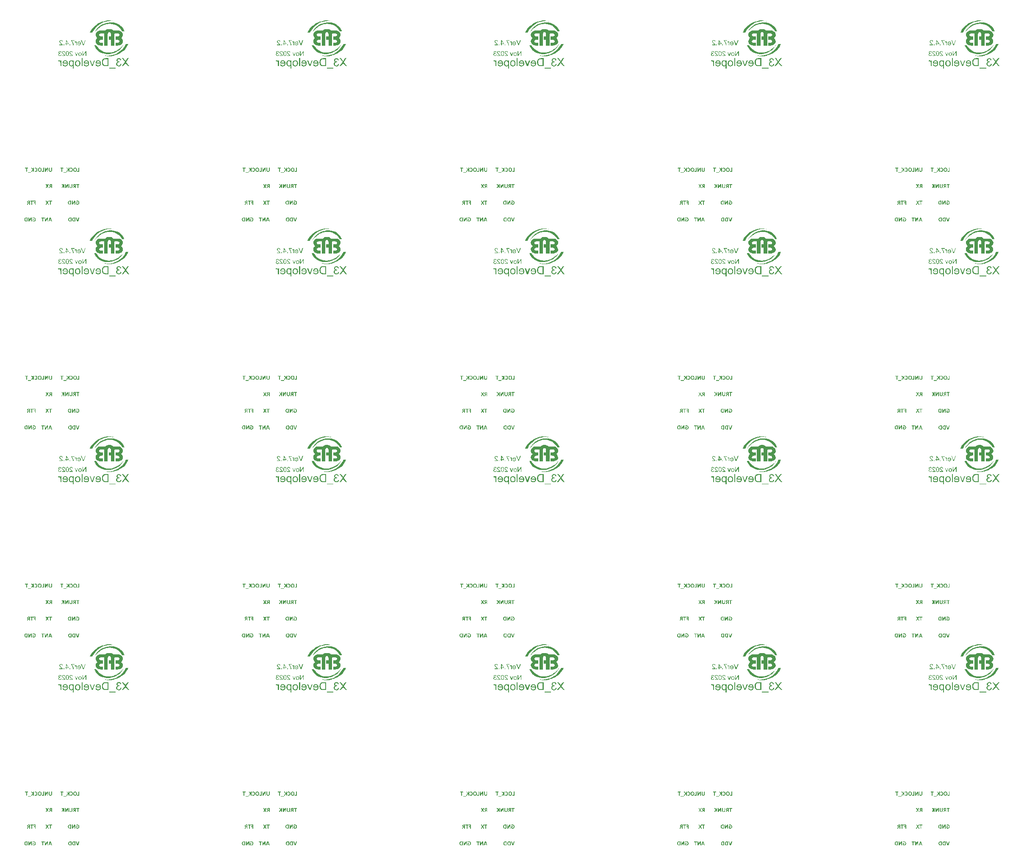
<source format=gbo>
G04*
G04 #@! TF.GenerationSoftware,Altium Limited,Altium Designer,23.8.1 (32)*
G04*
G04 Layer_Color=32896*
%FSTAX26Y26*%
%MOIN*%
G70*
G04*
G04 #@! TF.SameCoordinates,353E1745-25BD-4490-98DE-B48524D5EC12*
G04*
G04*
G04 #@! TF.FilePolarity,Positive*
G04*
G01*
G75*
%ADD93C,0.000100*%
G36*
X08389166Y06510938D02*
X08399633Y06507213D01*
X08390472Y06509292D01*
X08371808Y06511325D01*
X08353052Y06510494D01*
X08334641Y06506818D01*
X083257Y06503938D01*
X08325699D01*
X08317703Y0650137D01*
X08302187Y06494956D01*
X08287456Y064869D01*
X08273683Y06477298D01*
X0826103Y06466261D01*
X08249645Y0645392D01*
X08239663Y0644042D01*
X08231201Y06425918D01*
X08227571Y06418345D01*
X0822757Y06418346D01*
X08208112Y06418361D01*
X08211278Y0642728D01*
X08220317Y06443912D01*
X08231842Y06458928D01*
X08245571Y06471959D01*
X08253369Y06477323D01*
X08253369Y06477323D01*
X08259963Y06482466D01*
X08274092Y06491416D01*
X08289028Y06498942D01*
X08304627Y06504974D01*
X08312684Y06507213D01*
X08323151Y06510938D01*
X08345048Y06514718D01*
X08367269D01*
X08389166Y06510938D01*
D02*
G37*
G36*
X06676572D02*
X06687039Y06507213D01*
X06677878Y06509292D01*
X06659214Y06511325D01*
X06640458Y06510494D01*
X06622047Y06506818D01*
X06613105Y06503938D01*
X06613105D01*
X06605109Y0650137D01*
X06589593Y06494956D01*
X06574862Y064869D01*
X06561088Y06477298D01*
X06548435Y06466261D01*
X06537051Y0645392D01*
X06527069Y0644042D01*
X06518606Y06425918D01*
X06514977Y06418345D01*
X06514976Y06418346D01*
X06495518Y06418361D01*
X06498684Y0642728D01*
X06507722Y06443912D01*
X06519248Y06458928D01*
X06532977Y06471959D01*
X06540775Y06477323D01*
X06540775Y06477323D01*
X06547369Y06482466D01*
X06561498Y06491416D01*
X06576434Y06498942D01*
X06592033Y06504974D01*
X0660009Y06507213D01*
X06610557Y06510938D01*
X06632454Y06514718D01*
X06654675D01*
X06676572Y06510938D01*
D02*
G37*
G36*
X04963978D02*
X04974445Y06507213D01*
X04965284Y06509292D01*
X0494662Y06511325D01*
X04927864Y06510494D01*
X04909453Y06506818D01*
X04900511Y06503938D01*
X04900511D01*
X04892515Y0650137D01*
X04876999Y06494956D01*
X04862268Y064869D01*
X04848494Y06477298D01*
X04835842Y06466261D01*
X04824457Y0645392D01*
X04814475Y0644042D01*
X04806012Y06425918D01*
X04802383Y06418345D01*
X04802382Y06418346D01*
X04782924Y06418361D01*
X0478609Y0642728D01*
X04795128Y06443912D01*
X04806654Y06458928D01*
X04820383Y06471959D01*
X04828181Y06477323D01*
X04828181Y06477323D01*
X04834775Y06482466D01*
X04848904Y06491416D01*
X0486384Y06498942D01*
X04879439Y06504974D01*
X04887496Y06507213D01*
X04897963Y06510938D01*
X0491986Y06514718D01*
X04942081D01*
X04963978Y06510938D01*
D02*
G37*
G36*
X03251384D02*
X03261851Y06507213D01*
X0325269Y06509292D01*
X03234026Y06511325D01*
X0321527Y06510494D01*
X03196859Y06506818D01*
X03187918Y06503938D01*
X03187917D01*
X03179921Y0650137D01*
X03164405Y06494956D01*
X03149674Y064869D01*
X03135901Y06477298D01*
X03123247Y06466261D01*
X03111863Y0645392D01*
X03101881Y0644042D01*
X03093419Y06425918D01*
X03089789Y06418345D01*
X03089788Y06418346D01*
X0307033Y06418361D01*
X03073496Y0642728D01*
X03082535Y06443912D01*
X0309406Y06458928D01*
X03107789Y06471959D01*
X03115587Y06477323D01*
X03115587Y06477323D01*
X03122181Y06482466D01*
X0313631Y06491416D01*
X03151246Y06498942D01*
X03166845Y06504974D01*
X03174902Y06507213D01*
X03185369Y06510938D01*
X03207266Y06514718D01*
X03229487D01*
X03251384Y06510938D01*
D02*
G37*
G36*
X0153879D02*
X01549257Y06507213D01*
X01540096Y06509292D01*
X01521432Y06511325D01*
X01502676Y06510494D01*
X01484265Y06506818D01*
X01475323Y06503938D01*
X01475323D01*
X01467327Y0650137D01*
X01451811Y06494956D01*
X0143708Y064869D01*
X01423306Y06477298D01*
X01410653Y06466261D01*
X01399269Y0645392D01*
X01389287Y0644042D01*
X01380824Y06425918D01*
X01377195Y06418345D01*
X01377194Y06418346D01*
X01357736Y06418361D01*
X01360902Y0642728D01*
X0136994Y06443912D01*
X01381466Y06458928D01*
X01395195Y06471959D01*
X01402993Y06477323D01*
X01402993Y06477323D01*
X01409587Y06482466D01*
X01423716Y06491416D01*
X01438652Y06498942D01*
X01454251Y06504974D01*
X01462308Y06507213D01*
X01472775Y06510938D01*
X01494672Y06514718D01*
X01516893D01*
X0153879Y06510938D01*
D02*
G37*
G36*
X08392946Y06498597D02*
X08407962Y06495149D01*
X08422432Y06489856D01*
X08436128Y064828D01*
X08448837Y06474091D01*
X08454599Y06468978D01*
X08454599Y06468978D01*
X08458568Y06464747D01*
X08465599Y06455516D01*
X08471647Y06445614D01*
X08476649Y06435144D01*
X08478601Y0642968D01*
X08462271Y06429657D01*
X08457518Y064377D01*
X08446092Y06452464D01*
X08432376Y06465128D01*
X08416749Y06475342D01*
X08399646Y06482824D01*
X08381538Y06487365D01*
X08362928Y06488841D01*
X08344331Y06487211D01*
X08335198Y06485241D01*
X08335198D01*
X08328601Y06483272D01*
X08315691Y06478492D01*
X0830324Y06472619D01*
X0829134Y06465696D01*
X0828008Y06457776D01*
X08269543Y06448917D01*
X08259807Y06439184D01*
X08250944Y0642865D01*
X08246861Y06423106D01*
X08246861Y06423106D01*
X082507Y06430892D01*
X08260212Y06445416D01*
X08271418Y06458677D01*
X08284151Y06470479D01*
X08291187Y06475564D01*
X08291187D01*
X08296844Y06478884D01*
X08308601Y06484707D01*
X08320742Y06489682D01*
X08333204Y06493783D01*
X08339565Y06495387D01*
X0834698Y06497475D01*
X08362215Y06499769D01*
X08377617Y06500144D01*
X08392946Y06498597D01*
D02*
G37*
G36*
X06680352D02*
X06695368Y06495149D01*
X06709838Y06489856D01*
X06723534Y064828D01*
X06736243Y06474091D01*
X06742005Y06468978D01*
X06742005Y06468978D01*
X06745975Y06464747D01*
X06753005Y06455516D01*
X06759053Y06445614D01*
X06764055Y06435144D01*
X06766007Y0642968D01*
X06749677Y06429657D01*
X06744924Y064377D01*
X06733498Y06452464D01*
X06719782Y06465128D01*
X06704155Y06475342D01*
X06687051Y06482824D01*
X06668944Y06487365D01*
X06650334Y06488841D01*
X06631736Y06487211D01*
X06622604Y06485241D01*
X06622604D01*
X06616007Y06483272D01*
X06603097Y06478492D01*
X06590646Y06472619D01*
X06578746Y06465696D01*
X06567486Y06457776D01*
X06556949Y06448917D01*
X06547212Y06439184D01*
X0653835Y0642865D01*
X06534267Y06423106D01*
X06534266Y06423106D01*
X06538106Y06430892D01*
X06547618Y06445416D01*
X06558824Y06458677D01*
X06571557Y06470479D01*
X06578593Y06475564D01*
X06578593D01*
X0658425Y06478884D01*
X06596007Y06484707D01*
X06608148Y06489682D01*
X0662061Y06493783D01*
X06626971Y06495387D01*
X06634386Y06497475D01*
X06649621Y06499769D01*
X06665023Y06500144D01*
X06680352Y06498597D01*
D02*
G37*
G36*
X04967758D02*
X04982774Y06495149D01*
X04997244Y06489856D01*
X0501094Y064828D01*
X05023649Y06474091D01*
X05029411Y06468978D01*
X05029411Y06468978D01*
X05033381Y06464747D01*
X05040411Y06455516D01*
X05046459Y06445614D01*
X05051461Y06435144D01*
X05053413Y0642968D01*
X05037083Y06429657D01*
X0503233Y064377D01*
X05020904Y06452464D01*
X05007188Y06465128D01*
X04991561Y06475342D01*
X04974458Y06482824D01*
X0495635Y06487365D01*
X0493774Y06488841D01*
X04919142Y06487211D01*
X0491001Y06485241D01*
X0491001D01*
X04903413Y06483272D01*
X04890503Y06478492D01*
X04878052Y06472619D01*
X04866152Y06465696D01*
X04854892Y06457776D01*
X04844355Y06448917D01*
X04834618Y06439184D01*
X04825756Y0642865D01*
X04821673Y06423106D01*
X04821672Y06423106D01*
X04825512Y06430892D01*
X04835024Y06445416D01*
X0484623Y06458677D01*
X04858963Y06470479D01*
X04865999Y06475564D01*
X04865999D01*
X04871656Y06478884D01*
X04883413Y06484707D01*
X04895553Y06489682D01*
X04908016Y06493783D01*
X04914377Y06495387D01*
X04921792Y06497475D01*
X04937027Y06499769D01*
X04952429Y06500144D01*
X04967758Y06498597D01*
D02*
G37*
G36*
X03255164D02*
X0327018Y06495149D01*
X0328465Y06489856D01*
X03298346Y064828D01*
X03311055Y06474091D01*
X03316817Y06468978D01*
X03316817Y06468978D01*
X03320787Y06464747D01*
X03327817Y06455516D01*
X03333865Y06445614D01*
X03338867Y06435144D01*
X03340819Y0642968D01*
X03324489Y06429657D01*
X03319736Y064377D01*
X0330831Y06452464D01*
X03294594Y06465128D01*
X03278967Y06475342D01*
X03261863Y06482824D01*
X03243756Y06487365D01*
X03225146Y06488841D01*
X03206548Y06487211D01*
X03197416Y06485241D01*
X03197416D01*
X03190819Y06483272D01*
X03177909Y06478492D01*
X03165458Y06472619D01*
X03153558Y06465696D01*
X03142298Y06457776D01*
X03131761Y06448917D01*
X03122024Y06439184D01*
X03113162Y0642865D01*
X03109079Y06423106D01*
X03109079Y06423106D01*
X03112918Y06430892D01*
X0312243Y06445416D01*
X03133636Y06458677D01*
X03146369Y06470479D01*
X03153405Y06475564D01*
X03153405D01*
X03159062Y06478884D01*
X03170819Y06484707D01*
X03182959Y06489682D01*
X03195422Y06493783D01*
X03201783Y06495387D01*
X03209198Y06497475D01*
X03224433Y06499769D01*
X03239835Y06500144D01*
X03255164Y06498597D01*
D02*
G37*
G36*
X0154257D02*
X01557586Y06495149D01*
X01572056Y06489856D01*
X01585752Y064828D01*
X01598461Y06474091D01*
X01604223Y06468978D01*
X01604223Y06468978D01*
X01608193Y06464747D01*
X01615223Y06455516D01*
X01621271Y06445614D01*
X01626273Y06435144D01*
X01628225Y0642968D01*
X01611895Y06429657D01*
X01607142Y064377D01*
X01595716Y06452464D01*
X01582Y06465128D01*
X01566373Y06475342D01*
X0154927Y06482824D01*
X01531162Y06487365D01*
X01512552Y06488841D01*
X01493955Y06487211D01*
X01484822Y06485241D01*
X01484822D01*
X01478225Y06483272D01*
X01465315Y06478492D01*
X01452864Y06472619D01*
X01440964Y06465696D01*
X01429704Y06457776D01*
X01419167Y06448917D01*
X0140943Y06439184D01*
X01400568Y0642865D01*
X01396485Y06423106D01*
X01396485Y06423106D01*
X01400324Y06430892D01*
X01409836Y06445416D01*
X01421042Y06458677D01*
X01433775Y06470479D01*
X01440811Y06475564D01*
X01440811D01*
X01446468Y06478884D01*
X01458225Y06484707D01*
X01470366Y06489682D01*
X01482828Y06493783D01*
X01489189Y06495387D01*
X01496604Y06497475D01*
X01511839Y06499769D01*
X01527241Y06500144D01*
X0154257Y06498597D01*
D02*
G37*
G36*
X08368446Y06447592D02*
X08376118Y06445918D01*
X08383335Y06442824D01*
X08389837Y06438421D01*
X08392613Y06435645D01*
X08392457Y06435613D01*
X08433893D01*
X08437337Y06435387D01*
X08444021Y06433654D01*
X08450263Y06430702D01*
X08455842Y06426634D01*
X08460561Y06421595D01*
X08464255Y06415761D01*
X08466792Y0640934D01*
X08468084Y06402557D01*
X08468084Y06399105D01*
X08467384Y06395768D01*
X08464694Y06389502D01*
X08460821Y06383891D01*
X08455917Y06379153D01*
X08453046Y06377315D01*
X08456777Y06374625D01*
X08462583Y06367488D01*
X08466331Y06359086D01*
X08467764Y06349998D01*
X08467273Y06345424D01*
X08466591Y06342335D01*
X08464Y06336563D01*
X08460291Y06331438D01*
X08455617Y06327174D01*
X08452895Y06325561D01*
X08452895Y06325562D01*
X08449485Y06323695D01*
X08442293Y06320744D01*
X08434817Y06318611D01*
X08427151Y06317322D01*
X0842327Y06317107D01*
X08409567D01*
Y06340845D01*
X0842774D01*
Y06340873D01*
X08430067Y0634095D01*
X08434455Y0634244D01*
X08437939Y06345495D01*
X08439988Y06349651D01*
X08440367Y06351949D01*
X08440002Y06353532D01*
X08438631Y06356468D01*
X08436499Y06358909D01*
X08433774Y06360663D01*
X08432255Y06361238D01*
X08431021Y06361699D01*
X08428505Y06362478D01*
X08425936Y06363062D01*
X0842333Y06363447D01*
X08422018Y06363565D01*
X08409625D01*
Y0639007D01*
X0842631D01*
X08426309Y0639007D01*
X08428851Y06390076D01*
X08433689Y06391555D01*
X08437592Y06394773D01*
X08439967Y0639924D01*
X08440457Y06401734D01*
X08440457Y06401734D01*
X08440387Y06403084D01*
X08439658Y06405679D01*
X08438205Y06407949D01*
X08436153Y06409697D01*
X08434957Y06410325D01*
X08433896Y06410745D01*
X08431737Y06411481D01*
X08429534Y06412074D01*
X08427298Y06412523D01*
X0842617Y06412693D01*
X08400479Y06412693D01*
Y06317187D01*
X08372914D01*
Y0636424D01*
X08355318D01*
Y06389341D01*
X08372914D01*
Y0640889D01*
X08372828Y0641063D01*
X08372149Y06414045D01*
X08370817Y06417262D01*
X08368882Y06420157D01*
X08367712Y06421448D01*
X08367138Y06421968D01*
X08365852Y06422828D01*
X08364422Y0642342D01*
X08362905Y06423722D01*
X08362131Y0642376D01*
X08358411D01*
X08357637Y06423722D01*
X0835612Y0642342D01*
X0835469Y06422828D01*
X08353404Y06421968D01*
X0835283Y06421448D01*
X08351659Y06420157D01*
X08349725Y06417262D01*
X08348393Y06414045D01*
X08347713Y0641063D01*
X08347628Y0640889D01*
Y06317187D01*
X08319932D01*
Y06412712D01*
X08294216Y06412712D01*
X08293087Y06412542D01*
X08290851Y06412094D01*
X08288648Y064115D01*
X08286489Y06410765D01*
X08285429Y06410344D01*
X08284232Y06409716D01*
X08282181Y06407968D01*
X08280727Y06405698D01*
X08279999Y06403103D01*
X08279929Y06401753D01*
X08280419Y0639926D01*
X08282793Y06394793D01*
X08286697Y06391575D01*
X08291534Y06390095D01*
X08294076Y06390089D01*
Y0639009D01*
X08310761D01*
Y06363584D01*
X08298367D01*
X08297055Y06363466D01*
X08294449Y06363081D01*
X08291881Y06362497D01*
X08289364Y06361718D01*
X0828813Y06361257D01*
X08286611Y06360683D01*
X08283886Y06358928D01*
X08281755Y06356487D01*
X08280383Y06353551D01*
X08280018Y06351968D01*
X08280397Y06349671D01*
X08282447Y06345515D01*
X08285931Y06342459D01*
X08290319Y06340969D01*
X08292646Y06340893D01*
X08292646Y06340893D01*
Y06340864D01*
X08310818D01*
Y06317126D01*
X08297116D01*
X08293235Y06317341D01*
X08285568Y0631863D01*
X08278093Y06320763D01*
X082709Y06323715D01*
X0826749Y06325581D01*
X0826749Y06325581D01*
X08264769Y06327193D01*
X08260095Y06331457D01*
X08256385Y06336582D01*
X08253794Y06342354D01*
X08253113Y06345443D01*
X08252622Y06350017D01*
X08254054Y06359105D01*
X08257803Y06367507D01*
X08263608Y06374644D01*
X0826734Y06377334D01*
X0826734D01*
X08264469Y06379172D01*
X08259564Y0638391D01*
X08255691Y06389522D01*
X08253002Y06395788D01*
X08252301Y06399124D01*
Y06402577D01*
X08253593Y06409359D01*
X0825613Y0641578D01*
X08259824Y06421614D01*
X08264544Y06426653D01*
X08270123Y06430721D01*
X08276364Y06433673D01*
X08283048Y06435406D01*
X08286493Y06435632D01*
X08327929D01*
X08330705Y06438408D01*
X08337207Y06442811D01*
X08344424Y06445905D01*
X08352096Y0644758D01*
X08356021Y06447677D01*
X08356021D01*
X08356021Y0644769D01*
X08364521D01*
X08368446Y06447592D01*
D02*
G37*
G36*
X06655852D02*
X06663524Y06445918D01*
X06670741Y06442824D01*
X06677243Y06438421D01*
X0668002Y06435645D01*
X06679863Y06435613D01*
X06721299D01*
X06724743Y06435387D01*
X06731427Y06433654D01*
X06737668Y06430702D01*
X06743248Y06426634D01*
X06747967Y06421595D01*
X06751661Y06415761D01*
X06754199Y0640934D01*
X0675549Y06402557D01*
X0675549Y06399105D01*
X0675479Y06395768D01*
X067521Y06389502D01*
X06748227Y06383891D01*
X06743323Y06379153D01*
X06740452Y06377315D01*
X06744183Y06374625D01*
X06749989Y06367488D01*
X06753737Y06359086D01*
X0675517Y06349998D01*
X06754679Y06345424D01*
X06753997Y06342335D01*
X06751406Y06336563D01*
X06747697Y06331438D01*
X06743023Y06327174D01*
X06740301Y06325561D01*
X06740301Y06325562D01*
X06736891Y06323695D01*
X06729699Y06320744D01*
X06722223Y06318611D01*
X06714557Y06317322D01*
X06710676Y06317107D01*
X06696973D01*
Y06340845D01*
X06715146D01*
Y06340873D01*
X06717473Y0634095D01*
X06721861Y0634244D01*
X06725345Y06345495D01*
X06727394Y06349651D01*
X06727773Y06351949D01*
X06727408Y06353532D01*
X06726037Y06356468D01*
X06723905Y06358909D01*
X06721181Y06360663D01*
X06719661Y06361238D01*
X06718427Y06361699D01*
X06715911Y06362478D01*
X06713342Y06363062D01*
X06710736Y06363447D01*
X06709424Y06363565D01*
X06697031D01*
Y0639007D01*
X06713716D01*
X06713716Y0639007D01*
X06716257Y06390076D01*
X06721095Y06391555D01*
X06724998Y06394773D01*
X06727373Y0639924D01*
X06727863Y06401734D01*
X06727863Y06401734D01*
X06727793Y06403084D01*
X06727064Y06405679D01*
X06725611Y06407949D01*
X06723559Y06409697D01*
X06722363Y06410325D01*
X06721302Y06410745D01*
X06719143Y06411481D01*
X0671694Y06412074D01*
X06714704Y06412523D01*
X06713576Y06412693D01*
X06687885Y06412693D01*
Y06317187D01*
X0666032D01*
Y0636424D01*
X06642724D01*
Y06389341D01*
X0666032D01*
Y0640889D01*
X06660234Y0641063D01*
X06659555Y06414045D01*
X06658223Y06417262D01*
X06656288Y06420157D01*
X06655118Y06421448D01*
X06654544Y06421968D01*
X06653258Y06422828D01*
X06651828Y0642342D01*
X06650311Y06423722D01*
X06649537Y0642376D01*
X06645817D01*
X06645043Y06423722D01*
X06643526Y0642342D01*
X06642096Y06422828D01*
X0664081Y06421968D01*
X06640236Y06421448D01*
X06639065Y06420157D01*
X06637131Y06417262D01*
X06635799Y06414045D01*
X06635119Y0641063D01*
X06635034Y0640889D01*
Y06317187D01*
X06607338D01*
Y06412712D01*
X06581622Y06412712D01*
X06580493Y06412542D01*
X06578257Y06412094D01*
X06576054Y064115D01*
X06573895Y06410765D01*
X06572835Y06410344D01*
X06571638Y06409716D01*
X06569587Y06407968D01*
X06568133Y06405698D01*
X06567405Y06403103D01*
X06567335Y06401753D01*
X06567825Y0639926D01*
X06570199Y06394793D01*
X06574103Y06391575D01*
X0657894Y06390095D01*
X06581482Y06390089D01*
Y0639009D01*
X06598167D01*
Y06363584D01*
X06585773D01*
X06584461Y06363466D01*
X06581855Y06363081D01*
X06579287Y06362497D01*
X0657677Y06361718D01*
X06575536Y06361257D01*
X06574017Y06360683D01*
X06571292Y06358928D01*
X06569161Y06356487D01*
X06567789Y06353551D01*
X06567424Y06351968D01*
X06567803Y06349671D01*
X06569853Y06345515D01*
X06573337Y06342459D01*
X06577725Y06340969D01*
X06580051Y06340893D01*
X06580052Y06340893D01*
Y06340864D01*
X06598224D01*
Y06317126D01*
X06584522D01*
X06580641Y06317341D01*
X06572974Y0631863D01*
X06565498Y06320763D01*
X06558306Y06323715D01*
X06554896Y06325581D01*
X06554896Y06325581D01*
X06552175Y06327193D01*
X06547501Y06331457D01*
X06543791Y06336582D01*
X065412Y06342354D01*
X06540519Y06345443D01*
X06540028Y06350017D01*
X0654146Y06359105D01*
X06545209Y06367507D01*
X06551014Y06374644D01*
X06554746Y06377334D01*
X06554746D01*
X06551874Y06379172D01*
X0654697Y0638391D01*
X06543097Y06389522D01*
X06540408Y06395788D01*
X06539708Y06399124D01*
Y06402577D01*
X06540999Y06409359D01*
X06543536Y0641578D01*
X0654723Y06421614D01*
X0655195Y06426653D01*
X06557529Y06430721D01*
X0656377Y06433673D01*
X06570454Y06435406D01*
X06573899Y06435632D01*
X06615335D01*
X06618111Y06438408D01*
X06624613Y06442811D01*
X0663183Y06445905D01*
X06639502Y0644758D01*
X06643427Y06447677D01*
X06643427D01*
X06643427Y0644769D01*
X06651927D01*
X06655852Y06447592D01*
D02*
G37*
G36*
X04943258D02*
X0495093Y06445918D01*
X04958147Y06442824D01*
X04964649Y06438421D01*
X04967426Y06435645D01*
X04967269Y06435613D01*
X05008705D01*
X0501215Y06435387D01*
X05018833Y06433654D01*
X05025074Y06430702D01*
X05030654Y06426634D01*
X05035373Y06421595D01*
X05039067Y06415761D01*
X05041605Y0640934D01*
X05042896Y06402557D01*
X05042896Y06399105D01*
X05042196Y06395768D01*
X05039507Y06389502D01*
X05035633Y06383891D01*
X05030729Y06379153D01*
X05027858Y06377315D01*
X05031589Y06374625D01*
X05037395Y06367488D01*
X05041143Y06359086D01*
X05042576Y06349998D01*
X05042085Y06345424D01*
X05041403Y06342335D01*
X05038812Y06336563D01*
X05035103Y06331438D01*
X05030429Y06327174D01*
X05027707Y06325561D01*
X05027707Y06325562D01*
X05024297Y06323695D01*
X05017105Y06320744D01*
X05009629Y06318611D01*
X05001963Y06317322D01*
X04998082Y06317107D01*
X04984379D01*
Y06340845D01*
X05002552D01*
Y06340873D01*
X05004879Y0634095D01*
X05009267Y0634244D01*
X05012751Y06345495D01*
X050148Y06349651D01*
X05015179Y06351949D01*
X05014814Y06353532D01*
X05013443Y06356468D01*
X05011311Y06358909D01*
X05008587Y06360663D01*
X05007067Y06361238D01*
X05005833Y06361699D01*
X05003317Y06362478D01*
X05000748Y06363062D01*
X04998142Y06363447D01*
X0499683Y06363565D01*
X04984437D01*
Y0639007D01*
X05001122D01*
X05001122Y0639007D01*
X05003663Y06390076D01*
X05008501Y06391555D01*
X05012404Y06394773D01*
X05014779Y0639924D01*
X05015269Y06401734D01*
X05015269Y06401734D01*
X05015199Y06403084D01*
X0501447Y06405679D01*
X05013017Y06407949D01*
X05010965Y06409697D01*
X05009769Y06410325D01*
X05008708Y06410745D01*
X05006549Y06411481D01*
X05004346Y06412074D01*
X0500211Y06412523D01*
X05000982Y06412693D01*
X04975291Y06412693D01*
Y06317187D01*
X04947726D01*
Y0636424D01*
X0493013D01*
Y06389341D01*
X04947726D01*
Y0640889D01*
X0494764Y0641063D01*
X04946961Y06414045D01*
X04945629Y06417262D01*
X04943694Y06420157D01*
X04942524Y06421448D01*
X0494195Y06421968D01*
X04940664Y06422828D01*
X04939234Y0642342D01*
X04937717Y06423722D01*
X04936943Y0642376D01*
X04933223D01*
X04932449Y06423722D01*
X04930932Y0642342D01*
X04929502Y06422828D01*
X04928216Y06421968D01*
X04927642Y06421448D01*
X04926471Y06420157D01*
X04924537Y06417262D01*
X04923205Y06414045D01*
X04922525Y0641063D01*
X0492244Y0640889D01*
Y06317187D01*
X04894744D01*
Y06412712D01*
X04869028Y06412712D01*
X048679Y06412542D01*
X04865663Y06412094D01*
X0486346Y064115D01*
X04861301Y06410765D01*
X04860241Y06410344D01*
X04859044Y06409716D01*
X04856993Y06407968D01*
X04855539Y06405698D01*
X04854811Y06403103D01*
X04854741Y06401753D01*
X04855231Y0639926D01*
X04857605Y06394793D01*
X04861509Y06391575D01*
X04866346Y06390095D01*
X04868888Y06390089D01*
Y0639009D01*
X04885573D01*
Y06363584D01*
X04873179D01*
X04871867Y06363466D01*
X04869261Y06363081D01*
X04866693Y06362497D01*
X04864176Y06361718D01*
X04862942Y06361257D01*
X04861423Y06360683D01*
X04858698Y06358928D01*
X04856567Y06356487D01*
X04855195Y06353551D01*
X0485483Y06351968D01*
X04855209Y06349671D01*
X04857259Y06345515D01*
X04860743Y06342459D01*
X04865131Y06340969D01*
X04867458Y06340893D01*
X04867458Y06340893D01*
Y06340864D01*
X0488563D01*
Y06317126D01*
X04871928D01*
X04868047Y06317341D01*
X0486038Y0631863D01*
X04852904Y06320763D01*
X04845712Y06323715D01*
X04842302Y06325581D01*
X04842302Y06325581D01*
X04839581Y06327193D01*
X04834907Y06331457D01*
X04831197Y06336582D01*
X04828606Y06342354D01*
X04827925Y06345443D01*
X04827434Y06350017D01*
X04828866Y06359105D01*
X04832615Y06367507D01*
X0483842Y06374644D01*
X04842152Y06377334D01*
X04842152D01*
X0483928Y06379172D01*
X04834376Y0638391D01*
X04830503Y06389522D01*
X04827814Y06395788D01*
X04827114Y06399124D01*
Y06402577D01*
X04828405Y06409359D01*
X04830942Y0641578D01*
X04834636Y06421614D01*
X04839356Y06426653D01*
X04844935Y06430721D01*
X04851176Y06433673D01*
X0485786Y06435406D01*
X04861305Y06435632D01*
X04902741D01*
X04905517Y06438408D01*
X04912019Y06442811D01*
X04919236Y06445905D01*
X04926908Y0644758D01*
X04930833Y06447677D01*
X04930833D01*
X04930833Y0644769D01*
X04939333D01*
X04943258Y06447592D01*
D02*
G37*
G36*
X03230664D02*
X03238336Y06445918D01*
X03245553Y06442824D01*
X03252055Y06438421D01*
X03254831Y06435645D01*
X03254675Y06435613D01*
X03296111D01*
X03299555Y06435387D01*
X03306239Y06433654D01*
X03312481Y06430702D01*
X0331806Y06426634D01*
X03322779Y06421595D01*
X03326473Y06415761D01*
X0332901Y0640934D01*
X03330302Y06402557D01*
X03330302Y06399105D01*
X03329602Y06395768D01*
X03326912Y06389502D01*
X03323039Y06383891D01*
X03318135Y06379153D01*
X03315264Y06377315D01*
X03318995Y06374625D01*
X03324801Y06367488D01*
X03328549Y06359086D01*
X03329982Y06349998D01*
X03329491Y06345424D01*
X03328809Y06342335D01*
X03326218Y06336563D01*
X03322509Y06331438D01*
X03317835Y06327174D01*
X03315113Y06325561D01*
X03315113Y06325562D01*
X03311703Y06323695D01*
X03304511Y06320744D01*
X03297035Y06318611D01*
X03289369Y06317322D01*
X03285488Y06317107D01*
X03271785D01*
Y06340845D01*
X03289958D01*
Y06340873D01*
X03292285Y0634095D01*
X03296673Y0634244D01*
X03300157Y06345495D01*
X03302206Y06349651D01*
X03302585Y06351949D01*
X0330222Y06353532D01*
X03300849Y06356468D01*
X03298717Y06358909D01*
X03295992Y06360663D01*
X03294473Y06361238D01*
X03293239Y06361699D01*
X03290723Y06362478D01*
X03288154Y06363062D01*
X03285548Y06363447D01*
X03284236Y06363565D01*
X03271843D01*
Y0639007D01*
X03288528D01*
X03288528Y0639007D01*
X03291069Y06390076D01*
X03295907Y06391555D01*
X0329981Y06394773D01*
X03302185Y0639924D01*
X03302675Y06401734D01*
X03302675Y06401734D01*
X03302605Y06403084D01*
X03301876Y06405679D01*
X03300423Y06407949D01*
X03298371Y06409697D01*
X03297175Y06410325D01*
X03296114Y06410745D01*
X03293955Y06411481D01*
X03291753Y06412074D01*
X03289516Y06412523D01*
X03288388Y06412693D01*
X03262697Y06412693D01*
Y06317187D01*
X03235132D01*
Y0636424D01*
X03217536D01*
Y06389341D01*
X03235132D01*
Y0640889D01*
X03235046Y0641063D01*
X03234367Y06414045D01*
X03233035Y06417262D01*
X032311Y06420157D01*
X0322993Y06421448D01*
X03229356Y06421968D01*
X0322807Y06422828D01*
X0322664Y0642342D01*
X03225123Y06423722D01*
X03224349Y0642376D01*
X03220629D01*
X03219855Y06423722D01*
X03218338Y0642342D01*
X03216908Y06422828D01*
X03215622Y06421968D01*
X03215048Y06421448D01*
X03213878Y06420157D01*
X03211943Y06417262D01*
X03210611Y06414045D01*
X03209932Y0641063D01*
X03209846Y0640889D01*
Y06317187D01*
X0318215D01*
Y06412712D01*
X03156434Y06412712D01*
X03155305Y06412542D01*
X03153069Y06412094D01*
X03150866Y064115D01*
X03148707Y06410765D01*
X03147647Y06410344D01*
X0314645Y06409716D01*
X03144398Y06407968D01*
X03142945Y06405698D01*
X03142217Y06403103D01*
X03142147Y06401753D01*
X03142637Y0639926D01*
X03145012Y06394793D01*
X03148915Y06391575D01*
X03153752Y06390095D01*
X03156294Y06390089D01*
Y0639009D01*
X03172979D01*
Y06363584D01*
X03160585D01*
X03159273Y06363466D01*
X03156667Y06363081D01*
X03154099Y06362497D01*
X03151582Y06361718D01*
X03150348Y06361257D01*
X03148829Y06360683D01*
X03146104Y06358928D01*
X03143973Y06356487D01*
X03142601Y06353551D01*
X03142236Y06351968D01*
X03142615Y06349671D01*
X03144665Y06345515D01*
X03148149Y06342459D01*
X03152537Y06340969D01*
X03154863Y06340893D01*
X03154864Y06340893D01*
Y06340864D01*
X03173036D01*
Y06317126D01*
X03159334D01*
X03155453Y06317341D01*
X03147786Y0631863D01*
X03140311Y06320763D01*
X03133118Y06323715D01*
X03129709Y06325581D01*
X03129708Y06325581D01*
X03126987Y06327193D01*
X03122313Y06331457D01*
X03118603Y06336582D01*
X03116012Y06342354D01*
X03115331Y06345443D01*
X0311484Y06350017D01*
X03116272Y06359105D01*
X03120021Y06367507D01*
X03125826Y06374644D01*
X03129558Y06377334D01*
X03129558D01*
X03126686Y06379172D01*
X03121782Y0638391D01*
X03117909Y06389522D01*
X0311522Y06395788D01*
X03114519Y06399124D01*
Y06402577D01*
X03115811Y06409359D01*
X03118348Y0641578D01*
X03122042Y06421614D01*
X03126762Y06426653D01*
X03132341Y06430721D01*
X03138582Y06433673D01*
X03145266Y06435406D01*
X03148711Y06435632D01*
X03190147D01*
X03192923Y06438408D01*
X03199425Y06442811D01*
X03206642Y06445905D01*
X03214314Y0644758D01*
X03218239Y06447677D01*
X03218239D01*
X03218239Y0644769D01*
X03226739D01*
X03230664Y06447592D01*
D02*
G37*
G36*
X0151807D02*
X01525742Y06445918D01*
X01532959Y06442824D01*
X01539461Y06438421D01*
X01542237Y06435645D01*
X01542081Y06435613D01*
X01583517D01*
X01586961Y06435387D01*
X01593645Y06433654D01*
X01599887Y06430702D01*
X01605466Y06426634D01*
X01610185Y06421595D01*
X01613879Y06415761D01*
X01616417Y0640934D01*
X01617708Y06402557D01*
X01617708Y06399105D01*
X01617008Y06395768D01*
X01614319Y06389502D01*
X01610445Y06383891D01*
X01605541Y06379153D01*
X01602669Y06377315D01*
X01606401Y06374625D01*
X01612207Y06367488D01*
X01615955Y06359086D01*
X01617388Y06349998D01*
X01616897Y06345424D01*
X01616215Y06342335D01*
X01613624Y06336563D01*
X01609915Y06331438D01*
X01605241Y06327174D01*
X01602519Y06325561D01*
X01602519Y06325562D01*
X01599109Y06323695D01*
X01591917Y06320744D01*
X01584441Y06318611D01*
X01576775Y06317322D01*
X01572893Y06317107D01*
X01559191D01*
Y06340845D01*
X01577364D01*
Y06340873D01*
X01579691Y0634095D01*
X01584079Y0634244D01*
X01587563Y06345495D01*
X01589612Y06349651D01*
X01589991Y06351949D01*
X01589626Y06353532D01*
X01588255Y06356468D01*
X01586123Y06358909D01*
X01583399Y06360663D01*
X01581879Y06361238D01*
X01580645Y06361699D01*
X01578129Y06362478D01*
X0157556Y06363062D01*
X01572954Y06363447D01*
X01571642Y06363565D01*
X01559249D01*
Y0639007D01*
X01575934D01*
X01575934Y0639007D01*
X01578475Y06390076D01*
X01583313Y06391555D01*
X01587216Y06394773D01*
X01589591Y0639924D01*
X01590081Y06401734D01*
X01590081Y06401734D01*
X01590011Y06403084D01*
X01589282Y06405679D01*
X01587829Y06407949D01*
X01585777Y06409697D01*
X01584581Y06410325D01*
X0158352Y06410745D01*
X01581361Y06411481D01*
X01579159Y06412074D01*
X01576922Y06412523D01*
X01575794Y06412693D01*
X01550103Y06412693D01*
Y06317187D01*
X01522538D01*
Y0636424D01*
X01504942D01*
Y06389341D01*
X01522538D01*
Y0640889D01*
X01522452Y0641063D01*
X01521773Y06414045D01*
X01520441Y06417262D01*
X01518506Y06420157D01*
X01517336Y06421448D01*
X01516762Y06421968D01*
X01515476Y06422828D01*
X01514046Y0642342D01*
X01512529Y06423722D01*
X01511755Y0642376D01*
X01508035D01*
X01507261Y06423722D01*
X01505744Y0642342D01*
X01504314Y06422828D01*
X01503028Y06421968D01*
X01502454Y06421448D01*
X01501284Y06420157D01*
X01499349Y06417262D01*
X01498017Y06414045D01*
X01497338Y0641063D01*
X01497252Y0640889D01*
Y06317187D01*
X01469556D01*
Y06412712D01*
X0144384Y06412712D01*
X01442711Y06412542D01*
X01440475Y06412094D01*
X01438272Y064115D01*
X01436113Y06410765D01*
X01435053Y06410344D01*
X01433856Y06409716D01*
X01431804Y06407968D01*
X01430351Y06405698D01*
X01429623Y06403103D01*
X01429553Y06401753D01*
X01430043Y0639926D01*
X01432418Y06394793D01*
X01436321Y06391575D01*
X01441158Y06390095D01*
X014437Y06390089D01*
Y0639009D01*
X01460385D01*
Y06363584D01*
X01447991D01*
X01446679Y06363466D01*
X01444073Y06363081D01*
X01441505Y06362497D01*
X01438988Y06361718D01*
X01437754Y06361257D01*
X01436235Y06360683D01*
X0143351Y06358928D01*
X01431379Y06356487D01*
X01430007Y06353551D01*
X01429642Y06351968D01*
X01430022Y06349671D01*
X01432071Y06345515D01*
X01435555Y06342459D01*
X01439943Y06340969D01*
X0144227Y06340893D01*
X0144227Y06340893D01*
Y06340864D01*
X01460442D01*
Y06317126D01*
X0144674D01*
X01442859Y06317341D01*
X01435192Y0631863D01*
X01427716Y06320763D01*
X01420524Y06323715D01*
X01417114Y06325581D01*
X01417114Y06325581D01*
X01414393Y06327193D01*
X01409719Y06331457D01*
X01406009Y06336582D01*
X01403418Y06342354D01*
X01402737Y06345443D01*
X01402246Y06350017D01*
X01403678Y06359105D01*
X01407427Y06367507D01*
X01413232Y06374644D01*
X01416964Y06377334D01*
X01416964D01*
X01414092Y06379172D01*
X01409188Y0638391D01*
X01405315Y06389522D01*
X01402626Y06395788D01*
X01401926Y06399124D01*
Y06402577D01*
X01403217Y06409359D01*
X01405754Y0641578D01*
X01409448Y06421614D01*
X01414168Y06426653D01*
X01419747Y06430721D01*
X01425988Y06433673D01*
X01432672Y06435406D01*
X01436117Y06435632D01*
X01477553D01*
X01480329Y06438408D01*
X01486831Y06442811D01*
X01494048Y06445905D01*
X0150172Y0644758D01*
X01505645Y06447677D01*
X01505645D01*
X01505645Y0644769D01*
X01514145D01*
X0151807Y06447592D01*
D02*
G37*
G36*
X07981167Y0636043D02*
X07982143Y06360373D01*
X07983062Y063602D01*
X07983923Y06360028D01*
X07984726Y06359799D01*
X07985472Y06359569D01*
X07986161Y06359282D01*
X07986793Y06358995D01*
X07987367Y06358708D01*
X07987826Y06358421D01*
X07988228Y06358191D01*
X07988572Y06357962D01*
X07988859Y0635779D01*
X07989031Y06357617D01*
X07989146Y0635756D01*
X07989203Y06357503D01*
X07989778Y06356929D01*
X07990294Y06356297D01*
X07990811Y06355608D01*
X07991212Y0635492D01*
X07991901Y06353542D01*
X0799236Y06352164D01*
X07992533Y06351533D01*
X07992705Y06350902D01*
X0799282Y06350385D01*
X07992935Y06349926D01*
X07992992Y06349524D01*
Y06349237D01*
X07993049Y06349065D01*
Y06349007D01*
X07988056Y06348491D01*
X07987941Y06349811D01*
X07987711Y06350959D01*
X07987367Y06351992D01*
X07986965Y06352796D01*
X0798662Y06353485D01*
X07986276Y06353944D01*
X07986047Y06354231D01*
X07985932Y06354346D01*
X07985071Y06355034D01*
X07984152Y06355551D01*
X07983176Y06355953D01*
X07982315Y06356182D01*
X07981512Y06356355D01*
X07980823Y06356412D01*
X07980593Y06356469D01*
X07980249D01*
X07979044Y06356412D01*
X07977953Y06356182D01*
X07977035Y06355838D01*
X07976231Y06355494D01*
X079756Y06355092D01*
X07975198Y06354805D01*
X07974911Y06354575D01*
X07974796Y0635446D01*
X07974107Y06353657D01*
X07973591Y06352853D01*
X07973189Y0635205D01*
X07972959Y06351246D01*
X07972787Y06350615D01*
X0797273Y06350041D01*
X07972672Y06349696D01*
Y06349639D01*
Y06349581D01*
X07972787Y06348548D01*
X07973017Y06347458D01*
X07973418Y06346482D01*
X0797382Y06345563D01*
X07974279Y06344817D01*
X07974681Y06344186D01*
X07974796Y06343956D01*
X07974911Y06343784D01*
X07975026Y06343727D01*
Y06343669D01*
X07975485Y06343038D01*
X07976059Y06342406D01*
X0797669Y06341718D01*
X07977379Y06341029D01*
X07978814Y06339651D01*
X07980249Y06338274D01*
X07980995Y06337642D01*
X07981627Y06337068D01*
X07982258Y06336552D01*
X07982775Y06336092D01*
X07983176Y06335748D01*
X07983521Y06335461D01*
X07983751Y06335289D01*
X07983808Y06335231D01*
X07985243Y06334026D01*
X07986563Y06332878D01*
X07987654Y06331845D01*
X07988515Y06330984D01*
X07989261Y06330238D01*
X07989778Y06329721D01*
X07990065Y06329377D01*
X07990179Y06329319D01*
Y06329262D01*
X07990983Y06328286D01*
X07991614Y06327368D01*
X07992188Y06326449D01*
X07992648Y06325646D01*
X07992992Y06324957D01*
X07993221Y0632444D01*
X07993336Y06324096D01*
X07993394Y06324038D01*
Y06323981D01*
X07993623Y0632335D01*
X07993738Y06322776D01*
X07993853Y06322202D01*
X0799391Y06321685D01*
X07993968Y06321226D01*
Y06320881D01*
Y06320652D01*
Y06320594D01*
X07967621D01*
Y06325301D01*
X07987194D01*
X07986506Y06326277D01*
X07986161Y06326679D01*
X07985874Y06327081D01*
X07985587Y06327425D01*
X07985358Y06327655D01*
X07985185Y06327827D01*
X07985128Y06327884D01*
X07984841Y06328171D01*
X07984497Y06328458D01*
X07983693Y06329204D01*
X07982775Y06330065D01*
X07981799Y06330926D01*
X07980881Y06331673D01*
X07980479Y06332017D01*
X07980134Y06332361D01*
X07979847Y06332591D01*
X07979618Y06332763D01*
X07979503Y06332878D01*
X07979445Y06332935D01*
X07978527Y06333739D01*
X07977609Y06334485D01*
X07976805Y06335231D01*
X07976059Y06335863D01*
X0797537Y06336494D01*
X07974796Y06337068D01*
X07974222Y06337585D01*
X07973763Y06338044D01*
X07973304Y06338503D01*
X07972959Y06338848D01*
X07972672Y06339135D01*
X07972385Y06339422D01*
X07972098Y06339766D01*
X07971984Y06339881D01*
X0797118Y06340857D01*
X07970491Y06341718D01*
X07969917Y06342579D01*
X07969458Y06343267D01*
X07969114Y06343899D01*
X07968884Y06344358D01*
X07968769Y06344645D01*
X07968712Y0634476D01*
X07968367Y06345621D01*
X07968138Y06346482D01*
X07967908Y06347285D01*
X07967793Y06347974D01*
X07967736Y06348606D01*
X07967678Y06349065D01*
Y06349352D01*
Y06349467D01*
X07967736Y06350328D01*
X07967851Y06351131D01*
X07967966Y06351935D01*
X07968195Y06352624D01*
X07968769Y06354001D01*
X07969343Y06355092D01*
X07969688Y06355608D01*
X07969975Y0635601D01*
X07970261Y06356412D01*
X07970548Y06356699D01*
X07970778Y06356929D01*
X07970893Y06357158D01*
X07971008Y06357216D01*
X07971065Y06357273D01*
X07971697Y06357847D01*
X07972385Y06358364D01*
X07973132Y06358765D01*
X07973878Y0635911D01*
X0797537Y06359684D01*
X07976863Y06360086D01*
X07977494Y063602D01*
X07978125Y06360315D01*
X07978699Y06360373D01*
X07979158Y0636043D01*
X0797956Y06360487D01*
X07980134D01*
X07981167Y0636043D01*
D02*
G37*
G36*
X06268574D02*
X06269549Y06360373D01*
X06270468Y063602D01*
X06271329Y06360028D01*
X06272132Y06359799D01*
X06272878Y06359569D01*
X06273567Y06359282D01*
X06274199Y06358995D01*
X06274773Y06358708D01*
X06275232Y06358421D01*
X06275634Y06358191D01*
X06275978Y06357962D01*
X06276265Y0635779D01*
X06276437Y06357617D01*
X06276552Y0635756D01*
X06276609Y06357503D01*
X06277184Y06356929D01*
X062777Y06356297D01*
X06278217Y06355608D01*
X06278618Y0635492D01*
X06279307Y06353542D01*
X06279766Y06352164D01*
X06279939Y06351533D01*
X06280111Y06350902D01*
X06280226Y06350385D01*
X06280341Y06349926D01*
X06280398Y06349524D01*
Y06349237D01*
X06280455Y06349065D01*
Y06349007D01*
X06275462Y06348491D01*
X06275347Y06349811D01*
X06275117Y06350959D01*
X06274773Y06351992D01*
X06274371Y06352796D01*
X06274026Y06353485D01*
X06273682Y06353944D01*
X06273453Y06354231D01*
X06273338Y06354346D01*
X06272477Y06355034D01*
X06271558Y06355551D01*
X06270583Y06355953D01*
X06269721Y06356182D01*
X06268918Y06356355D01*
X06268229Y06356412D01*
X06267999Y06356469D01*
X06267655D01*
X0626645Y06356412D01*
X06265359Y06356182D01*
X06264441Y06355838D01*
X06263637Y06355494D01*
X06263006Y06355092D01*
X06262604Y06354805D01*
X06262317Y06354575D01*
X06262202Y0635446D01*
X06261513Y06353657D01*
X06260997Y06352853D01*
X06260595Y0635205D01*
X06260365Y06351246D01*
X06260193Y06350615D01*
X06260136Y06350041D01*
X06260078Y06349696D01*
Y06349639D01*
Y06349581D01*
X06260193Y06348548D01*
X06260423Y06347458D01*
X06260824Y06346482D01*
X06261226Y06345563D01*
X06261685Y06344817D01*
X06262087Y06344186D01*
X06262202Y06343956D01*
X06262317Y06343784D01*
X06262432Y06343727D01*
Y06343669D01*
X06262891Y06343038D01*
X06263465Y06342406D01*
X06264096Y06341718D01*
X06264785Y06341029D01*
X0626622Y06339651D01*
X06267655Y06338274D01*
X06268401Y06337642D01*
X06269033Y06337068D01*
X06269664Y06336552D01*
X06270181Y06336092D01*
X06270583Y06335748D01*
X06270927Y06335461D01*
X06271157Y06335289D01*
X06271214Y06335231D01*
X06272649Y06334026D01*
X06273969Y06332878D01*
X0627506Y06331845D01*
X06275921Y06330984D01*
X06276667Y06330238D01*
X06277184Y06329721D01*
X06277471Y06329377D01*
X06277585Y06329319D01*
Y06329262D01*
X06278389Y06328286D01*
X0627902Y06327368D01*
X06279594Y06326449D01*
X06280053Y06325646D01*
X06280398Y06324957D01*
X06280627Y0632444D01*
X06280742Y06324096D01*
X062808Y06324038D01*
Y06323981D01*
X06281029Y0632335D01*
X06281144Y06322776D01*
X06281259Y06322202D01*
X06281316Y06321685D01*
X06281374Y06321226D01*
Y06320881D01*
Y06320652D01*
Y06320594D01*
X06255027D01*
Y06325301D01*
X062746D01*
X06273912Y06326277D01*
X06273567Y06326679D01*
X0627328Y06327081D01*
X06272993Y06327425D01*
X06272764Y06327655D01*
X06272592Y06327827D01*
X06272534Y06327884D01*
X06272247Y06328171D01*
X06271903Y06328458D01*
X06271099Y06329204D01*
X06270181Y06330065D01*
X06269205Y06330926D01*
X06268287Y06331673D01*
X06267885Y06332017D01*
X0626754Y06332361D01*
X06267253Y06332591D01*
X06267024Y06332763D01*
X06266909Y06332878D01*
X06266851Y06332935D01*
X06265933Y06333739D01*
X06265015Y06334485D01*
X06264211Y06335231D01*
X06263465Y06335863D01*
X06262776Y06336494D01*
X06262202Y06337068D01*
X06261628Y06337585D01*
X06261169Y06338044D01*
X0626071Y06338503D01*
X06260365Y06338848D01*
X06260078Y06339135D01*
X06259791Y06339422D01*
X06259504Y06339766D01*
X0625939Y06339881D01*
X06258586Y06340857D01*
X06257897Y06341718D01*
X06257323Y06342579D01*
X06256864Y06343267D01*
X0625652Y06343899D01*
X0625629Y06344358D01*
X06256175Y06344645D01*
X06256118Y0634476D01*
X06255773Y06345621D01*
X06255544Y06346482D01*
X06255314Y06347285D01*
X06255199Y06347974D01*
X06255142Y06348606D01*
X06255084Y06349065D01*
Y06349352D01*
Y06349467D01*
X06255142Y06350328D01*
X06255257Y06351131D01*
X06255372Y06351935D01*
X06255601Y06352624D01*
X06256175Y06354001D01*
X06256749Y06355092D01*
X06257093Y06355608D01*
X06257381Y0635601D01*
X06257667Y06356412D01*
X06257954Y06356699D01*
X06258184Y06356929D01*
X06258299Y06357158D01*
X06258414Y06357216D01*
X06258471Y06357273D01*
X06259102Y06357847D01*
X06259791Y06358364D01*
X06260538Y06358765D01*
X06261284Y0635911D01*
X06262776Y06359684D01*
X06264269Y06360086D01*
X062649Y063602D01*
X06265531Y06360315D01*
X06266105Y06360373D01*
X06266565Y0636043D01*
X06266966Y06360487D01*
X0626754D01*
X06268574Y0636043D01*
D02*
G37*
G36*
X0455598D02*
X04556955Y06360373D01*
X04557874Y063602D01*
X04558735Y06360028D01*
X04559538Y06359799D01*
X04560284Y06359569D01*
X04560973Y06359282D01*
X04561605Y06358995D01*
X04562179Y06358708D01*
X04562638Y06358421D01*
X0456304Y06358191D01*
X04563384Y06357962D01*
X04563671Y0635779D01*
X04563843Y06357617D01*
X04563958Y0635756D01*
X04564016Y06357503D01*
X0456459Y06356929D01*
X04565106Y06356297D01*
X04565623Y06355608D01*
X04566025Y0635492D01*
X04566713Y06353542D01*
X04567172Y06352164D01*
X04567345Y06351533D01*
X04567517Y06350902D01*
X04567632Y06350385D01*
X04567747Y06349926D01*
X04567804Y06349524D01*
Y06349237D01*
X04567861Y06349065D01*
Y06349007D01*
X04562868Y06348491D01*
X04562753Y06349811D01*
X04562523Y06350959D01*
X04562179Y06351992D01*
X04561777Y06352796D01*
X04561432Y06353485D01*
X04561088Y06353944D01*
X04560859Y06354231D01*
X04560744Y06354346D01*
X04559883Y06355034D01*
X04558964Y06355551D01*
X04557989Y06355953D01*
X04557127Y06356182D01*
X04556324Y06356355D01*
X04555635Y06356412D01*
X04555405Y06356469D01*
X04555061D01*
X04553856Y06356412D01*
X04552765Y06356182D01*
X04551847Y06355838D01*
X04551043Y06355494D01*
X04550412Y06355092D01*
X0455001Y06354805D01*
X04549723Y06354575D01*
X04549608Y0635446D01*
X04548919Y06353657D01*
X04548403Y06352853D01*
X04548001Y0635205D01*
X04547771Y06351246D01*
X04547599Y06350615D01*
X04547542Y06350041D01*
X04547484Y06349696D01*
Y06349639D01*
Y06349581D01*
X04547599Y06348548D01*
X04547829Y06347458D01*
X0454823Y06346482D01*
X04548632Y06345563D01*
X04549092Y06344817D01*
X04549493Y06344186D01*
X04549608Y06343956D01*
X04549723Y06343784D01*
X04549838Y06343727D01*
Y06343669D01*
X04550297Y06343038D01*
X04550871Y06342406D01*
X04551502Y06341718D01*
X04552191Y06341029D01*
X04553626Y06339651D01*
X04555061Y06338274D01*
X04555807Y06337642D01*
X04556439Y06337068D01*
X0455707Y06336552D01*
X04557587Y06336092D01*
X04557989Y06335748D01*
X04558333Y06335461D01*
X04558562Y06335289D01*
X0455862Y06335231D01*
X04560055Y06334026D01*
X04561375Y06332878D01*
X04562466Y06331845D01*
X04563327Y06330984D01*
X04564073Y06330238D01*
X0456459Y06329721D01*
X04564877Y06329377D01*
X04564991Y06329319D01*
Y06329262D01*
X04565795Y06328286D01*
X04566426Y06327368D01*
X04567Y06326449D01*
X04567459Y06325646D01*
X04567804Y06324957D01*
X04568033Y0632444D01*
X04568148Y06324096D01*
X04568206Y06324038D01*
Y06323981D01*
X04568435Y0632335D01*
X0456855Y06322776D01*
X04568665Y06322202D01*
X04568722Y06321685D01*
X0456878Y06321226D01*
Y06320881D01*
Y06320652D01*
Y06320594D01*
X04542433D01*
Y06325301D01*
X04562007D01*
X04561318Y06326277D01*
X04560973Y06326679D01*
X04560686Y06327081D01*
X04560399Y06327425D01*
X0456017Y06327655D01*
X04559998Y06327827D01*
X0455994Y06327884D01*
X04559653Y06328171D01*
X04559309Y06328458D01*
X04558505Y06329204D01*
X04557587Y06330065D01*
X04556611Y06330926D01*
X04555693Y06331673D01*
X04555291Y06332017D01*
X04554946Y06332361D01*
X04554659Y06332591D01*
X0455443Y06332763D01*
X04554315Y06332878D01*
X04554257Y06332935D01*
X04553339Y06333739D01*
X04552421Y06334485D01*
X04551617Y06335231D01*
X04550871Y06335863D01*
X04550182Y06336494D01*
X04549608Y06337068D01*
X04549034Y06337585D01*
X04548575Y06338044D01*
X04548116Y06338503D01*
X04547771Y06338848D01*
X04547484Y06339135D01*
X04547197Y06339422D01*
X0454691Y06339766D01*
X04546796Y06339881D01*
X04545992Y06340857D01*
X04545303Y06341718D01*
X04544729Y06342579D01*
X0454427Y06343267D01*
X04543926Y06343899D01*
X04543696Y06344358D01*
X04543581Y06344645D01*
X04543524Y0634476D01*
X04543179Y06345621D01*
X0454295Y06346482D01*
X0454272Y06347285D01*
X04542605Y06347974D01*
X04542548Y06348606D01*
X0454249Y06349065D01*
Y06349352D01*
Y06349467D01*
X04542548Y06350328D01*
X04542663Y06351131D01*
X04542778Y06351935D01*
X04543007Y06352624D01*
X04543581Y06354001D01*
X04544155Y06355092D01*
X04544499Y06355608D01*
X04544787Y0635601D01*
X04545074Y06356412D01*
X0454536Y06356699D01*
X0454559Y06356929D01*
X04545705Y06357158D01*
X0454582Y06357216D01*
X04545877Y06357273D01*
X04546508Y06357847D01*
X04547197Y06358364D01*
X04547944Y06358765D01*
X0454869Y0635911D01*
X04550182Y06359684D01*
X04551675Y06360086D01*
X04552306Y063602D01*
X04552937Y06360315D01*
X04553511Y06360373D01*
X04553971Y0636043D01*
X04554372Y06360487D01*
X04554946D01*
X0455598Y0636043D01*
D02*
G37*
G36*
X02843385D02*
X02844361Y06360373D01*
X0284528Y063602D01*
X02846141Y06360028D01*
X02846944Y06359799D01*
X02847691Y06359569D01*
X02848379Y06359282D01*
X02849011Y06358995D01*
X02849585Y06358708D01*
X02850044Y06358421D01*
X02850446Y06358191D01*
X0285079Y06357962D01*
X02851077Y0635779D01*
X02851249Y06357617D01*
X02851364Y0635756D01*
X02851421Y06357503D01*
X02851995Y06356929D01*
X02852512Y06356297D01*
X02853029Y06355608D01*
X0285343Y0635492D01*
X02854119Y06353542D01*
X02854579Y06352164D01*
X02854751Y06351533D01*
X02854923Y06350902D01*
X02855038Y06350385D01*
X02855153Y06349926D01*
X0285521Y06349524D01*
Y06349237D01*
X02855267Y06349065D01*
Y06349007D01*
X02850273Y06348491D01*
X02850159Y06349811D01*
X02849929Y06350959D01*
X02849585Y06351992D01*
X02849183Y06352796D01*
X02848838Y06353485D01*
X02848494Y06353944D01*
X02848265Y06354231D01*
X0284815Y06354346D01*
X02847289Y06355034D01*
X0284637Y06355551D01*
X02845394Y06355953D01*
X02844534Y06356182D01*
X0284373Y06356355D01*
X02843041Y06356412D01*
X02842811Y06356469D01*
X02842467D01*
X02841262Y06356412D01*
X02840171Y06356182D01*
X02839253Y06355838D01*
X02838449Y06355494D01*
X02837818Y06355092D01*
X02837416Y06354805D01*
X02837129Y06354575D01*
X02837014Y0635446D01*
X02836325Y06353657D01*
X02835809Y06352853D01*
X02835407Y0635205D01*
X02835177Y06351246D01*
X02835005Y06350615D01*
X02834948Y06350041D01*
X0283489Y06349696D01*
Y06349639D01*
Y06349581D01*
X02835005Y06348548D01*
X02835235Y06347458D01*
X02835637Y06346482D01*
X02836038Y06345563D01*
X02836497Y06344817D01*
X02836899Y06344186D01*
X02837014Y06343956D01*
X02837129Y06343784D01*
X02837244Y06343727D01*
Y06343669D01*
X02837703Y06343038D01*
X02838277Y06342406D01*
X02838908Y06341718D01*
X02839597Y06341029D01*
X02841032Y06339651D01*
X02842467Y06338274D01*
X02843213Y06337642D01*
X02843845Y06337068D01*
X02844476Y06336552D01*
X02844993Y06336092D01*
X02845394Y06335748D01*
X02845739Y06335461D01*
X02845968Y06335289D01*
X02846026Y06335231D01*
X02847461Y06334026D01*
X02848781Y06332878D01*
X02849872Y06331845D01*
X02850733Y06330984D01*
X02851479Y06330238D01*
X02851995Y06329721D01*
X02852282Y06329377D01*
X02852397Y06329319D01*
Y06329262D01*
X02853201Y06328286D01*
X02853832Y06327368D01*
X02854406Y06326449D01*
X02854865Y06325646D01*
X0285521Y06324957D01*
X02855439Y0632444D01*
X02855554Y06324096D01*
X02855612Y06324038D01*
Y06323981D01*
X02855841Y0632335D01*
X02855956Y06322776D01*
X02856071Y06322202D01*
X02856128Y06321685D01*
X02856186Y06321226D01*
Y06320881D01*
Y06320652D01*
Y06320594D01*
X02829839D01*
Y06325301D01*
X02849412D01*
X02848724Y06326277D01*
X02848379Y06326679D01*
X02848092Y06327081D01*
X02847805Y06327425D01*
X02847576Y06327655D01*
X02847403Y06327827D01*
X02847346Y06327884D01*
X02847059Y06328171D01*
X02846715Y06328458D01*
X02845911Y06329204D01*
X02844993Y06330065D01*
X02844017Y06330926D01*
X02843099Y06331673D01*
X02842697Y06332017D01*
X02842352Y06332361D01*
X02842065Y06332591D01*
X02841836Y06332763D01*
X02841721Y06332878D01*
X02841664Y06332935D01*
X02840745Y06333739D01*
X02839827Y06334485D01*
X02839023Y06335231D01*
X02838277Y06335863D01*
X02837588Y06336494D01*
X02837014Y06337068D01*
X0283644Y06337585D01*
X02835981Y06338044D01*
X02835522Y06338503D01*
X02835177Y06338848D01*
X0283489Y06339135D01*
X02834603Y06339422D01*
X02834316Y06339766D01*
X02834202Y06339881D01*
X02833398Y06340857D01*
X02832709Y06341718D01*
X02832135Y06342579D01*
X02831676Y06343267D01*
X02831331Y06343899D01*
X02831102Y06344358D01*
X02830987Y06344645D01*
X0283093Y0634476D01*
X02830585Y06345621D01*
X02830356Y06346482D01*
X02830126Y06347285D01*
X02830011Y06347974D01*
X02829954Y06348606D01*
X02829896Y06349065D01*
Y06349352D01*
Y06349467D01*
X02829954Y06350328D01*
X02830069Y06351131D01*
X02830184Y06351935D01*
X02830413Y06352624D01*
X02830987Y06354001D01*
X02831561Y06355092D01*
X02831905Y06355608D01*
X02832193Y0635601D01*
X02832479Y06356412D01*
X02832767Y06356699D01*
X02832996Y06356929D01*
X02833111Y06357158D01*
X02833226Y06357216D01*
X02833283Y06357273D01*
X02833914Y06357847D01*
X02834603Y06358364D01*
X02835349Y06358765D01*
X02836096Y0635911D01*
X02837588Y06359684D01*
X02839081Y06360086D01*
X02839712Y063602D01*
X02840343Y06360315D01*
X02840917Y06360373D01*
X02841376Y0636043D01*
X02841778Y06360487D01*
X02842352D01*
X02843385Y0636043D01*
D02*
G37*
G36*
X01130792D02*
X01131767Y06360373D01*
X01132686Y063602D01*
X01133547Y06360028D01*
X0113435Y06359799D01*
X01135097Y06359569D01*
X01135785Y06359282D01*
X01136417Y06358995D01*
X01136991Y06358708D01*
X0113745Y06358421D01*
X01137852Y06358191D01*
X01138196Y06357962D01*
X01138483Y0635779D01*
X01138655Y06357617D01*
X0113877Y0635756D01*
X01138828Y06357503D01*
X01139401Y06356929D01*
X01139918Y06356297D01*
X01140435Y06355608D01*
X01140836Y0635492D01*
X01141525Y06353542D01*
X01141985Y06352164D01*
X01142157Y06351533D01*
X01142329Y06350902D01*
X01142444Y06350385D01*
X01142559Y06349926D01*
X01142616Y06349524D01*
Y06349237D01*
X01142673Y06349065D01*
Y06349007D01*
X01137679Y06348491D01*
X01137565Y06349811D01*
X01137335Y06350959D01*
X01136991Y06351992D01*
X01136589Y06352796D01*
X01136245Y06353485D01*
X011359Y06353944D01*
X0113567Y06354231D01*
X01135556Y06354346D01*
X01134695Y06355034D01*
X01133776Y06355551D01*
X01132801Y06355953D01*
X01131939Y06356182D01*
X01131136Y06356355D01*
X01130447Y06356412D01*
X01130217Y06356469D01*
X01129873D01*
X01128668Y06356412D01*
X01127577Y06356182D01*
X01126659Y06355838D01*
X01125855Y06355494D01*
X01125224Y06355092D01*
X01124822Y06354805D01*
X01124535Y06354575D01*
X0112442Y0635446D01*
X01123731Y06353657D01*
X01123215Y06352853D01*
X01122813Y0635205D01*
X01122583Y06351246D01*
X01122411Y06350615D01*
X01122354Y06350041D01*
X01122296Y06349696D01*
Y06349639D01*
Y06349581D01*
X01122411Y06348548D01*
X01122641Y06347458D01*
X01123043Y06346482D01*
X01123444Y06345563D01*
X01123903Y06344817D01*
X01124305Y06344186D01*
X0112442Y06343956D01*
X01124535Y06343784D01*
X0112465Y06343727D01*
Y06343669D01*
X01125109Y06343038D01*
X01125683Y06342406D01*
X01126314Y06341718D01*
X01127003Y06341029D01*
X01128438Y06339651D01*
X01129873Y06338274D01*
X01130619Y06337642D01*
X01131251Y06337068D01*
X01131882Y06336552D01*
X01132399Y06336092D01*
X01132801Y06335748D01*
X01133145Y06335461D01*
X01133374Y06335289D01*
X01133432Y06335231D01*
X01134867Y06334026D01*
X01136187Y06332878D01*
X01137278Y06331845D01*
X01138139Y06330984D01*
X01138885Y06330238D01*
X01139401Y06329721D01*
X01139688Y06329377D01*
X01139803Y06329319D01*
Y06329262D01*
X01140607Y06328286D01*
X01141238Y06327368D01*
X01141812Y06326449D01*
X01142272Y06325646D01*
X01142616Y06324957D01*
X01142845Y0632444D01*
X0114296Y06324096D01*
X01143018Y06324038D01*
Y06323981D01*
X01143247Y0632335D01*
X01143362Y06322776D01*
X01143477Y06322202D01*
X01143534Y06321685D01*
X01143592Y06321226D01*
Y06320881D01*
Y06320652D01*
Y06320594D01*
X01117245D01*
Y06325301D01*
X01136819D01*
X0113613Y06326277D01*
X01135785Y06326679D01*
X01135498Y06327081D01*
X01135211Y06327425D01*
X01134982Y06327655D01*
X0113481Y06327827D01*
X01134752Y06327884D01*
X01134465Y06328171D01*
X01134121Y06328458D01*
X01133317Y06329204D01*
X01132399Y06330065D01*
X01131423Y06330926D01*
X01130505Y06331673D01*
X01130103Y06332017D01*
X01129758Y06332361D01*
X01129471Y06332591D01*
X01129242Y06332763D01*
X01129127Y06332878D01*
X0112907Y06332935D01*
X01128151Y06333739D01*
X01127233Y06334485D01*
X01126429Y06335231D01*
X01125683Y06335863D01*
X01124994Y06336494D01*
X0112442Y06337068D01*
X01123846Y06337585D01*
X01123387Y06338044D01*
X01122928Y06338503D01*
X01122583Y06338848D01*
X01122296Y06339135D01*
X01122009Y06339422D01*
X01121722Y06339766D01*
X01121608Y06339881D01*
X01120804Y06340857D01*
X01120115Y06341718D01*
X01119541Y06342579D01*
X01119082Y06343267D01*
X01118737Y06343899D01*
X01118508Y06344358D01*
X01118393Y06344645D01*
X01118336Y0634476D01*
X01117991Y06345621D01*
X01117762Y06346482D01*
X01117532Y06347285D01*
X01117417Y06347974D01*
X0111736Y06348606D01*
X01117303Y06349065D01*
Y06349352D01*
Y06349467D01*
X0111736Y06350328D01*
X01117475Y06351131D01*
X0111759Y06351935D01*
X01117819Y06352624D01*
X01118393Y06354001D01*
X01118967Y06355092D01*
X01119312Y06355608D01*
X01119599Y0635601D01*
X01119886Y06356412D01*
X01120172Y06356699D01*
X01120402Y06356929D01*
X01120517Y06357158D01*
X01120632Y06357216D01*
X01120689Y06357273D01*
X01121321Y06357847D01*
X01122009Y06358364D01*
X01122755Y06358765D01*
X01123502Y0635911D01*
X01124994Y06359684D01*
X01126486Y06360086D01*
X01127118Y063602D01*
X01127749Y06360315D01*
X01128323Y06360373D01*
X01128783Y0636043D01*
X01129184Y06360487D01*
X01129758D01*
X01130792Y0636043D01*
D02*
G37*
G36*
X0815905Y06320594D02*
X0815354D01*
X08138042Y06360315D01*
X0814338D01*
X08154171Y06331443D01*
X0815463Y06330238D01*
X08155032Y0632909D01*
X08155377Y06327999D01*
X08155663Y06327023D01*
X0815595Y06326162D01*
X08156123Y06325531D01*
X0815618Y06325301D01*
X08156238Y06325129D01*
X08156295Y06325014D01*
Y06324957D01*
X08156984Y06327253D01*
X08157328Y06328343D01*
X08157672Y06329319D01*
X08157959Y0633018D01*
X08158074Y06330525D01*
X08158132Y06330869D01*
X08158247Y06331099D01*
X08158304Y06331271D01*
X08158361Y06331386D01*
Y06331443D01*
X08168693Y06360315D01*
X08174433D01*
X0815905Y06320594D01*
D02*
G37*
G36*
X06446456D02*
X06440946D01*
X06425448Y06360315D01*
X06430786D01*
X06441577Y06331443D01*
X06442036Y06330238D01*
X06442438Y0632909D01*
X06442783Y06327999D01*
X06443069Y06327023D01*
X06443356Y06326162D01*
X06443529Y06325531D01*
X06443586Y06325301D01*
X06443644Y06325129D01*
X06443701Y06325014D01*
Y06324957D01*
X0644439Y06327253D01*
X06444734Y06328343D01*
X06445078Y06329319D01*
X06445365Y0633018D01*
X0644548Y06330525D01*
X06445538Y06330869D01*
X06445653Y06331099D01*
X0644571Y06331271D01*
X06445767Y06331386D01*
Y06331443D01*
X06456099Y06360315D01*
X06461839D01*
X06446456Y06320594D01*
D02*
G37*
G36*
X04733862D02*
X04728352D01*
X04712854Y06360315D01*
X04718192D01*
X04728983Y06331443D01*
X04729442Y06330238D01*
X04729844Y0632909D01*
X04730189Y06327999D01*
X04730475Y06327023D01*
X04730762Y06326162D01*
X04730935Y06325531D01*
X04730992Y06325301D01*
X0473105Y06325129D01*
X04731107Y06325014D01*
Y06324957D01*
X04731796Y06327253D01*
X0473214Y06328343D01*
X04732484Y06329319D01*
X04732771Y0633018D01*
X04732886Y06330525D01*
X04732944Y06330869D01*
X04733059Y06331099D01*
X04733116Y06331271D01*
X04733173Y06331386D01*
Y06331443D01*
X04743505Y06360315D01*
X04749245D01*
X04733862Y06320594D01*
D02*
G37*
G36*
X03021268D02*
X03015758D01*
X0300026Y06360315D01*
X03005598D01*
X03016389Y06331443D01*
X03016848Y06330238D01*
X0301725Y0632909D01*
X03017595Y06327999D01*
X03017881Y06327023D01*
X03018169Y06326162D01*
X03018341Y06325531D01*
X03018398Y06325301D01*
X03018456Y06325129D01*
X03018513Y06325014D01*
Y06324957D01*
X03019202Y06327253D01*
X03019546Y06328343D01*
X0301989Y06329319D01*
X03020177Y0633018D01*
X03020292Y06330525D01*
X0302035Y06330869D01*
X03020465Y06331099D01*
X03020522Y06331271D01*
X03020579Y06331386D01*
Y06331443D01*
X03030911Y06360315D01*
X03036651D01*
X03021268Y06320594D01*
D02*
G37*
G36*
X01308674D02*
X01303164D01*
X01287666Y06360315D01*
X01293004D01*
X01303795Y06331443D01*
X01304254Y06330238D01*
X01304656Y0632909D01*
X01305001Y06327999D01*
X01305287Y06327023D01*
X01305574Y06326162D01*
X01305747Y06325531D01*
X01305804Y06325301D01*
X01305861Y06325129D01*
X01305919Y06325014D01*
Y06324957D01*
X01306608Y06327253D01*
X01306952Y06328343D01*
X01307296Y06329319D01*
X01307583Y0633018D01*
X01307698Y06330525D01*
X01307756Y06330869D01*
X0130787Y06331099D01*
X01307928Y06331271D01*
X01307985Y06331386D01*
Y06331443D01*
X01318317Y06360315D01*
X01324057D01*
X01308674Y06320594D01*
D02*
G37*
G36*
X08123233Y06349983D02*
X08124266Y06349868D01*
X08125242Y06349696D01*
X0812616Y06349409D01*
X08127021Y06349122D01*
X08127824Y06348778D01*
X08128571Y06348433D01*
X08129202Y06348032D01*
X08129833Y06347687D01*
X0813035Y06347285D01*
X08130809Y06346941D01*
X08131154Y06346654D01*
X08131441Y06346367D01*
X0813167Y06346195D01*
X08131785Y0634608D01*
X08131842Y06346023D01*
X08132474Y06345219D01*
X08133048Y06344358D01*
X08133565Y06343497D01*
X08134024Y06342579D01*
X08134368Y06341603D01*
X08134655Y06340684D01*
X08135114Y06338848D01*
X08135287Y06338044D01*
X08135401Y0633724D01*
X08135459Y06336552D01*
X08135516Y0633592D01*
X08135574Y06335404D01*
Y06335059D01*
Y06334772D01*
Y06334715D01*
X08135516Y06333452D01*
X08135401Y06332247D01*
X08135229Y06331099D01*
X08134999Y06330065D01*
X08134712Y0632909D01*
X08134426Y06328171D01*
X08134081Y06327368D01*
X08133737Y06326621D01*
X08133392Y0632599D01*
X08133048Y06325416D01*
X08132761Y06324957D01*
X08132474Y06324555D01*
X08132244Y06324211D01*
X08132072Y06323981D01*
X08131957Y06323866D01*
X081319Y06323809D01*
X08131154Y0632312D01*
X08130408Y06322546D01*
X08129604Y06322029D01*
X08128743Y0632157D01*
X08127939Y06321226D01*
X08127078Y06320881D01*
X08125471Y06320422D01*
X08124725Y06320307D01*
X08124036Y06320193D01*
X08123405Y06320078D01*
X08122888Y0632002D01*
X08122486Y06319963D01*
X08121855D01*
X08120075Y06320078D01*
X08118468Y06320365D01*
X08117033Y06320709D01*
X08116459Y06320939D01*
X08115885Y06321168D01*
X08115369Y06321398D01*
X08114909Y06321628D01*
X08114565Y063218D01*
X08114221Y06321972D01*
X08113991Y06322144D01*
X08113819Y06322259D01*
X08113704Y06322374D01*
X08113647D01*
X08112499Y06323407D01*
X0811158Y06324498D01*
X08110777Y06325646D01*
X08110203Y06326736D01*
X08109743Y06327712D01*
X08109571Y06328171D01*
X08109399Y06328516D01*
X08109284Y0632886D01*
X08109227Y0632909D01*
X08109169Y06329204D01*
Y06329262D01*
X08114221Y06329893D01*
X0811468Y06328803D01*
X08115197Y06327884D01*
X08115713Y06327081D01*
X08116172Y06326449D01*
X08116574Y0632599D01*
X08116918Y06325646D01*
X08117206Y06325416D01*
X08117263Y06325359D01*
X08118009Y06324899D01*
X08118755Y06324555D01*
X08119559Y06324325D01*
X08120248Y06324153D01*
X08120879Y06324038D01*
X08121396Y06323981D01*
X08121855D01*
X08122544Y06324038D01*
X08123175Y06324096D01*
X08124323Y06324383D01*
X08125356Y06324785D01*
X08126275Y06325244D01*
X08126963Y06325646D01*
X0812748Y06326047D01*
X08127824Y06326334D01*
X08127882Y06326449D01*
X08127939D01*
X08128743Y06327482D01*
X08129374Y0632863D01*
X08129833Y06329893D01*
X08130178Y06331041D01*
X0813035Y06332074D01*
X08130465Y06332534D01*
X08130522Y06332935D01*
Y0633328D01*
X0813058Y06333509D01*
Y06333682D01*
Y06333739D01*
X08109055D01*
X08108997Y06334313D01*
Y06334715D01*
Y06334944D01*
Y06335002D01*
X08109055Y06336322D01*
X08109169Y06337527D01*
X08109342Y06338675D01*
X08109571Y06339766D01*
X08109858Y06340742D01*
X08110145Y0634166D01*
X0811049Y06342464D01*
X08110834Y0634321D01*
X08111178Y06343899D01*
X08111523Y06344473D01*
X0811181Y06344932D01*
X08112097Y06345334D01*
X08112327Y06345678D01*
X08112499Y06345908D01*
X08112614Y06346023D01*
X08112671Y0634608D01*
X0811336Y06346769D01*
X08114106Y063474D01*
X08114909Y06347917D01*
X08115713Y06348376D01*
X08116517Y06348778D01*
X08117263Y06349065D01*
X08118066Y06349352D01*
X08118755Y06349524D01*
X08119502Y06349696D01*
X08120133Y06349811D01*
X08120707Y06349926D01*
X08121166Y06349983D01*
X08121568Y06350041D01*
X08122142D01*
X08123233Y06349983D01*
D02*
G37*
G36*
X06410639D02*
X06411672Y06349868D01*
X06412648Y06349696D01*
X06413566Y06349409D01*
X06414427Y06349122D01*
X0641523Y06348778D01*
X06415977Y06348433D01*
X06416608Y06348032D01*
X06417239Y06347687D01*
X06417756Y06347285D01*
X06418215Y06346941D01*
X0641856Y06346654D01*
X06418847Y06346367D01*
X06419076Y06346195D01*
X06419191Y0634608D01*
X06419248Y06346023D01*
X0641988Y06345219D01*
X06420454Y06344358D01*
X06420971Y06343497D01*
X0642143Y06342579D01*
X06421774Y06341603D01*
X06422061Y06340684D01*
X0642252Y06338848D01*
X06422693Y06338044D01*
X06422807Y0633724D01*
X06422865Y06336552D01*
X06422922Y0633592D01*
X0642298Y06335404D01*
Y06335059D01*
Y06334772D01*
Y06334715D01*
X06422922Y06333452D01*
X06422807Y06332247D01*
X06422635Y06331099D01*
X06422405Y06330065D01*
X06422118Y0632909D01*
X06421832Y06328171D01*
X06421487Y06327368D01*
X06421143Y06326621D01*
X06420798Y0632599D01*
X06420454Y06325416D01*
X06420167Y06324957D01*
X0641988Y06324555D01*
X0641965Y06324211D01*
X06419478Y06323981D01*
X06419363Y06323866D01*
X06419306Y06323809D01*
X0641856Y0632312D01*
X06417814Y06322546D01*
X0641701Y06322029D01*
X06416149Y0632157D01*
X06415345Y06321226D01*
X06414484Y06320881D01*
X06412877Y06320422D01*
X06412131Y06320307D01*
X06411442Y06320193D01*
X06410811Y06320078D01*
X06410294Y0632002D01*
X06409892Y06319963D01*
X06409261D01*
X06407481Y06320078D01*
X06405874Y06320365D01*
X06404439Y06320709D01*
X06403865Y06320939D01*
X06403291Y06321168D01*
X06402775Y06321398D01*
X06402315Y06321628D01*
X06401971Y063218D01*
X06401627Y06321972D01*
X06401397Y06322144D01*
X06401225Y06322259D01*
X0640111Y06322374D01*
X06401053D01*
X06399905Y06323407D01*
X06398986Y06324498D01*
X06398183Y06325646D01*
X06397609Y06326736D01*
X0639715Y06327712D01*
X06396977Y06328171D01*
X06396805Y06328516D01*
X0639669Y0632886D01*
X06396633Y0632909D01*
X06396575Y06329204D01*
Y06329262D01*
X06401627Y06329893D01*
X06402086Y06328803D01*
X06402602Y06327884D01*
X06403119Y06327081D01*
X06403578Y06326449D01*
X0640398Y0632599D01*
X06404324Y06325646D01*
X06404611Y06325416D01*
X06404669Y06325359D01*
X06405415Y06324899D01*
X06406161Y06324555D01*
X06406965Y06324325D01*
X06407654Y06324153D01*
X06408285Y06324038D01*
X06408802Y06323981D01*
X06409261D01*
X0640995Y06324038D01*
X06410581Y06324096D01*
X06411729Y06324383D01*
X06412762Y06324785D01*
X06413681Y06325244D01*
X06414369Y06325646D01*
X06414886Y06326047D01*
X0641523Y06326334D01*
X06415288Y06326449D01*
X06415345D01*
X06416149Y06327482D01*
X0641678Y0632863D01*
X06417239Y06329893D01*
X06417584Y06331041D01*
X06417756Y06332074D01*
X06417871Y06332534D01*
X06417928Y06332935D01*
Y0633328D01*
X06417986Y06333509D01*
Y06333682D01*
Y06333739D01*
X06396461D01*
X06396403Y06334313D01*
Y06334715D01*
Y06334944D01*
Y06335002D01*
X06396461Y06336322D01*
X06396575Y06337527D01*
X06396748Y06338675D01*
X06396977Y06339766D01*
X06397264Y06340742D01*
X06397551Y0634166D01*
X06397896Y06342464D01*
X0639824Y0634321D01*
X06398584Y06343899D01*
X06398929Y06344473D01*
X06399216Y06344932D01*
X06399503Y06345334D01*
X06399733Y06345678D01*
X06399905Y06345908D01*
X0640002Y06346023D01*
X06400077Y0634608D01*
X06400766Y06346769D01*
X06401512Y063474D01*
X06402315Y06347917D01*
X06403119Y06348376D01*
X06403923Y06348778D01*
X06404669Y06349065D01*
X06405472Y06349352D01*
X06406161Y06349524D01*
X06406908Y06349696D01*
X06407539Y06349811D01*
X06408113Y06349926D01*
X06408572Y06349983D01*
X06408974Y06350041D01*
X06409548D01*
X06410639Y06349983D01*
D02*
G37*
G36*
X04698044D02*
X04699078Y06349868D01*
X04700053Y06349696D01*
X04700972Y06349409D01*
X04701833Y06349122D01*
X04702636Y06348778D01*
X04703383Y06348433D01*
X04704014Y06348032D01*
X04704645Y06347687D01*
X04705162Y06347285D01*
X04705621Y06346941D01*
X04705966Y06346654D01*
X04706253Y06346367D01*
X04706482Y06346195D01*
X04706597Y0634608D01*
X04706654Y06346023D01*
X04707286Y06345219D01*
X0470786Y06344358D01*
X04708377Y06343497D01*
X04708836Y06342579D01*
X0470918Y06341603D01*
X04709467Y06340684D01*
X04709926Y06338848D01*
X04710099Y06338044D01*
X04710213Y0633724D01*
X04710271Y06336552D01*
X04710328Y0633592D01*
X04710386Y06335404D01*
Y06335059D01*
Y06334772D01*
Y06334715D01*
X04710328Y06333452D01*
X04710213Y06332247D01*
X04710041Y06331099D01*
X04709811Y06330065D01*
X04709525Y0632909D01*
X04709238Y06328171D01*
X04708893Y06327368D01*
X04708549Y06326621D01*
X04708204Y0632599D01*
X0470786Y06325416D01*
X04707573Y06324957D01*
X04707286Y06324555D01*
X04707056Y06324211D01*
X04706884Y06323981D01*
X04706769Y06323866D01*
X04706712Y06323809D01*
X04705966Y0632312D01*
X0470522Y06322546D01*
X04704416Y06322029D01*
X04703555Y0632157D01*
X04702751Y06321226D01*
X0470189Y06320881D01*
X04700283Y06320422D01*
X04699537Y06320307D01*
X04698848Y06320193D01*
X04698217Y06320078D01*
X046977Y0632002D01*
X04697298Y06319963D01*
X04696667D01*
X04694887Y06320078D01*
X0469328Y06320365D01*
X04691845Y06320709D01*
X04691271Y06320939D01*
X04690697Y06321168D01*
X04690181Y06321398D01*
X04689721Y06321628D01*
X04689377Y063218D01*
X04689033Y06321972D01*
X04688803Y06322144D01*
X04688631Y06322259D01*
X04688516Y06322374D01*
X04688459D01*
X04687311Y06323407D01*
X04686392Y06324498D01*
X04685589Y06325646D01*
X04685015Y06326736D01*
X04684556Y06327712D01*
X04684383Y06328171D01*
X04684211Y06328516D01*
X04684096Y0632886D01*
X04684039Y0632909D01*
X04683981Y06329204D01*
Y06329262D01*
X04689033Y06329893D01*
X04689492Y06328803D01*
X04690008Y06327884D01*
X04690525Y06327081D01*
X04690984Y06326449D01*
X04691386Y0632599D01*
X0469173Y06325646D01*
X04692017Y06325416D01*
X04692075Y06325359D01*
X04692821Y06324899D01*
X04693567Y06324555D01*
X04694371Y06324325D01*
X0469506Y06324153D01*
X04695691Y06324038D01*
X04696208Y06323981D01*
X04696667D01*
X04697356Y06324038D01*
X04697987Y06324096D01*
X04699135Y06324383D01*
X04700168Y06324785D01*
X04701087Y06325244D01*
X04701775Y06325646D01*
X04702292Y06326047D01*
X04702636Y06326334D01*
X04702694Y06326449D01*
X04702751D01*
X04703555Y06327482D01*
X04704186Y0632863D01*
X04704645Y06329893D01*
X0470499Y06331041D01*
X04705162Y06332074D01*
X04705277Y06332534D01*
X04705334Y06332935D01*
Y0633328D01*
X04705392Y06333509D01*
Y06333682D01*
Y06333739D01*
X04683867D01*
X04683809Y06334313D01*
Y06334715D01*
Y06334944D01*
Y06335002D01*
X04683867Y06336322D01*
X04683981Y06337527D01*
X04684154Y06338675D01*
X04684383Y06339766D01*
X0468467Y06340742D01*
X04684957Y0634166D01*
X04685302Y06342464D01*
X04685646Y0634321D01*
X0468599Y06343899D01*
X04686335Y06344473D01*
X04686622Y06344932D01*
X04686909Y06345334D01*
X04687139Y06345678D01*
X04687311Y06345908D01*
X04687426Y06346023D01*
X04687483Y0634608D01*
X04688172Y06346769D01*
X04688918Y063474D01*
X04689721Y06347917D01*
X04690525Y06348376D01*
X04691329Y06348778D01*
X04692075Y06349065D01*
X04692878Y06349352D01*
X04693567Y06349524D01*
X04694314Y06349696D01*
X04694945Y06349811D01*
X04695519Y06349926D01*
X04695978Y06349983D01*
X0469638Y06350041D01*
X04696954D01*
X04698044Y06349983D01*
D02*
G37*
G36*
X0298545D02*
X02986484Y06349868D01*
X02987459Y06349696D01*
X02988378Y06349409D01*
X02989239Y06349122D01*
X02990043Y06348778D01*
X02990789Y06348433D01*
X0299142Y06348032D01*
X02992052Y06347687D01*
X02992568Y06347285D01*
X02993027Y06346941D01*
X02993372Y06346654D01*
X02993659Y06346367D01*
X02993888Y06346195D01*
X02994003Y0634608D01*
X02994061Y06346023D01*
X02994692Y06345219D01*
X02995266Y06344358D01*
X02995782Y06343497D01*
X02996242Y06342579D01*
X02996586Y06341603D01*
X02996873Y06340684D01*
X02997332Y06338848D01*
X02997505Y06338044D01*
X02997619Y0633724D01*
X02997677Y06336552D01*
X02997734Y0633592D01*
X02997791Y06335404D01*
Y06335059D01*
Y06334772D01*
Y06334715D01*
X02997734Y06333452D01*
X02997619Y06332247D01*
X02997447Y06331099D01*
X02997218Y06330065D01*
X0299693Y0632909D01*
X02996644Y06328171D01*
X02996299Y06327368D01*
X02995955Y06326621D01*
X0299561Y0632599D01*
X02995266Y06325416D01*
X02994979Y06324957D01*
X02994692Y06324555D01*
X02994462Y06324211D01*
X0299429Y06323981D01*
X02994175Y06323866D01*
X02994118Y06323809D01*
X02993372Y0632312D01*
X02992626Y06322546D01*
X02991822Y06322029D01*
X02990961Y0632157D01*
X02990157Y06321226D01*
X02989296Y06320881D01*
X02987689Y06320422D01*
X02986943Y06320307D01*
X02986254Y06320193D01*
X02985623Y06320078D01*
X02985106Y0632002D01*
X02984704Y06319963D01*
X02984073D01*
X02982294Y06320078D01*
X02980686Y06320365D01*
X02979251Y06320709D01*
X02978677Y06320939D01*
X02978103Y06321168D01*
X02977587Y06321398D01*
X02977128Y06321628D01*
X02976783Y063218D01*
X02976439Y06321972D01*
X02976209Y06322144D01*
X02976037Y06322259D01*
X02975922Y06322374D01*
X02975865D01*
X02974717Y06323407D01*
X02973798Y06324498D01*
X02972995Y06325646D01*
X02972421Y06326736D01*
X02971961Y06327712D01*
X02971789Y06328171D01*
X02971617Y06328516D01*
X02971502Y0632886D01*
X02971445Y0632909D01*
X02971387Y06329204D01*
Y06329262D01*
X02976439Y06329893D01*
X02976898Y06328803D01*
X02977414Y06327884D01*
X02977931Y06327081D01*
X0297839Y06326449D01*
X02978792Y0632599D01*
X02979137Y06325646D01*
X02979423Y06325416D01*
X02979481Y06325359D01*
X02980227Y06324899D01*
X02980973Y06324555D01*
X02981777Y06324325D01*
X02982466Y06324153D01*
X02983097Y06324038D01*
X02983614Y06323981D01*
X02984073D01*
X02984762Y06324038D01*
X02985393Y06324096D01*
X02986541Y06324383D01*
X02987574Y06324785D01*
X02988493Y06325244D01*
X02989182Y06325646D01*
X02989698Y06326047D01*
X02990043Y06326334D01*
X029901Y06326449D01*
X02990157D01*
X02990961Y06327482D01*
X02991592Y0632863D01*
X02992052Y06329893D01*
X02992396Y06331041D01*
X02992568Y06332074D01*
X02992683Y06332534D01*
X0299274Y06332935D01*
Y0633328D01*
X02992798Y06333509D01*
Y06333682D01*
Y06333739D01*
X02971273D01*
X02971215Y06334313D01*
Y06334715D01*
Y06334944D01*
Y06335002D01*
X02971273Y06336322D01*
X02971387Y06337527D01*
X0297156Y06338675D01*
X02971789Y06339766D01*
X02972076Y06340742D01*
X02972363Y0634166D01*
X02972708Y06342464D01*
X02973052Y0634321D01*
X02973396Y06343899D01*
X02973741Y06344473D01*
X02974028Y06344932D01*
X02974315Y06345334D01*
X02974544Y06345678D01*
X02974717Y06345908D01*
X02974831Y06346023D01*
X02974889Y0634608D01*
X02975578Y06346769D01*
X02976324Y063474D01*
X02977128Y06347917D01*
X02977931Y06348376D01*
X02978735Y06348778D01*
X02979481Y06349065D01*
X02980285Y06349352D01*
X02980973Y06349524D01*
X0298172Y06349696D01*
X02982351Y06349811D01*
X02982925Y06349926D01*
X02983384Y06349983D01*
X02983786Y06350041D01*
X0298436D01*
X0298545Y06349983D01*
D02*
G37*
G36*
X01272857D02*
X0127389Y06349868D01*
X01274866Y06349696D01*
X01275784Y06349409D01*
X01276645Y06349122D01*
X01277448Y06348778D01*
X01278195Y06348433D01*
X01278826Y06348032D01*
X01279457Y06347687D01*
X01279974Y06347285D01*
X01280433Y06346941D01*
X01280778Y06346654D01*
X01281065Y06346367D01*
X01281294Y06346195D01*
X01281409Y0634608D01*
X01281466Y06346023D01*
X01282098Y06345219D01*
X01282672Y06344358D01*
X01283188Y06343497D01*
X01283648Y06342579D01*
X01283992Y06341603D01*
X01284279Y06340684D01*
X01284738Y06338848D01*
X0128491Y06338044D01*
X01285025Y0633724D01*
X01285083Y06336552D01*
X0128514Y0633592D01*
X01285197Y06335404D01*
Y06335059D01*
Y06334772D01*
Y06334715D01*
X0128514Y06333452D01*
X01285025Y06332247D01*
X01284853Y06331099D01*
X01284623Y06330065D01*
X01284336Y0632909D01*
X0128405Y06328171D01*
X01283705Y06327368D01*
X01283361Y06326621D01*
X01283016Y0632599D01*
X01282672Y06325416D01*
X01282385Y06324957D01*
X01282098Y06324555D01*
X01281868Y06324211D01*
X01281696Y06323981D01*
X01281581Y06323866D01*
X01281524Y06323809D01*
X01280778Y0632312D01*
X01280032Y06322546D01*
X01279228Y06322029D01*
X01278367Y0632157D01*
X01277563Y06321226D01*
X01276702Y06320881D01*
X01275095Y06320422D01*
X01274349Y06320307D01*
X0127366Y06320193D01*
X01273029Y06320078D01*
X01272512Y0632002D01*
X0127211Y06319963D01*
X01271479D01*
X01269699Y06320078D01*
X01268092Y06320365D01*
X01266657Y06320709D01*
X01266083Y06320939D01*
X01265509Y06321168D01*
X01264993Y06321398D01*
X01264534Y06321628D01*
X01264189Y063218D01*
X01263845Y06321972D01*
X01263615Y06322144D01*
X01263443Y06322259D01*
X01263328Y06322374D01*
X01263271D01*
X01262123Y06323407D01*
X01261204Y06324498D01*
X01260401Y06325646D01*
X01259827Y06326736D01*
X01259368Y06327712D01*
X01259195Y06328171D01*
X01259023Y06328516D01*
X01258908Y0632886D01*
X01258851Y0632909D01*
X01258793Y06329204D01*
Y06329262D01*
X01263845Y06329893D01*
X01264304Y06328803D01*
X01264821Y06327884D01*
X01265337Y06327081D01*
X01265796Y06326449D01*
X01266198Y0632599D01*
X01266543Y06325646D01*
X0126683Y06325416D01*
X01266887Y06325359D01*
X01267633Y06324899D01*
X01268379Y06324555D01*
X01269183Y06324325D01*
X01269872Y06324153D01*
X01270503Y06324038D01*
X0127102Y06323981D01*
X01271479D01*
X01272168Y06324038D01*
X01272799Y06324096D01*
X01273947Y06324383D01*
X0127498Y06324785D01*
X01275899Y06325244D01*
X01276588Y06325646D01*
X01277104Y06326047D01*
X01277448Y06326334D01*
X01277506Y06326449D01*
X01277563D01*
X01278367Y06327482D01*
X01278998Y0632863D01*
X01279457Y06329893D01*
X01279802Y06331041D01*
X01279974Y06332074D01*
X01280089Y06332534D01*
X01280146Y06332935D01*
Y0633328D01*
X01280204Y06333509D01*
Y06333682D01*
Y06333739D01*
X01258679D01*
X01258621Y06334313D01*
Y06334715D01*
Y06334944D01*
Y06335002D01*
X01258679Y06336322D01*
X01258793Y06337527D01*
X01258966Y06338675D01*
X01259195Y06339766D01*
X01259482Y06340742D01*
X01259769Y0634166D01*
X01260114Y06342464D01*
X01260458Y0634321D01*
X01260803Y06343899D01*
X01261147Y06344473D01*
X01261434Y06344932D01*
X01261721Y06345334D01*
X0126195Y06345678D01*
X01262123Y06345908D01*
X01262237Y06346023D01*
X01262295Y0634608D01*
X01262984Y06346769D01*
X0126373Y063474D01*
X01264534Y06347917D01*
X01265337Y06348376D01*
X01266141Y06348778D01*
X01266887Y06349065D01*
X0126769Y06349352D01*
X01268379Y06349524D01*
X01269126Y06349696D01*
X01269757Y06349811D01*
X01270331Y06349926D01*
X0127079Y06349983D01*
X01271192Y06350041D01*
X01271766D01*
X01272857Y06349983D01*
D02*
G37*
G36*
X08093097D02*
X08093672Y06349868D01*
X08094245Y06349696D01*
X08094705Y06349524D01*
X08095049Y06349352D01*
X08095394Y0634918D01*
X08095566Y06349065D01*
X08095623Y06349007D01*
X0809614Y06348548D01*
X08096656Y06347974D01*
X08097173Y06347285D01*
X08097632Y06346654D01*
X08098091Y06346023D01*
X08098378Y06345506D01*
X08098608Y06345104D01*
X08098665Y06345047D01*
Y06349409D01*
X08103085D01*
Y06320594D01*
X08098206D01*
Y06335633D01*
X08098149Y06336781D01*
X08098091Y06337814D01*
X08097976Y0633879D01*
X08097804Y06339651D01*
X08097632Y0634034D01*
X08097517Y06340857D01*
X0809746Y06341201D01*
X08097403Y06341316D01*
X08097173Y06341947D01*
X08096886Y06342464D01*
X08096599Y06342923D01*
X08096312Y06343325D01*
X08096025Y06343612D01*
X08095853Y06343841D01*
X08095681Y06343956D01*
X08095623Y06344014D01*
X08095164Y06344358D01*
X08094647Y06344588D01*
X08094131Y0634476D01*
X08093729Y06344875D01*
X08093327Y06344932D01*
X0809304Y06344989D01*
X08092753D01*
X08092122Y06344932D01*
X0809149Y06344817D01*
X08090859Y06344645D01*
X08090342Y06344473D01*
X08089883Y06344301D01*
X08089539Y06344128D01*
X08089309Y06344014D01*
X08089252Y06343956D01*
X08087472Y06348433D01*
X08088448Y0634895D01*
X08089367Y06349352D01*
X0809017Y06349639D01*
X08090916Y06349868D01*
X08091548Y06349983D01*
X08092064Y06350041D01*
X08092466D01*
X08093097Y06349983D01*
D02*
G37*
G36*
X06380503D02*
X06381078Y06349868D01*
X06381651Y06349696D01*
X06382111Y06349524D01*
X06382455Y06349352D01*
X063828Y0634918D01*
X06382972Y06349065D01*
X06383029Y06349007D01*
X06383546Y06348548D01*
X06384062Y06347974D01*
X06384579Y06347285D01*
X06385038Y06346654D01*
X06385497Y06346023D01*
X06385784Y06345506D01*
X06386014Y06345104D01*
X06386071Y06345047D01*
Y06349409D01*
X06390491D01*
Y06320594D01*
X06385612D01*
Y06335633D01*
X06385555Y06336781D01*
X06385497Y06337814D01*
X06385382Y0633879D01*
X0638521Y06339651D01*
X06385038Y0634034D01*
X06384923Y06340857D01*
X06384866Y06341201D01*
X06384809Y06341316D01*
X06384579Y06341947D01*
X06384292Y06342464D01*
X06384005Y06342923D01*
X06383718Y06343325D01*
X06383431Y06343612D01*
X06383259Y06343841D01*
X06383087Y06343956D01*
X06383029Y06344014D01*
X0638257Y06344358D01*
X06382053Y06344588D01*
X06381537Y0634476D01*
X06381135Y06344875D01*
X06380733Y06344932D01*
X06380446Y06344989D01*
X06380159D01*
X06379528Y06344932D01*
X06378896Y06344817D01*
X06378265Y06344645D01*
X06377748Y06344473D01*
X06377289Y06344301D01*
X06376945Y06344128D01*
X06376715Y06344014D01*
X06376658Y06343956D01*
X06374878Y06348433D01*
X06375854Y0634895D01*
X06376773Y06349352D01*
X06377576Y06349639D01*
X06378322Y06349868D01*
X06378954Y06349983D01*
X0637947Y06350041D01*
X06379872D01*
X06380503Y06349983D01*
D02*
G37*
G36*
X04667909D02*
X04668484Y06349868D01*
X04669057Y06349696D01*
X04669517Y06349524D01*
X04669861Y06349352D01*
X04670206Y0634918D01*
X04670378Y06349065D01*
X04670435Y06349007D01*
X04670952Y06348548D01*
X04671468Y06347974D01*
X04671985Y06347285D01*
X04672444Y06346654D01*
X04672903Y06346023D01*
X0467319Y06345506D01*
X0467342Y06345104D01*
X04673477Y06345047D01*
Y06349409D01*
X04677897D01*
Y06320594D01*
X04673018D01*
Y06335633D01*
X04672961Y06336781D01*
X04672903Y06337814D01*
X04672788Y0633879D01*
X04672616Y06339651D01*
X04672444Y0634034D01*
X04672329Y06340857D01*
X04672272Y06341201D01*
X04672215Y06341316D01*
X04671985Y06341947D01*
X04671698Y06342464D01*
X04671411Y06342923D01*
X04671124Y06343325D01*
X04670837Y06343612D01*
X04670665Y06343841D01*
X04670493Y06343956D01*
X04670435Y06344014D01*
X04669976Y06344358D01*
X04669459Y06344588D01*
X04668943Y0634476D01*
X04668541Y06344875D01*
X04668139Y06344932D01*
X04667852Y06344989D01*
X04667565D01*
X04666934Y06344932D01*
X04666302Y06344817D01*
X04665671Y06344645D01*
X04665154Y06344473D01*
X04664695Y06344301D01*
X04664351Y06344128D01*
X04664121Y06344014D01*
X04664064Y06343956D01*
X04662284Y06348433D01*
X0466326Y0634895D01*
X04664178Y06349352D01*
X04664982Y06349639D01*
X04665728Y06349868D01*
X0466636Y06349983D01*
X04666876Y06350041D01*
X04667278D01*
X04667909Y06349983D01*
D02*
G37*
G36*
X02955316D02*
X0295589Y06349868D01*
X02956463Y06349696D01*
X02956923Y06349524D01*
X02957267Y06349352D01*
X02957611Y0634918D01*
X02957784Y06349065D01*
X02957841Y06349007D01*
X02958358Y06348548D01*
X02958874Y06347974D01*
X02959391Y06347285D01*
X0295985Y06346654D01*
X02960309Y06346023D01*
X02960596Y06345506D01*
X02960826Y06345104D01*
X02960883Y06345047D01*
Y06349409D01*
X02965303D01*
Y06320594D01*
X02960424D01*
Y06335633D01*
X02960367Y06336781D01*
X02960309Y06337814D01*
X02960195Y0633879D01*
X02960022Y06339651D01*
X0295985Y0634034D01*
X02959735Y06340857D01*
X02959678Y06341201D01*
X0295962Y06341316D01*
X02959391Y06341947D01*
X02959104Y06342464D01*
X02958817Y06342923D01*
X0295853Y06343325D01*
X02958243Y06343612D01*
X02958071Y06343841D01*
X02957898Y06343956D01*
X02957841Y06344014D01*
X02957382Y06344358D01*
X02956865Y06344588D01*
X02956349Y0634476D01*
X02955947Y06344875D01*
X02955545Y06344932D01*
X02955258Y06344989D01*
X02954971D01*
X0295434Y06344932D01*
X02953708Y06344817D01*
X02953077Y06344645D01*
X0295256Y06344473D01*
X02952101Y06344301D01*
X02951757Y06344128D01*
X02951527Y06344014D01*
X0295147Y06343956D01*
X0294969Y06348433D01*
X02950666Y0634895D01*
X02951584Y06349352D01*
X02952388Y06349639D01*
X02953134Y06349868D01*
X02953766Y06349983D01*
X02954282Y06350041D01*
X02954684D01*
X02955316Y06349983D01*
D02*
G37*
G36*
X01242722D02*
X01243295Y06349868D01*
X0124387Y06349696D01*
X01244329Y06349524D01*
X01244673Y06349352D01*
X01245017Y0634918D01*
X0124519Y06349065D01*
X01245247Y06349007D01*
X01245764Y06348548D01*
X0124628Y06347974D01*
X01246797Y06347285D01*
X01247256Y06346654D01*
X01247715Y06346023D01*
X01248002Y06345506D01*
X01248232Y06345104D01*
X01248289Y06345047D01*
Y06349409D01*
X01252709D01*
Y06320594D01*
X0124783D01*
Y06335633D01*
X01247773Y06336781D01*
X01247715Y06337814D01*
X01247601Y0633879D01*
X01247428Y06339651D01*
X01247256Y0634034D01*
X01247141Y06340857D01*
X01247084Y06341201D01*
X01247026Y06341316D01*
X01246797Y06341947D01*
X0124651Y06342464D01*
X01246223Y06342923D01*
X01245936Y06343325D01*
X01245649Y06343612D01*
X01245477Y06343841D01*
X01245304Y06343956D01*
X01245247Y06344014D01*
X01244788Y06344358D01*
X01244271Y06344588D01*
X01243755Y0634476D01*
X01243353Y06344875D01*
X01242951Y06344932D01*
X01242664Y06344989D01*
X01242377D01*
X01241746Y06344932D01*
X01241114Y06344817D01*
X01240483Y06344645D01*
X01239966Y06344473D01*
X01239507Y06344301D01*
X01239163Y06344128D01*
X01238933Y06344014D01*
X01238876Y06343956D01*
X01237096Y06348433D01*
X01238072Y0634895D01*
X01238991Y06349352D01*
X01239794Y06349639D01*
X0124054Y06349868D01*
X01241172Y06349983D01*
X01241688Y06350041D01*
X0124209D01*
X01242722Y06349983D01*
D02*
G37*
G36*
X08085578Y06355092D02*
X08066119D01*
X08067497Y06353427D01*
X08068817Y06351648D01*
X08069965Y06349926D01*
X08071056Y06348261D01*
X08071515Y06347515D01*
X08071917Y06346826D01*
X08072319Y06346195D01*
X08072606Y06345678D01*
X08072835Y06345219D01*
X08073007Y06344932D01*
X08073122Y06344702D01*
X0807318Y06344645D01*
X08074328Y06342349D01*
X08075361Y06340053D01*
X08076222Y06337872D01*
X08076566Y06336896D01*
X08076911Y0633592D01*
X08077255Y06335059D01*
X08077485Y06334256D01*
X08077714Y06333567D01*
X08077886Y06332993D01*
X08078059Y06332476D01*
X08078173Y06332132D01*
X08078231Y06331902D01*
Y06331845D01*
X08078805Y06329491D01*
X08079034Y06328343D01*
X08079207Y0632731D01*
X08079379Y06326334D01*
X08079551Y06325359D01*
X08079666Y06324555D01*
X08079781Y06323751D01*
X08079838Y06323063D01*
X08079895Y06322431D01*
X08079953Y06321857D01*
Y06321398D01*
X0808001Y06321054D01*
Y06320824D01*
Y06320652D01*
Y06320594D01*
X08075016D01*
X08074844Y06322776D01*
X08074557Y06324785D01*
X0807427Y06326621D01*
X08074098Y06327482D01*
X08073926Y06328286D01*
X08073811Y06328975D01*
X08073639Y06329606D01*
X08073524Y0633018D01*
X08073409Y06330639D01*
X08073294Y06330984D01*
X08073237Y06331271D01*
X0807318Y06331443D01*
Y063315D01*
X08072319Y06334141D01*
X080714Y06336609D01*
X08070941Y06337814D01*
X08070482Y06338962D01*
X08069965Y06339996D01*
X08069506Y06341029D01*
X08069104Y06341947D01*
X08068703Y06342751D01*
X08068358Y0634344D01*
X08068071Y06344071D01*
X08067784Y06344588D01*
X08067612Y06344932D01*
X08067497Y06345162D01*
X0806744Y06345219D01*
X08066751Y06346424D01*
X08066062Y0634763D01*
X08065373Y0634872D01*
X08064685Y06349754D01*
X08064053Y06350672D01*
X08063422Y0635159D01*
X0806279Y06352394D01*
X08062274Y06353083D01*
X08061757Y06353772D01*
X08061298Y06354346D01*
X08060839Y06354805D01*
X08060494Y06355207D01*
X08060265Y06355551D01*
X08060035Y06355781D01*
X0805992Y06355895D01*
X08059863Y06355953D01*
Y06359799D01*
X08085578D01*
Y06355092D01*
D02*
G37*
G36*
X06372984D02*
X06353525D01*
X06354903Y06353427D01*
X06356223Y06351648D01*
X06357371Y06349926D01*
X06358462Y06348261D01*
X06358921Y06347515D01*
X06359323Y06346826D01*
X06359725Y06346195D01*
X06360012Y06345678D01*
X06360241Y06345219D01*
X06360413Y06344932D01*
X06360528Y06344702D01*
X06360586Y06344645D01*
X06361734Y06342349D01*
X06362767Y06340053D01*
X06363628Y06337872D01*
X06363972Y06336896D01*
X06364317Y0633592D01*
X06364661Y06335059D01*
X06364891Y06334256D01*
X0636512Y06333567D01*
X06365292Y06332993D01*
X06365465Y06332476D01*
X06365579Y06332132D01*
X06365637Y06331902D01*
Y06331845D01*
X06366211Y06329491D01*
X0636644Y06328343D01*
X06366613Y0632731D01*
X06366785Y06326334D01*
X06366957Y06325359D01*
X06367072Y06324555D01*
X06367187Y06323751D01*
X06367244Y06323063D01*
X06367301Y06322431D01*
X06367359Y06321857D01*
Y06321398D01*
X06367416Y06321054D01*
Y06320824D01*
Y06320652D01*
Y06320594D01*
X06362422D01*
X0636225Y06322776D01*
X06361963Y06324785D01*
X06361676Y06326621D01*
X06361504Y06327482D01*
X06361332Y06328286D01*
X06361217Y06328975D01*
X06361045Y06329606D01*
X0636093Y0633018D01*
X06360815Y06330639D01*
X063607Y06330984D01*
X06360643Y06331271D01*
X06360586Y06331443D01*
Y063315D01*
X06359725Y06334141D01*
X06358806Y06336609D01*
X06358347Y06337814D01*
X06357888Y06338962D01*
X06357371Y06339996D01*
X06356912Y06341029D01*
X0635651Y06341947D01*
X06356109Y06342751D01*
X06355764Y0634344D01*
X06355477Y06344071D01*
X0635519Y06344588D01*
X06355018Y06344932D01*
X06354903Y06345162D01*
X06354846Y06345219D01*
X06354157Y06346424D01*
X06353468Y0634763D01*
X06352779Y0634872D01*
X06352091Y06349754D01*
X06351459Y06350672D01*
X06350828Y0635159D01*
X06350196Y06352394D01*
X0634968Y06353083D01*
X06349163Y06353772D01*
X06348704Y06354346D01*
X06348245Y06354805D01*
X063479Y06355207D01*
X06347671Y06355551D01*
X06347441Y06355781D01*
X06347326Y06355895D01*
X06347269Y06355953D01*
Y06359799D01*
X06372984D01*
Y06355092D01*
D02*
G37*
G36*
X0466039D02*
X04640931D01*
X04642309Y06353427D01*
X04643629Y06351648D01*
X04644777Y06349926D01*
X04645868Y06348261D01*
X04646327Y06347515D01*
X04646729Y06346826D01*
X04647131Y06346195D01*
X04647418Y06345678D01*
X04647647Y06345219D01*
X04647819Y06344932D01*
X04647934Y06344702D01*
X04647992Y06344645D01*
X0464914Y06342349D01*
X04650173Y06340053D01*
X04651034Y06337872D01*
X04651378Y06336896D01*
X04651723Y0633592D01*
X04652067Y06335059D01*
X04652297Y06334256D01*
X04652526Y06333567D01*
X04652699Y06332993D01*
X04652871Y06332476D01*
X04652985Y06332132D01*
X04653043Y06331902D01*
Y06331845D01*
X04653617Y06329491D01*
X04653846Y06328343D01*
X04654019Y0632731D01*
X04654191Y06326334D01*
X04654363Y06325359D01*
X04654478Y06324555D01*
X04654593Y06323751D01*
X0465465Y06323063D01*
X04654708Y06322431D01*
X04654765Y06321857D01*
Y06321398D01*
X04654822Y06321054D01*
Y06320824D01*
Y06320652D01*
Y06320594D01*
X04649828D01*
X04649656Y06322776D01*
X04649369Y06324785D01*
X04649082Y06326621D01*
X0464891Y06327482D01*
X04648738Y06328286D01*
X04648623Y06328975D01*
X04648451Y06329606D01*
X04648336Y0633018D01*
X04648221Y06330639D01*
X04648106Y06330984D01*
X04648049Y06331271D01*
X04647992Y06331443D01*
Y063315D01*
X04647131Y06334141D01*
X04646212Y06336609D01*
X04645753Y06337814D01*
X04645294Y06338962D01*
X04644777Y06339996D01*
X04644318Y06341029D01*
X04643916Y06341947D01*
X04643515Y06342751D01*
X0464317Y0634344D01*
X04642883Y06344071D01*
X04642596Y06344588D01*
X04642424Y06344932D01*
X04642309Y06345162D01*
X04642252Y06345219D01*
X04641563Y06346424D01*
X04640874Y0634763D01*
X04640185Y0634872D01*
X04639497Y06349754D01*
X04638865Y06350672D01*
X04638234Y0635159D01*
X04637602Y06352394D01*
X04637086Y06353083D01*
X04636569Y06353772D01*
X0463611Y06354346D01*
X04635651Y06354805D01*
X04635306Y06355207D01*
X04635077Y06355551D01*
X04634847Y06355781D01*
X04634732Y06355895D01*
X04634675Y06355953D01*
Y06359799D01*
X0466039D01*
Y06355092D01*
D02*
G37*
G36*
X02947796D02*
X02928338D01*
X02929715Y06353427D01*
X02931035Y06351648D01*
X02932183Y06349926D01*
X02933274Y06348261D01*
X02933733Y06347515D01*
X02934135Y06346826D01*
X02934537Y06346195D01*
X02934824Y06345678D01*
X02935053Y06345219D01*
X02935226Y06344932D01*
X0293534Y06344702D01*
X02935398Y06344645D01*
X02936546Y06342349D01*
X02937579Y06340053D01*
X0293844Y06337872D01*
X02938784Y06336896D01*
X02939129Y0633592D01*
X02939473Y06335059D01*
X02939703Y06334256D01*
X02939932Y06333567D01*
X02940104Y06332993D01*
X02940277Y06332476D01*
X02940392Y06332132D01*
X02940449Y06331902D01*
Y06331845D01*
X02941023Y06329491D01*
X02941253Y06328343D01*
X02941425Y0632731D01*
X02941597Y06326334D01*
X02941769Y06325359D01*
X02941884Y06324555D01*
X02941999Y06323751D01*
X02942056Y06323063D01*
X02942113Y06322431D01*
X02942171Y06321857D01*
Y06321398D01*
X02942228Y06321054D01*
Y06320824D01*
Y06320652D01*
Y06320594D01*
X02937235D01*
X02937062Y06322776D01*
X02936775Y06324785D01*
X02936488Y06326621D01*
X02936316Y06327482D01*
X02936144Y06328286D01*
X02936029Y06328975D01*
X02935857Y06329606D01*
X02935742Y0633018D01*
X02935627Y06330639D01*
X02935512Y06330984D01*
X02935455Y06331271D01*
X02935398Y06331443D01*
Y063315D01*
X02934537Y06334141D01*
X02933618Y06336609D01*
X02933159Y06337814D01*
X029327Y06338962D01*
X02932183Y06339996D01*
X02931724Y06341029D01*
X02931322Y06341947D01*
X02930921Y06342751D01*
X02930576Y0634344D01*
X02930289Y06344071D01*
X02930002Y06344588D01*
X0292983Y06344932D01*
X02929715Y06345162D01*
X02929658Y06345219D01*
X02928969Y06346424D01*
X0292828Y0634763D01*
X02927591Y0634872D01*
X02926903Y06349754D01*
X02926271Y06350672D01*
X0292564Y0635159D01*
X02925008Y06352394D01*
X02924492Y06353083D01*
X02923975Y06353772D01*
X02923516Y06354346D01*
X02923057Y06354805D01*
X02922712Y06355207D01*
X02922483Y06355551D01*
X02922253Y06355781D01*
X02922138Y06355895D01*
X02922081Y06355953D01*
Y06359799D01*
X02947796D01*
Y06355092D01*
D02*
G37*
G36*
X01235202D02*
X01215744D01*
X01217121Y06353427D01*
X01218441Y06351648D01*
X01219589Y06349926D01*
X0122068Y06348261D01*
X01221139Y06347515D01*
X01221541Y06346826D01*
X01221943Y06346195D01*
X0122223Y06345678D01*
X01222459Y06345219D01*
X01222631Y06344932D01*
X01222746Y06344702D01*
X01222804Y06344645D01*
X01223952Y06342349D01*
X01224985Y06340053D01*
X01225846Y06337872D01*
X0122619Y06336896D01*
X01226535Y0633592D01*
X01226879Y06335059D01*
X01227109Y06334256D01*
X01227338Y06333567D01*
X01227511Y06332993D01*
X01227683Y06332476D01*
X01227797Y06332132D01*
X01227855Y06331902D01*
Y06331845D01*
X01228429Y06329491D01*
X01228659Y06328343D01*
X01228831Y0632731D01*
X01229003Y06326334D01*
X01229175Y06325359D01*
X0122929Y06324555D01*
X01229405Y06323751D01*
X01229462Y06323063D01*
X0122952Y06322431D01*
X01229577Y06321857D01*
Y06321398D01*
X01229634Y06321054D01*
Y06320824D01*
Y06320652D01*
Y06320594D01*
X0122464D01*
X01224468Y06322776D01*
X01224181Y06324785D01*
X01223894Y06326621D01*
X01223722Y06327482D01*
X0122355Y06328286D01*
X01223435Y06328975D01*
X01223263Y06329606D01*
X01223148Y0633018D01*
X01223033Y06330639D01*
X01222918Y06330984D01*
X01222861Y06331271D01*
X01222804Y06331443D01*
Y063315D01*
X01221943Y06334141D01*
X01221024Y06336609D01*
X01220565Y06337814D01*
X01220106Y06338962D01*
X01219589Y06339996D01*
X0121913Y06341029D01*
X01218728Y06341947D01*
X01218326Y06342751D01*
X01217982Y0634344D01*
X01217695Y06344071D01*
X01217408Y06344588D01*
X01217236Y06344932D01*
X01217121Y06345162D01*
X01217064Y06345219D01*
X01216375Y06346424D01*
X01215686Y0634763D01*
X01214997Y0634872D01*
X01214309Y06349754D01*
X01213677Y06350672D01*
X01213046Y0635159D01*
X01212414Y06352394D01*
X01211898Y06353083D01*
X01211381Y06353772D01*
X01210922Y06354346D01*
X01210463Y06354805D01*
X01210118Y06355207D01*
X01209889Y06355551D01*
X01209659Y06355781D01*
X01209544Y06355895D01*
X01209487Y06355953D01*
Y06359799D01*
X01235202D01*
Y06355092D01*
D02*
G37*
G36*
X08052286Y06320594D02*
X08046718D01*
Y06326162D01*
X08052286D01*
Y06320594D01*
D02*
G37*
G36*
X06339692D02*
X06334124D01*
Y06326162D01*
X06339692D01*
Y06320594D01*
D02*
G37*
G36*
X04627098D02*
X0462153D01*
Y06326162D01*
X04627098D01*
Y06320594D01*
D02*
G37*
G36*
X02914504D02*
X02908936D01*
Y06326162D01*
X02914504D01*
Y06320594D01*
D02*
G37*
G36*
X0120191D02*
X01196342D01*
Y06326162D01*
X0120191D01*
Y06320594D01*
D02*
G37*
G36*
X08041265Y063346D02*
Y06330123D01*
X08023988D01*
Y06320594D01*
X08019109D01*
Y06330123D01*
X08013713D01*
Y063346D01*
X08019109D01*
Y06360315D01*
X08023069D01*
X08041265Y063346D01*
D02*
G37*
G36*
X06328671D02*
Y06330123D01*
X06311394D01*
Y06320594D01*
X06306515D01*
Y06330123D01*
X06301119D01*
Y063346D01*
X06306515D01*
Y06360315D01*
X06310475D01*
X06328671Y063346D01*
D02*
G37*
G36*
X04616077D02*
Y06330123D01*
X045988D01*
Y06320594D01*
X04593921D01*
Y06330123D01*
X04588525D01*
Y063346D01*
X04593921D01*
Y06360315D01*
X04597882D01*
X04616077Y063346D01*
D02*
G37*
G36*
X02903483D02*
Y06330123D01*
X02886206D01*
Y06320594D01*
X02881327D01*
Y06330123D01*
X02875931D01*
Y063346D01*
X02881327D01*
Y06360315D01*
X02885287D01*
X02903483Y063346D01*
D02*
G37*
G36*
X01190889D02*
Y06330123D01*
X01173612D01*
Y06320594D01*
X01168733D01*
Y06330123D01*
X01163337D01*
Y063346D01*
X01168733D01*
Y06360315D01*
X01172694D01*
X01190889Y063346D01*
D02*
G37*
G36*
X08005964Y06320594D02*
X08000396D01*
Y06326162D01*
X08005964D01*
Y06320594D01*
D02*
G37*
G36*
X0629337D02*
X06287802D01*
Y06326162D01*
X0629337D01*
Y06320594D01*
D02*
G37*
G36*
X04580776D02*
X04575208D01*
Y06326162D01*
X04580776D01*
Y06320594D01*
D02*
G37*
G36*
X02868182D02*
X02862615D01*
Y06326162D01*
X02868182D01*
Y06320594D01*
D02*
G37*
G36*
X01155588D02*
X01150021D01*
Y06326162D01*
X01155588D01*
Y06320594D01*
D02*
G37*
G36*
X07973244Y06274039D02*
X07974718Y06273766D01*
X07975974Y06273329D01*
X07977066Y06272892D01*
X07977557Y06272619D01*
X07977939Y06272401D01*
X07978322Y06272182D01*
X07978595Y06271964D01*
X07978813Y062718D01*
X07978977Y06271691D01*
X07979086Y06271636D01*
X07979141Y06271582D01*
X07980178Y06270544D01*
X07980997Y06269398D01*
X07981652Y06268197D01*
X07982198Y06266995D01*
X07982526Y06265958D01*
X0798269Y06265521D01*
X07982799Y06265139D01*
X07982853Y06264811D01*
X07982908Y06264593D01*
X07982962Y06264429D01*
Y06264374D01*
X07978322Y06263556D01*
X07978103Y06264757D01*
X07977775Y06265794D01*
X07977393Y06266668D01*
X07977011Y06267377D01*
X07976629Y06267923D01*
X07976301Y06268306D01*
X07976083Y06268579D01*
X07976028Y06268633D01*
X07975319Y06269179D01*
X07974554Y06269616D01*
X07973844Y06269889D01*
X07973135Y06270108D01*
X07972479Y06270217D01*
X07971988Y06270326D01*
X07971551D01*
X07970568Y06270271D01*
X07969695Y06270053D01*
X0796893Y0626978D01*
X07968275Y06269507D01*
X07967784Y06269179D01*
X07967401Y06268906D01*
X07967128Y06268688D01*
X07967074Y06268633D01*
X07966473Y06267978D01*
X07966037Y06267268D01*
X07965764Y06266559D01*
X07965545Y06265903D01*
X07965436Y06265303D01*
X07965327Y06264866D01*
Y06264538D01*
Y06264484D01*
Y06264429D01*
Y06263828D01*
X07965436Y06263283D01*
X07965709Y06262354D01*
X07966091Y06261535D01*
X07966528Y06260825D01*
X07966965Y06260334D01*
X07967347Y06259952D01*
X0796762Y06259734D01*
X07967675Y06259679D01*
X07967729D01*
X07968657Y06259188D01*
X07969531Y06258805D01*
X07970459Y06258532D01*
X07971278Y06258368D01*
X07971988Y06258259D01*
X07972588Y0625815D01*
X07973298D01*
X07973517Y06258205D01*
X0797379D01*
X07974336Y0625411D01*
X07973626Y06254274D01*
X07972971Y06254383D01*
X07972425Y06254492D01*
X07971933Y06254547D01*
X07971551Y06254601D01*
X0797106D01*
X07969913Y06254492D01*
X07968876Y06254274D01*
X07967948Y06253946D01*
X07967183Y06253564D01*
X07966583Y06253181D01*
X07966146Y06252854D01*
X07965873Y06252636D01*
X07965764Y06252526D01*
X07965054Y06251707D01*
X07964508Y06250834D01*
X07964126Y0624996D01*
X07963907Y06249087D01*
X07963743Y06248377D01*
X07963689Y06247776D01*
X07963634Y06247558D01*
Y06247394D01*
Y06247285D01*
Y0624723D01*
X07963743Y06246029D01*
X07964016Y06244937D01*
X07964344Y06244009D01*
X07964781Y0624319D01*
X07965217Y06242534D01*
X07965545Y06242043D01*
X07965818Y06241716D01*
X07965927Y06241606D01*
X07966801Y06240842D01*
X07967729Y06240296D01*
X07968657Y06239914D01*
X07969531Y06239641D01*
X07970295Y06239477D01*
X07970896Y06239422D01*
X07971114Y06239368D01*
X07971442D01*
X07972425Y06239422D01*
X07973353Y06239641D01*
X07974172Y06239914D01*
X07974827Y06240241D01*
X07975373Y06240514D01*
X0797581Y06240787D01*
X07976028Y06241006D01*
X07976137Y0624106D01*
X07976793Y06241825D01*
X07977339Y06242698D01*
X0797783Y06243627D01*
X07978212Y06244609D01*
X07978485Y06245428D01*
X07978595Y0624581D01*
X07978649Y06246138D01*
X07978704Y06246411D01*
X07978758Y0624663D01*
X07978813Y06246739D01*
Y06246793D01*
X07983454Y06246193D01*
X07983345Y06245319D01*
X07983181Y062445D01*
X0798269Y06242971D01*
X07982089Y06241661D01*
X07981761Y06241115D01*
X07981434Y06240569D01*
X07981106Y06240078D01*
X07980779Y06239695D01*
X07980506Y06239313D01*
X07980233Y0623904D01*
X07980069Y06238822D01*
X07979905Y06238658D01*
X07979796Y06238549D01*
X07979741Y06238494D01*
X07979086Y06238003D01*
X07978431Y06237511D01*
X07977775Y06237129D01*
X07977066Y06236801D01*
X07975701Y06236256D01*
X0797439Y06235928D01*
X0797379Y06235819D01*
X07973244Y06235709D01*
X07972752Y06235655D01*
X07972315Y062356D01*
X07971988Y06235546D01*
X07971497D01*
X07970459Y062356D01*
X07969531Y06235709D01*
X07968603Y06235873D01*
X07967729Y06236092D01*
X0796691Y06236365D01*
X079662Y06236638D01*
X0796549Y06236965D01*
X0796489Y06237293D01*
X07964289Y06237566D01*
X07963798Y06237894D01*
X07963361Y06238167D01*
X07963033Y0623844D01*
X07962761Y06238658D01*
X07962542Y06238822D01*
X07962433Y06238931D01*
X07962378Y06238985D01*
X07961723Y06239641D01*
X07961177Y0624035D01*
X07960686Y0624106D01*
X07960249Y0624177D01*
X07959921Y06242425D01*
X07959594Y06243135D01*
X07959157Y06244445D01*
X07959048Y06245046D01*
X07958939Y06245592D01*
X07958829Y06246083D01*
X07958775Y0624652D01*
X0795872Y06246848D01*
Y06247121D01*
Y06247285D01*
Y06247339D01*
X07958775Y0624865D01*
X07958993Y06249851D01*
X07959321Y06250888D01*
X07959648Y06251762D01*
X07959976Y06252472D01*
X07960303Y06253018D01*
X07960522Y06253345D01*
X07960577Y06253454D01*
X07961341Y06254274D01*
X0796216Y06254983D01*
X07963033Y06255529D01*
X07963907Y06255966D01*
X07964672Y06256294D01*
X07965272Y06256512D01*
X0796549Y06256567D01*
X07965654Y06256621D01*
X07965764Y06256676D01*
X07965818D01*
X0796489Y06257167D01*
X07964126Y06257659D01*
X0796347Y06258205D01*
X07962924Y06258696D01*
X07962488Y06259133D01*
X0796216Y06259515D01*
X07961996Y06259734D01*
X07961941Y06259843D01*
X07961505Y06260607D01*
X07961177Y06261372D01*
X07960904Y06262136D01*
X0796074Y06262846D01*
X07960631Y06263446D01*
X07960577Y06263883D01*
Y06264211D01*
Y0626432D01*
X07960631Y06265248D01*
X07960795Y06266176D01*
X07961013Y06266995D01*
X07961286Y06267705D01*
X07961559Y06268306D01*
X07961778Y06268797D01*
X07961941Y0626907D01*
X07961996Y06269179D01*
X07962542Y06269998D01*
X07963197Y06270708D01*
X07963852Y06271309D01*
X07964508Y06271855D01*
X07965054Y06272237D01*
X07965545Y06272565D01*
X07965873Y06272728D01*
X07965927Y06272783D01*
X07965982D01*
X07966965Y0627322D01*
X07967948Y06273547D01*
X0796893Y0627382D01*
X07969804Y06273984D01*
X07970514Y06274093D01*
X07971114Y06274148D01*
X07972479D01*
X07973244Y06274039D01*
D02*
G37*
G36*
X0626065D02*
X06262124Y06273766D01*
X0626338Y06273329D01*
X06264472Y06272892D01*
X06264963Y06272619D01*
X06265345Y06272401D01*
X06265727Y06272182D01*
X06266001Y06271964D01*
X06266219Y062718D01*
X06266383Y06271691D01*
X06266492Y06271636D01*
X06266547Y06271582D01*
X06267584Y06270544D01*
X06268403Y06269398D01*
X06269058Y06268197D01*
X06269604Y06266995D01*
X06269932Y06265958D01*
X06270096Y06265521D01*
X06270205Y06265139D01*
X06270259Y06264811D01*
X06270314Y06264593D01*
X06270368Y06264429D01*
Y06264374D01*
X06265727Y06263556D01*
X06265509Y06264757D01*
X06265181Y06265794D01*
X06264799Y06266668D01*
X06264417Y06267377D01*
X06264035Y06267923D01*
X06263707Y06268306D01*
X06263489Y06268579D01*
X06263434Y06268633D01*
X06262725Y06269179D01*
X0626196Y06269616D01*
X0626125Y06269889D01*
X06260541Y06270108D01*
X06259885Y06270217D01*
X06259394Y06270326D01*
X06258957D01*
X06257974Y06270271D01*
X06257101Y06270053D01*
X06256336Y0626978D01*
X06255681Y06269507D01*
X0625519Y06269179D01*
X06254807Y06268906D01*
X06254534Y06268688D01*
X0625448Y06268633D01*
X06253879Y06267978D01*
X06253443Y06267268D01*
X06253169Y06266559D01*
X06252951Y06265903D01*
X06252842Y06265303D01*
X06252733Y06264866D01*
Y06264538D01*
Y06264484D01*
Y06264429D01*
Y06263828D01*
X06252842Y06263283D01*
X06253115Y06262354D01*
X06253497Y06261535D01*
X06253934Y06260825D01*
X06254371Y06260334D01*
X06254753Y06259952D01*
X06255026Y06259734D01*
X06255081Y06259679D01*
X06255135D01*
X06256063Y06259188D01*
X06256937Y06258805D01*
X06257865Y06258532D01*
X06258684Y06258368D01*
X06259394Y06258259D01*
X06259994Y0625815D01*
X06260704D01*
X06260923Y06258205D01*
X06261196D01*
X06261742Y0625411D01*
X06261032Y06254274D01*
X06260377Y06254383D01*
X06259831Y06254492D01*
X06259339Y06254547D01*
X06258957Y06254601D01*
X06258466D01*
X06257319Y06254492D01*
X06256282Y06254274D01*
X06255354Y06253946D01*
X06254589Y06253564D01*
X06253989Y06253181D01*
X06253552Y06252854D01*
X06253279Y06252636D01*
X06253169Y06252526D01*
X0625246Y06251707D01*
X06251914Y06250834D01*
X06251532Y0624996D01*
X06251313Y06249087D01*
X06251149Y06248377D01*
X06251095Y06247776D01*
X0625104Y06247558D01*
Y06247394D01*
Y06247285D01*
Y0624723D01*
X06251149Y06246029D01*
X06251422Y06244937D01*
X0625175Y06244009D01*
X06252187Y0624319D01*
X06252623Y06242534D01*
X06252951Y06242043D01*
X06253224Y06241716D01*
X06253333Y06241606D01*
X06254207Y06240842D01*
X06255135Y06240296D01*
X06256063Y06239914D01*
X06256937Y06239641D01*
X06257701Y06239477D01*
X06258302Y06239422D01*
X0625852Y06239368D01*
X06258848D01*
X06259831Y06239422D01*
X06260759Y06239641D01*
X06261578Y06239914D01*
X06262233Y06240241D01*
X06262779Y06240514D01*
X06263216Y06240787D01*
X06263434Y06241006D01*
X06263543Y0624106D01*
X06264199Y06241825D01*
X06264745Y06242698D01*
X06265236Y06243627D01*
X06265618Y06244609D01*
X06265891Y06245428D01*
X06266001Y0624581D01*
X06266055Y06246138D01*
X0626611Y06246411D01*
X06266164Y0624663D01*
X06266219Y06246739D01*
Y06246793D01*
X0627086Y06246193D01*
X06270751Y06245319D01*
X06270587Y062445D01*
X06270096Y06242971D01*
X06269495Y06241661D01*
X06269167Y06241115D01*
X0626884Y06240569D01*
X06268512Y06240078D01*
X06268185Y06239695D01*
X06267912Y06239313D01*
X06267639Y0623904D01*
X06267475Y06238822D01*
X06267311Y06238658D01*
X06267202Y06238549D01*
X06267147Y06238494D01*
X06266492Y06238003D01*
X06265837Y06237511D01*
X06265181Y06237129D01*
X06264472Y06236801D01*
X06263107Y06236256D01*
X06261796Y06235928D01*
X06261196Y06235819D01*
X0626065Y06235709D01*
X06260158Y06235655D01*
X06259721Y062356D01*
X06259394Y06235546D01*
X06258903D01*
X06257865Y062356D01*
X06256937Y06235709D01*
X06256009Y06235873D01*
X06255135Y06236092D01*
X06254316Y06236365D01*
X06253606Y06236638D01*
X06252896Y06236965D01*
X06252296Y06237293D01*
X06251695Y06237566D01*
X06251204Y06237894D01*
X06250767Y06238167D01*
X0625044Y0623844D01*
X06250167Y06238658D01*
X06249948Y06238822D01*
X06249839Y06238931D01*
X06249784Y06238985D01*
X06249129Y06239641D01*
X06248583Y0624035D01*
X06248092Y0624106D01*
X06247655Y0624177D01*
X06247327Y06242425D01*
X06247Y06243135D01*
X06246563Y06244445D01*
X06246454Y06245046D01*
X06246345Y06245592D01*
X06246235Y06246083D01*
X06246181Y0624652D01*
X06246126Y06246848D01*
Y06247121D01*
Y06247285D01*
Y06247339D01*
X06246181Y0624865D01*
X06246399Y06249851D01*
X06246727Y06250888D01*
X06247054Y06251762D01*
X06247382Y06252472D01*
X06247709Y06253018D01*
X06247928Y06253345D01*
X06247983Y06253454D01*
X06248747Y06254274D01*
X06249566Y06254983D01*
X0625044Y06255529D01*
X06251313Y06255966D01*
X06252078Y06256294D01*
X06252678Y06256512D01*
X06252896Y06256567D01*
X0625306Y06256621D01*
X06253169Y06256676D01*
X06253224D01*
X06252296Y06257167D01*
X06251532Y06257659D01*
X06250876Y06258205D01*
X0625033Y06258696D01*
X06249894Y06259133D01*
X06249566Y06259515D01*
X06249402Y06259734D01*
X06249347Y06259843D01*
X06248911Y06260607D01*
X06248583Y06261372D01*
X0624831Y06262136D01*
X06248146Y06262846D01*
X06248037Y06263446D01*
X06247983Y06263883D01*
Y06264211D01*
Y0626432D01*
X06248037Y06265248D01*
X06248201Y06266176D01*
X06248419Y06266995D01*
X06248692Y06267705D01*
X06248965Y06268306D01*
X06249184Y06268797D01*
X06249347Y0626907D01*
X06249402Y06269179D01*
X06249948Y06269998D01*
X06250603Y06270708D01*
X06251258Y06271309D01*
X06251914Y06271855D01*
X0625246Y06272237D01*
X06252951Y06272565D01*
X06253279Y06272728D01*
X06253333Y06272783D01*
X06253388D01*
X06254371Y0627322D01*
X06255354Y06273547D01*
X06256336Y0627382D01*
X0625721Y06273984D01*
X0625792Y06274093D01*
X0625852Y06274148D01*
X06259885D01*
X0626065Y06274039D01*
D02*
G37*
G36*
X04548056D02*
X0454953Y06273766D01*
X04550786Y06273329D01*
X04551878Y06272892D01*
X04552369Y06272619D01*
X04552751Y06272401D01*
X04553133Y06272182D01*
X04553407Y06271964D01*
X04553625Y062718D01*
X04553789Y06271691D01*
X04553898Y06271636D01*
X04553953Y06271582D01*
X0455499Y06270544D01*
X04555809Y06269398D01*
X04556464Y06268197D01*
X0455701Y06266995D01*
X04557338Y06265958D01*
X04557502Y06265521D01*
X04557611Y06265139D01*
X04557665Y06264811D01*
X0455772Y06264593D01*
X04557775Y06264429D01*
Y06264374D01*
X04553133Y06263556D01*
X04552915Y06264757D01*
X04552587Y06265794D01*
X04552205Y06266668D01*
X04551823Y06267377D01*
X04551441Y06267923D01*
X04551113Y06268306D01*
X04550895Y06268579D01*
X0455084Y06268633D01*
X04550131Y06269179D01*
X04549366Y06269616D01*
X04548656Y06269889D01*
X04547947Y06270108D01*
X04547291Y06270217D01*
X045468Y06270326D01*
X04546363D01*
X0454538Y06270271D01*
X04544507Y06270053D01*
X04543742Y0626978D01*
X04543087Y06269507D01*
X04542596Y06269179D01*
X04542213Y06268906D01*
X0454194Y06268688D01*
X04541886Y06268633D01*
X04541285Y06267978D01*
X04540849Y06267268D01*
X04540575Y06266559D01*
X04540357Y06265903D01*
X04540248Y06265303D01*
X04540139Y06264866D01*
Y06264538D01*
Y06264484D01*
Y06264429D01*
Y06263828D01*
X04540248Y06263283D01*
X04540521Y06262354D01*
X04540903Y06261535D01*
X0454134Y06260825D01*
X04541777Y06260334D01*
X04542159Y06259952D01*
X04542432Y06259734D01*
X04542486Y06259679D01*
X04542541D01*
X04543469Y06259188D01*
X04544343Y06258805D01*
X04545271Y06258532D01*
X0454609Y06258368D01*
X045468Y06258259D01*
X045474Y0625815D01*
X0454811D01*
X04548329Y06258205D01*
X04548602D01*
X04549148Y0625411D01*
X04548438Y06254274D01*
X04547783Y06254383D01*
X04547237Y06254492D01*
X04546745Y06254547D01*
X04546363Y06254601D01*
X04545872D01*
X04544725Y06254492D01*
X04543688Y06254274D01*
X0454276Y06253946D01*
X04541995Y06253564D01*
X04541395Y06253181D01*
X04540958Y06252854D01*
X04540685Y06252636D01*
X04540575Y06252526D01*
X04539866Y06251707D01*
X0453932Y06250834D01*
X04538938Y0624996D01*
X04538719Y06249087D01*
X04538555Y06248377D01*
X04538501Y06247776D01*
X04538446Y06247558D01*
Y06247394D01*
Y06247285D01*
Y0624723D01*
X04538555Y06246029D01*
X04538828Y06244937D01*
X04539156Y06244009D01*
X04539593Y0624319D01*
X04540029Y06242534D01*
X04540357Y06242043D01*
X0454063Y06241716D01*
X04540739Y06241606D01*
X04541613Y06240842D01*
X04542541Y06240296D01*
X04543469Y06239914D01*
X04544343Y06239641D01*
X04545107Y06239477D01*
X04545708Y06239422D01*
X04545926Y06239368D01*
X04546254D01*
X04547237Y06239422D01*
X04548165Y06239641D01*
X04548984Y06239914D01*
X04549639Y06240241D01*
X04550185Y06240514D01*
X04550622Y06240787D01*
X0455084Y06241006D01*
X04550949Y0624106D01*
X04551605Y06241825D01*
X04552151Y06242698D01*
X04552642Y06243627D01*
X04553024Y06244609D01*
X04553297Y06245428D01*
X04553407Y0624581D01*
X04553461Y06246138D01*
X04553516Y06246411D01*
X0455357Y0624663D01*
X04553625Y06246739D01*
Y06246793D01*
X04558266Y06246193D01*
X04558157Y06245319D01*
X04557993Y062445D01*
X04557502Y06242971D01*
X04556901Y06241661D01*
X04556573Y06241115D01*
X04556246Y06240569D01*
X04555918Y06240078D01*
X04555591Y06239695D01*
X04555318Y06239313D01*
X04555044Y0623904D01*
X04554881Y06238822D01*
X04554717Y06238658D01*
X04554608Y06238549D01*
X04554553Y06238494D01*
X04553898Y06238003D01*
X04553243Y06237511D01*
X04552587Y06237129D01*
X04551878Y06236801D01*
X04550513Y06236256D01*
X04549202Y06235928D01*
X04548602Y06235819D01*
X04548056Y06235709D01*
X04547564Y06235655D01*
X04547127Y062356D01*
X045468Y06235546D01*
X04546309D01*
X04545271Y062356D01*
X04544343Y06235709D01*
X04543415Y06235873D01*
X04542541Y06236092D01*
X04541722Y06236365D01*
X04541012Y06236638D01*
X04540302Y06236965D01*
X04539702Y06237293D01*
X04539101Y06237566D01*
X0453861Y06237894D01*
X04538173Y06238167D01*
X04537846Y0623844D01*
X04537573Y06238658D01*
X04537354Y06238822D01*
X04537245Y06238931D01*
X0453719Y06238985D01*
X04536535Y06239641D01*
X04535989Y0624035D01*
X04535498Y0624106D01*
X04535061Y0624177D01*
X04534733Y06242425D01*
X04534406Y06243135D01*
X04533969Y06244445D01*
X0453386Y06245046D01*
X04533751Y06245592D01*
X04533641Y06246083D01*
X04533587Y0624652D01*
X04533532Y06246848D01*
Y06247121D01*
Y06247285D01*
Y06247339D01*
X04533587Y0624865D01*
X04533805Y06249851D01*
X04534133Y06250888D01*
X0453446Y06251762D01*
X04534788Y06252472D01*
X04535115Y06253018D01*
X04535334Y06253345D01*
X04535389Y06253454D01*
X04536153Y06254274D01*
X04536972Y06254983D01*
X04537846Y06255529D01*
X04538719Y06255966D01*
X04539484Y06256294D01*
X04540084Y06256512D01*
X04540302Y06256567D01*
X04540466Y06256621D01*
X04540575Y06256676D01*
X0454063D01*
X04539702Y06257167D01*
X04538938Y06257659D01*
X04538282Y06258205D01*
X04537736Y06258696D01*
X045373Y06259133D01*
X04536972Y06259515D01*
X04536808Y06259734D01*
X04536753Y06259843D01*
X04536317Y06260607D01*
X04535989Y06261372D01*
X04535716Y06262136D01*
X04535552Y06262846D01*
X04535443Y06263446D01*
X04535389Y06263883D01*
Y06264211D01*
Y0626432D01*
X04535443Y06265248D01*
X04535607Y06266176D01*
X04535825Y06266995D01*
X04536098Y06267705D01*
X04536371Y06268306D01*
X0453659Y06268797D01*
X04536753Y0626907D01*
X04536808Y06269179D01*
X04537354Y06269998D01*
X04538009Y06270708D01*
X04538664Y06271309D01*
X0453932Y06271855D01*
X04539866Y06272237D01*
X04540357Y06272565D01*
X04540685Y06272728D01*
X04540739Y06272783D01*
X04540794D01*
X04541777Y0627322D01*
X0454276Y06273547D01*
X04543742Y0627382D01*
X04544616Y06273984D01*
X04545326Y06274093D01*
X04545926Y06274148D01*
X04547291D01*
X04548056Y06274039D01*
D02*
G37*
G36*
X02835462D02*
X02836936Y06273766D01*
X02838192Y06273329D01*
X02839284Y06272892D01*
X02839775Y06272619D01*
X02840157Y06272401D01*
X02840539Y06272182D01*
X02840812Y06271964D01*
X02841031Y062718D01*
X02841195Y06271691D01*
X02841304Y06271636D01*
X02841358Y06271582D01*
X02842396Y06270544D01*
X02843215Y06269398D01*
X0284387Y06268197D01*
X02844416Y06266995D01*
X02844744Y06265958D01*
X02844907Y06265521D01*
X02845017Y06265139D01*
X02845071Y06264811D01*
X02845126Y06264593D01*
X0284518Y06264429D01*
Y06264374D01*
X02840539Y06263556D01*
X02840321Y06264757D01*
X02839994Y06265794D01*
X02839611Y06266668D01*
X02839229Y06267377D01*
X02838847Y06267923D01*
X02838519Y06268306D01*
X02838301Y06268579D01*
X02838246Y06268633D01*
X02837537Y06269179D01*
X02836772Y06269616D01*
X02836062Y06269889D01*
X02835352Y06270108D01*
X02834697Y06270217D01*
X02834206Y06270326D01*
X02833769D01*
X02832786Y06270271D01*
X02831913Y06270053D01*
X02831148Y0626978D01*
X02830493Y06269507D01*
X02830002Y06269179D01*
X02829619Y06268906D01*
X02829347Y06268688D01*
X02829292Y06268633D01*
X02828691Y06267978D01*
X02828255Y06267268D01*
X02827981Y06266559D01*
X02827763Y06265903D01*
X02827654Y06265303D01*
X02827545Y06264866D01*
Y06264538D01*
Y06264484D01*
Y06264429D01*
Y06263828D01*
X02827654Y06263283D01*
X02827927Y06262354D01*
X02828309Y06261535D01*
X02828746Y06260825D01*
X02829183Y06260334D01*
X02829565Y06259952D01*
X02829838Y06259734D01*
X02829892Y06259679D01*
X02829947D01*
X02830875Y06259188D01*
X02831749Y06258805D01*
X02832677Y06258532D01*
X02833496Y06258368D01*
X02834206Y06258259D01*
X02834807Y0625815D01*
X02835516D01*
X02835735Y06258205D01*
X02836008D01*
X02836554Y0625411D01*
X02835844Y06254274D01*
X02835189Y06254383D01*
X02834643Y06254492D01*
X02834151Y06254547D01*
X02833769Y06254601D01*
X02833278D01*
X02832131Y06254492D01*
X02831094Y06254274D01*
X02830166Y06253946D01*
X02829401Y06253564D01*
X028288Y06253181D01*
X02828364Y06252854D01*
X02828091Y06252636D01*
X02827981Y06252526D01*
X02827272Y06251707D01*
X02826726Y06250834D01*
X02826343Y0624996D01*
X02826125Y06249087D01*
X02825961Y06248377D01*
X02825907Y06247776D01*
X02825852Y06247558D01*
Y06247394D01*
Y06247285D01*
Y0624723D01*
X02825961Y06246029D01*
X02826234Y06244937D01*
X02826562Y06244009D01*
X02826999Y0624319D01*
X02827436Y06242534D01*
X02827763Y06242043D01*
X02828036Y06241716D01*
X02828145Y06241606D01*
X02829019Y06240842D01*
X02829947Y06240296D01*
X02830875Y06239914D01*
X02831749Y06239641D01*
X02832513Y06239477D01*
X02833114Y06239422D01*
X02833332Y06239368D01*
X0283366D01*
X02834643Y06239422D01*
X02835571Y06239641D01*
X0283639Y06239914D01*
X02837045Y06240241D01*
X02837591Y06240514D01*
X02838028Y06240787D01*
X02838246Y06241006D01*
X02838356Y0624106D01*
X02839011Y06241825D01*
X02839557Y06242698D01*
X02840048Y06243627D01*
X0284043Y06244609D01*
X02840703Y06245428D01*
X02840812Y0624581D01*
X02840867Y06246138D01*
X02840922Y06246411D01*
X02840976Y0624663D01*
X02841031Y06246739D01*
Y06246793D01*
X02845672Y06246193D01*
X02845563Y06245319D01*
X02845399Y062445D01*
X02844907Y06242971D01*
X02844307Y06241661D01*
X02843979Y06241115D01*
X02843652Y06240569D01*
X02843324Y06240078D01*
X02842997Y06239695D01*
X02842724Y06239313D01*
X0284245Y0623904D01*
X02842287Y06238822D01*
X02842123Y06238658D01*
X02842014Y06238549D01*
X02841959Y06238494D01*
X02841304Y06238003D01*
X02840649Y06237511D01*
X02839994Y06237129D01*
X02839284Y06236801D01*
X02837919Y06236256D01*
X02836608Y06235928D01*
X02836008Y06235819D01*
X02835462Y06235709D01*
X0283497Y06235655D01*
X02834534Y062356D01*
X02834206Y06235546D01*
X02833715D01*
X02832677Y062356D01*
X02831749Y06235709D01*
X02830821Y06235873D01*
X02829947Y06236092D01*
X02829128Y06236365D01*
X02828418Y06236638D01*
X02827709Y06236965D01*
X02827108Y06237293D01*
X02826507Y06237566D01*
X02826016Y06237894D01*
X02825579Y06238167D01*
X02825251Y0623844D01*
X02824979Y06238658D01*
X0282476Y06238822D01*
X02824651Y06238931D01*
X02824596Y06238985D01*
X02823941Y06239641D01*
X02823395Y0624035D01*
X02822904Y0624106D01*
X02822467Y0624177D01*
X02822139Y06242425D01*
X02821812Y06243135D01*
X02821375Y06244445D01*
X02821266Y06245046D01*
X02821157Y06245592D01*
X02821047Y06246083D01*
X02820993Y0624652D01*
X02820938Y06246848D01*
Y06247121D01*
Y06247285D01*
Y06247339D01*
X02820993Y0624865D01*
X02821211Y06249851D01*
X02821539Y06250888D01*
X02821866Y06251762D01*
X02822194Y06252472D01*
X02822521Y06253018D01*
X0282274Y06253345D01*
X02822794Y06253454D01*
X02823559Y06254274D01*
X02824378Y06254983D01*
X02825251Y06255529D01*
X02826125Y06255966D01*
X0282689Y06256294D01*
X0282749Y06256512D01*
X02827709Y06256567D01*
X02827872Y06256621D01*
X02827981Y06256676D01*
X02828036D01*
X02827108Y06257167D01*
X02826343Y06257659D01*
X02825688Y06258205D01*
X02825142Y06258696D01*
X02824706Y06259133D01*
X02824378Y06259515D01*
X02824214Y06259734D01*
X0282416Y06259843D01*
X02823723Y06260607D01*
X02823395Y06261372D01*
X02823122Y06262136D01*
X02822958Y06262846D01*
X02822849Y06263446D01*
X02822794Y06263883D01*
Y06264211D01*
Y0626432D01*
X02822849Y06265248D01*
X02823013Y06266176D01*
X02823231Y06266995D01*
X02823504Y06267705D01*
X02823777Y06268306D01*
X02823996Y06268797D01*
X0282416Y0626907D01*
X02824214Y06269179D01*
X0282476Y06269998D01*
X02825415Y06270708D01*
X0282607Y06271309D01*
X02826726Y06271855D01*
X02827272Y06272237D01*
X02827763Y06272565D01*
X02828091Y06272728D01*
X02828145Y06272783D01*
X028282D01*
X02829183Y0627322D01*
X02830166Y06273547D01*
X02831148Y0627382D01*
X02832022Y06273984D01*
X02832732Y06274093D01*
X02833332Y06274148D01*
X02834697D01*
X02835462Y06274039D01*
D02*
G37*
G36*
X01122868D02*
X01124342Y06273766D01*
X01125598Y06273329D01*
X0112669Y06272892D01*
X01127181Y06272619D01*
X01127563Y06272401D01*
X01127946Y06272182D01*
X01128218Y06271964D01*
X01128437Y062718D01*
X01128601Y06271691D01*
X0112871Y06271636D01*
X01128764Y06271582D01*
X01129802Y06270544D01*
X01130621Y06269398D01*
X01131276Y06268197D01*
X01131822Y06266995D01*
X0113215Y06265958D01*
X01132313Y06265521D01*
X01132423Y06265139D01*
X01132477Y06264811D01*
X01132532Y06264593D01*
X01132586Y06264429D01*
Y06264374D01*
X01127946Y06263556D01*
X01127727Y06264757D01*
X01127399Y06265794D01*
X01127017Y06266668D01*
X01126635Y06267377D01*
X01126253Y06267923D01*
X01125925Y06268306D01*
X01125707Y06268579D01*
X01125652Y06268633D01*
X01124943Y06269179D01*
X01124178Y06269616D01*
X01123468Y06269889D01*
X01122758Y06270108D01*
X01122103Y06270217D01*
X01121612Y06270326D01*
X01121175D01*
X01120192Y06270271D01*
X01119319Y06270053D01*
X01118554Y0626978D01*
X01117899Y06269507D01*
X01117408Y06269179D01*
X01117025Y06268906D01*
X01116753Y06268688D01*
X01116698Y06268633D01*
X01116097Y06267978D01*
X0111566Y06267268D01*
X01115388Y06266559D01*
X01115169Y06265903D01*
X0111506Y06265303D01*
X01114951Y06264866D01*
Y06264538D01*
Y06264484D01*
Y06264429D01*
Y06263828D01*
X0111506Y06263283D01*
X01115333Y06262354D01*
X01115715Y06261535D01*
X01116152Y06260825D01*
X01116589Y06260334D01*
X01116971Y06259952D01*
X01117244Y06259734D01*
X01117299Y06259679D01*
X01117353D01*
X01118281Y06259188D01*
X01119155Y06258805D01*
X01120083Y06258532D01*
X01120902Y06258368D01*
X01121612Y06258259D01*
X01122213Y0625815D01*
X01122922D01*
X01123141Y06258205D01*
X01123414D01*
X0112396Y0625411D01*
X0112325Y06254274D01*
X01122595Y06254383D01*
X01122049Y06254492D01*
X01121557Y06254547D01*
X01121175Y06254601D01*
X01120684D01*
X01119537Y06254492D01*
X011185Y06254274D01*
X01117572Y06253946D01*
X01116807Y06253564D01*
X01116207Y06253181D01*
X0111577Y06252854D01*
X01115497Y06252636D01*
X01115388Y06252526D01*
X01114678Y06251707D01*
X01114132Y06250834D01*
X01113749Y0624996D01*
X01113531Y06249087D01*
X01113367Y06248377D01*
X01113313Y06247776D01*
X01113258Y06247558D01*
Y06247394D01*
Y06247285D01*
Y0624723D01*
X01113367Y06246029D01*
X0111364Y06244937D01*
X01113968Y06244009D01*
X01114405Y0624319D01*
X01114841Y06242534D01*
X01115169Y06242043D01*
X01115442Y06241716D01*
X01115551Y06241606D01*
X01116425Y06240842D01*
X01117353Y06240296D01*
X01118281Y06239914D01*
X01119155Y06239641D01*
X01119919Y06239477D01*
X0112052Y06239422D01*
X01120738Y06239368D01*
X01121066D01*
X01122049Y06239422D01*
X01122977Y06239641D01*
X01123796Y06239914D01*
X01124451Y06240241D01*
X01124997Y06240514D01*
X01125434Y06240787D01*
X01125652Y06241006D01*
X01125762Y0624106D01*
X01126417Y06241825D01*
X01126963Y06242698D01*
X01127454Y06243627D01*
X01127836Y06244609D01*
X01128109Y06245428D01*
X01128218Y0624581D01*
X01128273Y06246138D01*
X01128328Y06246411D01*
X01128382Y0624663D01*
X01128437Y06246739D01*
Y06246793D01*
X01133078Y06246193D01*
X01132969Y06245319D01*
X01132805Y062445D01*
X01132313Y06242971D01*
X01131713Y06241661D01*
X01131385Y06241115D01*
X01131058Y06240569D01*
X0113073Y06240078D01*
X01130402Y06239695D01*
X0113013Y06239313D01*
X01129857Y0623904D01*
X01129693Y06238822D01*
X01129529Y06238658D01*
X0112942Y06238549D01*
X01129365Y06238494D01*
X0112871Y06238003D01*
X01128055Y06237511D01*
X01127399Y06237129D01*
X0112669Y06236801D01*
X01125325Y06236256D01*
X01124014Y06235928D01*
X01123414Y06235819D01*
X01122868Y06235709D01*
X01122376Y06235655D01*
X01121939Y062356D01*
X01121612Y06235546D01*
X0112112D01*
X01120083Y062356D01*
X01119155Y06235709D01*
X01118227Y06235873D01*
X01117353Y06236092D01*
X01116534Y06236365D01*
X01115824Y06236638D01*
X01115114Y06236965D01*
X01114514Y06237293D01*
X01113913Y06237566D01*
X01113422Y06237894D01*
X01112985Y06238167D01*
X01112658Y0623844D01*
X01112384Y06238658D01*
X01112166Y06238822D01*
X01112057Y06238931D01*
X01112002Y06238985D01*
X01111347Y06239641D01*
X01110801Y0624035D01*
X0111031Y0624106D01*
X01109873Y0624177D01*
X01109545Y06242425D01*
X01109218Y06243135D01*
X01108781Y06244445D01*
X01108672Y06245046D01*
X01108562Y06245592D01*
X01108453Y06246083D01*
X01108399Y0624652D01*
X01108344Y06246848D01*
Y06247121D01*
Y06247285D01*
Y06247339D01*
X01108399Y0624865D01*
X01108617Y06249851D01*
X01108945Y06250888D01*
X01109272Y06251762D01*
X011096Y06252472D01*
X01109928Y06253018D01*
X01110146Y06253345D01*
X011102Y06253454D01*
X01110965Y06254274D01*
X01111784Y06254983D01*
X01112658Y06255529D01*
X01113531Y06255966D01*
X01114295Y06256294D01*
X01114896Y06256512D01*
X01115114Y06256567D01*
X01115278Y06256621D01*
X01115388Y06256676D01*
X01115442D01*
X01114514Y06257167D01*
X01113749Y06257659D01*
X01113094Y06258205D01*
X01112548Y06258696D01*
X01112111Y06259133D01*
X01111784Y06259515D01*
X0111162Y06259734D01*
X01111565Y06259843D01*
X01111129Y06260607D01*
X01110801Y06261372D01*
X01110528Y06262136D01*
X01110364Y06262846D01*
X01110255Y06263446D01*
X011102Y06263883D01*
Y06264211D01*
Y0626432D01*
X01110255Y06265248D01*
X01110419Y06266176D01*
X01110637Y06266995D01*
X0111091Y06267705D01*
X01111183Y06268306D01*
X01111402Y06268797D01*
X01111565Y0626907D01*
X0111162Y06269179D01*
X01112166Y06269998D01*
X01112821Y06270708D01*
X01113476Y06271309D01*
X01114132Y06271855D01*
X01114678Y06272237D01*
X01115169Y06272565D01*
X01115497Y06272728D01*
X01115551Y06272783D01*
X01115606D01*
X01116589Y0627322D01*
X01117572Y06273547D01*
X01118554Y0627382D01*
X01119428Y06273984D01*
X01120138Y06274093D01*
X01120738Y06274148D01*
X01122103D01*
X01122868Y06274039D01*
D02*
G37*
G36*
X08060112Y06274093D02*
X08061041Y06274039D01*
X08061914Y06273875D01*
X08062733Y06273711D01*
X08063498Y06273493D01*
X08064207Y06273274D01*
X08064863Y06273001D01*
X08065463Y06272728D01*
X08066009Y06272455D01*
X08066446Y06272182D01*
X08066828Y06271964D01*
X08067156Y06271745D01*
X08067429Y06271582D01*
X08067592Y06271418D01*
X08067702Y06271363D01*
X08067756Y06271309D01*
X08068302Y06270763D01*
X08068794Y06270162D01*
X08069285Y06269507D01*
X08069667Y06268852D01*
X08070323Y06267541D01*
X08070759Y06266231D01*
X08070923Y0626563D01*
X08071087Y0626503D01*
X08071196Y06264538D01*
X08071305Y06264101D01*
X0807136Y06263719D01*
Y06263446D01*
X08071414Y06263283D01*
Y06263228D01*
X08066664Y06262736D01*
X08066555Y06263992D01*
X08066337Y06265084D01*
X08066009Y06266067D01*
X08065627Y06266832D01*
X08065299Y06267487D01*
X08064972Y06267923D01*
X08064753Y06268197D01*
X08064644Y06268306D01*
X08063825Y06268961D01*
X08062952Y06269452D01*
X08062023Y06269834D01*
X08061204Y06270053D01*
X0806044Y06270217D01*
X08059785Y06270271D01*
X08059566Y06270326D01*
X08059239D01*
X08058092Y06270271D01*
X08057055Y06270053D01*
X08056181Y06269725D01*
X08055417Y06269398D01*
X08054816Y06269016D01*
X08054434Y06268743D01*
X08054161Y06268524D01*
X08054052Y06268415D01*
X08053396Y0626765D01*
X08052905Y06266886D01*
X08052523Y06266122D01*
X08052305Y06265357D01*
X08052141Y06264757D01*
X08052086Y06264211D01*
X08052032Y06263883D01*
Y06263828D01*
Y06263774D01*
X08052141Y06262791D01*
X08052359Y06261754D01*
X08052741Y06260825D01*
X08053123Y06259952D01*
X0805356Y06259242D01*
X08053943Y06258641D01*
X08054052Y06258423D01*
X08054161Y06258259D01*
X0805427Y06258205D01*
Y0625815D01*
X08054707Y0625755D01*
X08055253Y06256949D01*
X08055854Y06256294D01*
X08056509Y06255639D01*
X08057874Y06254328D01*
X08059239Y06253018D01*
X08059949Y06252417D01*
X08060549Y06251871D01*
X0806115Y0625138D01*
X08061641Y06250943D01*
X08062023Y06250615D01*
X08062351Y06250342D01*
X08062569Y06250178D01*
X08062624Y06250124D01*
X08063989Y06248977D01*
X08065245Y06247885D01*
X08066282Y06246903D01*
X08067101Y06246083D01*
X08067811Y06245374D01*
X08068302Y06244882D01*
X08068575Y06244555D01*
X08068685Y062445D01*
Y06244445D01*
X08069449Y06243517D01*
X0807005Y06242644D01*
X08070596Y0624177D01*
X08071032Y06241006D01*
X0807136Y0624035D01*
X08071578Y06239859D01*
X08071688Y06239532D01*
X08071742Y06239477D01*
Y06239422D01*
X08071961Y06238822D01*
X0807207Y06238276D01*
X08072179Y0623773D01*
X08072234Y06237238D01*
X08072288Y06236801D01*
Y06236474D01*
Y06236256D01*
Y06236201D01*
X08047227D01*
Y06240678D01*
X08065845D01*
X0806519Y06241606D01*
X08064863Y06241989D01*
X0806459Y06242371D01*
X08064316Y06242698D01*
X08064098Y06242917D01*
X08063934Y06243081D01*
X0806388Y06243135D01*
X08063607Y06243408D01*
X08063279Y06243681D01*
X08062515Y06244391D01*
X08061641Y0624521D01*
X08060713Y06246029D01*
X08059839Y06246739D01*
X08059457Y06247066D01*
X0805913Y06247394D01*
X08058856Y06247612D01*
X08058638Y06247776D01*
X08058529Y06247885D01*
X08058474Y0624794D01*
X08057601Y06248704D01*
X08056727Y06249414D01*
X08055963Y06250124D01*
X08055253Y06250725D01*
X08054598Y06251325D01*
X08054052Y06251871D01*
X08053506Y06252363D01*
X08053069Y06252799D01*
X08052632Y06253236D01*
X08052305Y06253564D01*
X08052032Y06253837D01*
X08051758Y0625411D01*
X08051485Y06254437D01*
X08051376Y06254547D01*
X08050612Y06255475D01*
X08049957Y06256294D01*
X08049411Y06257113D01*
X08048974Y06257768D01*
X08048646Y06258368D01*
X08048428Y06258805D01*
X08048319Y06259078D01*
X08048264Y06259188D01*
X08047936Y06260007D01*
X08047718Y06260825D01*
X080475Y0626159D01*
X08047391Y06262245D01*
X08047336Y06262846D01*
X08047281Y06263283D01*
Y06263556D01*
Y06263665D01*
X08047336Y06264484D01*
X08047445Y06265248D01*
X08047554Y06266012D01*
X08047773Y06266668D01*
X08048319Y06267978D01*
X08048865Y06269016D01*
X08049192Y06269507D01*
X08049465Y06269889D01*
X08049738Y06270271D01*
X08050011Y06270544D01*
X0805023Y06270763D01*
X08050339Y06270981D01*
X08050448Y06271036D01*
X08050503Y0627109D01*
X08051103Y06271636D01*
X08051758Y06272128D01*
X08052468Y0627251D01*
X08053178Y06272837D01*
X08054598Y06273383D01*
X08056017Y06273766D01*
X08056618Y06273875D01*
X08057218Y06273984D01*
X08057765Y06274039D01*
X08058201Y06274093D01*
X08058583Y06274148D01*
X0805913D01*
X08060112Y06274093D01*
D02*
G37*
G36*
X06347518D02*
X06348447Y06274039D01*
X0634932Y06273875D01*
X06350139Y06273711D01*
X06350904Y06273493D01*
X06351613Y06273274D01*
X06352269Y06273001D01*
X06352869Y06272728D01*
X06353415Y06272455D01*
X06353852Y06272182D01*
X06354234Y06271964D01*
X06354562Y06271745D01*
X06354835Y06271582D01*
X06354998Y06271418D01*
X06355108Y06271363D01*
X06355162Y06271309D01*
X06355708Y06270763D01*
X063562Y06270162D01*
X06356691Y06269507D01*
X06357073Y06268852D01*
X06357729Y06267541D01*
X06358165Y06266231D01*
X06358329Y0626563D01*
X06358493Y0626503D01*
X06358602Y06264538D01*
X06358711Y06264101D01*
X06358766Y06263719D01*
Y06263446D01*
X0635882Y06263283D01*
Y06263228D01*
X0635407Y06262736D01*
X06353961Y06263992D01*
X06353743Y06265084D01*
X06353415Y06266067D01*
X06353033Y06266832D01*
X06352705Y06267487D01*
X06352378Y06267923D01*
X06352159Y06268197D01*
X0635205Y06268306D01*
X06351231Y06268961D01*
X06350358Y06269452D01*
X06349429Y06269834D01*
X0634861Y06270053D01*
X06347846Y06270217D01*
X06347191Y06270271D01*
X06346972Y06270326D01*
X06346645D01*
X06345498Y06270271D01*
X06344461Y06270053D01*
X06343587Y06269725D01*
X06342823Y06269398D01*
X06342222Y06269016D01*
X0634184Y06268743D01*
X06341567Y06268524D01*
X06341458Y06268415D01*
X06340802Y0626765D01*
X06340311Y06266886D01*
X06339929Y06266122D01*
X06339711Y06265357D01*
X06339547Y06264757D01*
X06339492Y06264211D01*
X06339438Y06263883D01*
Y06263828D01*
Y06263774D01*
X06339547Y06262791D01*
X06339765Y06261754D01*
X06340147Y06260825D01*
X06340529Y06259952D01*
X06340966Y06259242D01*
X06341349Y06258641D01*
X06341458Y06258423D01*
X06341567Y06258259D01*
X06341676Y06258205D01*
Y0625815D01*
X06342113Y0625755D01*
X06342659Y06256949D01*
X0634326Y06256294D01*
X06343915Y06255639D01*
X0634528Y06254328D01*
X06346645Y06253018D01*
X06347355Y06252417D01*
X06347955Y06251871D01*
X06348556Y0625138D01*
X06349047Y06250943D01*
X06349429Y06250615D01*
X06349757Y06250342D01*
X06349975Y06250178D01*
X0635003Y06250124D01*
X06351395Y06248977D01*
X06352651Y06247885D01*
X06353688Y06246903D01*
X06354507Y06246083D01*
X06355217Y06245374D01*
X06355708Y06244882D01*
X06355981Y06244555D01*
X06356091Y062445D01*
Y06244445D01*
X06356855Y06243517D01*
X06357456Y06242644D01*
X06358002Y0624177D01*
X06358438Y06241006D01*
X06358766Y0624035D01*
X06358984Y06239859D01*
X06359093Y06239532D01*
X06359148Y06239477D01*
Y06239422D01*
X06359367Y06238822D01*
X06359476Y06238276D01*
X06359585Y0623773D01*
X0635964Y06237238D01*
X06359694Y06236801D01*
Y06236474D01*
Y06236256D01*
Y06236201D01*
X06334633D01*
Y06240678D01*
X06353251D01*
X06352596Y06241606D01*
X06352269Y06241989D01*
X06351995Y06242371D01*
X06351722Y06242698D01*
X06351504Y06242917D01*
X0635134Y06243081D01*
X06351286Y06243135D01*
X06351013Y06243408D01*
X06350685Y06243681D01*
X06349921Y06244391D01*
X06349047Y0624521D01*
X06348119Y06246029D01*
X06347245Y06246739D01*
X06346863Y06247066D01*
X06346535Y06247394D01*
X06346262Y06247612D01*
X06346044Y06247776D01*
X06345935Y06247885D01*
X0634588Y0624794D01*
X06345007Y06248704D01*
X06344133Y06249414D01*
X06343369Y06250124D01*
X06342659Y06250725D01*
X06342004Y06251325D01*
X06341458Y06251871D01*
X06340912Y06252363D01*
X06340475Y06252799D01*
X06340038Y06253236D01*
X06339711Y06253564D01*
X06339438Y06253837D01*
X06339164Y0625411D01*
X06338891Y06254437D01*
X06338782Y06254547D01*
X06338018Y06255475D01*
X06337363Y06256294D01*
X06336817Y06257113D01*
X0633638Y06257768D01*
X06336052Y06258368D01*
X06335834Y06258805D01*
X06335725Y06259078D01*
X0633567Y06259188D01*
X06335342Y06260007D01*
X06335124Y06260825D01*
X06334906Y0626159D01*
X06334797Y06262245D01*
X06334742Y06262846D01*
X06334687Y06263283D01*
Y06263556D01*
Y06263665D01*
X06334742Y06264484D01*
X06334851Y06265248D01*
X0633496Y06266012D01*
X06335179Y06266668D01*
X06335725Y06267978D01*
X06336271Y06269016D01*
X06336598Y06269507D01*
X06336871Y06269889D01*
X06337144Y06270271D01*
X06337417Y06270544D01*
X06337636Y06270763D01*
X06337745Y06270981D01*
X06337854Y06271036D01*
X06337909Y0627109D01*
X06338509Y06271636D01*
X06339164Y06272128D01*
X06339874Y0627251D01*
X06340584Y06272837D01*
X06342004Y06273383D01*
X06343423Y06273766D01*
X06344024Y06273875D01*
X06344624Y06273984D01*
X06345171Y06274039D01*
X06345607Y06274093D01*
X06345989Y06274148D01*
X06346535D01*
X06347518Y06274093D01*
D02*
G37*
G36*
X04634924D02*
X04635852Y06274039D01*
X04636726Y06273875D01*
X04637545Y06273711D01*
X0463831Y06273493D01*
X04639019Y06273274D01*
X04639675Y06273001D01*
X04640275Y06272728D01*
X04640821Y06272455D01*
X04641258Y06272182D01*
X0464164Y06271964D01*
X04641968Y06271745D01*
X04642241Y06271582D01*
X04642404Y06271418D01*
X04642514Y06271363D01*
X04642568Y06271309D01*
X04643114Y06270763D01*
X04643606Y06270162D01*
X04644097Y06269507D01*
X04644479Y06268852D01*
X04645135Y06267541D01*
X04645571Y06266231D01*
X04645735Y0626563D01*
X04645899Y0626503D01*
X04646008Y06264538D01*
X04646117Y06264101D01*
X04646172Y06263719D01*
Y06263446D01*
X04646226Y06263283D01*
Y06263228D01*
X04641476Y06262736D01*
X04641367Y06263992D01*
X04641149Y06265084D01*
X04640821Y06266067D01*
X04640439Y06266832D01*
X04640111Y06267487D01*
X04639784Y06267923D01*
X04639565Y06268197D01*
X04639456Y06268306D01*
X04638637Y06268961D01*
X04637764Y06269452D01*
X04636835Y06269834D01*
X04636016Y06270053D01*
X04635252Y06270217D01*
X04634597Y06270271D01*
X04634378Y06270326D01*
X04634051D01*
X04632904Y06270271D01*
X04631867Y06270053D01*
X04630993Y06269725D01*
X04630229Y06269398D01*
X04629628Y06269016D01*
X04629246Y06268743D01*
X04628973Y06268524D01*
X04628864Y06268415D01*
X04628208Y0626765D01*
X04627717Y06266886D01*
X04627335Y06266122D01*
X04627117Y06265357D01*
X04626953Y06264757D01*
X04626898Y06264211D01*
X04626843Y06263883D01*
Y06263828D01*
Y06263774D01*
X04626953Y06262791D01*
X04627171Y06261754D01*
X04627553Y06260825D01*
X04627935Y06259952D01*
X04628372Y06259242D01*
X04628755Y06258641D01*
X04628864Y06258423D01*
X04628973Y06258259D01*
X04629082Y06258205D01*
Y0625815D01*
X04629519Y0625755D01*
X04630065Y06256949D01*
X04630666Y06256294D01*
X04631321Y06255639D01*
X04632686Y06254328D01*
X04634051Y06253018D01*
X04634761Y06252417D01*
X04635361Y06251871D01*
X04635962Y0625138D01*
X04636453Y06250943D01*
X04636835Y06250615D01*
X04637163Y06250342D01*
X04637381Y06250178D01*
X04637436Y06250124D01*
X04638801Y06248977D01*
X04640057Y06247885D01*
X04641094Y06246903D01*
X04641913Y06246083D01*
X04642623Y06245374D01*
X04643114Y06244882D01*
X04643387Y06244555D01*
X04643497Y062445D01*
Y06244445D01*
X04644261Y06243517D01*
X04644861Y06242644D01*
X04645408Y0624177D01*
X04645844Y06241006D01*
X04646172Y0624035D01*
X0464639Y06239859D01*
X04646499Y06239532D01*
X04646554Y06239477D01*
Y06239422D01*
X04646773Y06238822D01*
X04646882Y06238276D01*
X04646991Y0623773D01*
X04647046Y06237238D01*
X046471Y06236801D01*
Y06236474D01*
Y06236256D01*
Y06236201D01*
X04622039D01*
Y06240678D01*
X04640657D01*
X04640002Y06241606D01*
X04639675Y06241989D01*
X04639401Y06242371D01*
X04639128Y06242698D01*
X0463891Y06242917D01*
X04638746Y06243081D01*
X04638692Y06243135D01*
X04638419Y06243408D01*
X04638091Y06243681D01*
X04637327Y06244391D01*
X04636453Y0624521D01*
X04635525Y06246029D01*
X04634651Y06246739D01*
X04634269Y06247066D01*
X04633941Y06247394D01*
X04633668Y06247612D01*
X0463345Y06247776D01*
X04633341Y06247885D01*
X04633286Y0624794D01*
X04632413Y06248704D01*
X04631539Y06249414D01*
X04630775Y06250124D01*
X04630065Y06250725D01*
X0462941Y06251325D01*
X04628864Y06251871D01*
X04628318Y06252363D01*
X04627881Y06252799D01*
X04627444Y06253236D01*
X04627117Y06253564D01*
X04626843Y06253837D01*
X0462657Y0625411D01*
X04626297Y06254437D01*
X04626188Y06254547D01*
X04625424Y06255475D01*
X04624769Y06256294D01*
X04624223Y06257113D01*
X04623786Y06257768D01*
X04623458Y06258368D01*
X0462324Y06258805D01*
X04623131Y06259078D01*
X04623076Y06259188D01*
X04622748Y06260007D01*
X0462253Y06260825D01*
X04622312Y0626159D01*
X04622203Y06262245D01*
X04622148Y06262846D01*
X04622093Y06263283D01*
Y06263556D01*
Y06263665D01*
X04622148Y06264484D01*
X04622257Y06265248D01*
X04622366Y06266012D01*
X04622585Y06266668D01*
X04623131Y06267978D01*
X04623677Y06269016D01*
X04624004Y06269507D01*
X04624277Y06269889D01*
X0462455Y06270271D01*
X04624823Y06270544D01*
X04625042Y06270763D01*
X04625151Y06270981D01*
X0462526Y06271036D01*
X04625315Y0627109D01*
X04625915Y06271636D01*
X0462657Y06272128D01*
X0462728Y0627251D01*
X0462799Y06272837D01*
X0462941Y06273383D01*
X04630829Y06273766D01*
X0463143Y06273875D01*
X0463203Y06273984D01*
X04632577Y06274039D01*
X04633013Y06274093D01*
X04633395Y06274148D01*
X04633941D01*
X04634924Y06274093D01*
D02*
G37*
G36*
X0292233D02*
X02923258Y06274039D01*
X02924132Y06273875D01*
X02924951Y06273711D01*
X02925715Y06273493D01*
X02926425Y06273274D01*
X02927081Y06273001D01*
X02927681Y06272728D01*
X02928227Y06272455D01*
X02928664Y06272182D01*
X02929046Y06271964D01*
X02929374Y06271745D01*
X02929647Y06271582D01*
X02929811Y06271418D01*
X0292992Y06271363D01*
X02929974Y06271309D01*
X0293052Y06270763D01*
X02931012Y06270162D01*
X02931503Y06269507D01*
X02931885Y06268852D01*
X02932541Y06267541D01*
X02932977Y06266231D01*
X02933141Y0626563D01*
X02933305Y0626503D01*
X02933414Y06264538D01*
X02933523Y06264101D01*
X02933578Y06263719D01*
Y06263446D01*
X02933633Y06263283D01*
Y06263228D01*
X02928882Y06262736D01*
X02928773Y06263992D01*
X02928555Y06265084D01*
X02928227Y06266067D01*
X02927845Y06266832D01*
X02927517Y06267487D01*
X0292719Y06267923D01*
X02926971Y06268197D01*
X02926862Y06268306D01*
X02926043Y06268961D01*
X02925169Y06269452D01*
X02924241Y06269834D01*
X02923422Y06270053D01*
X02922658Y06270217D01*
X02922003Y06270271D01*
X02921784Y06270326D01*
X02921457D01*
X0292031Y06270271D01*
X02919273Y06270053D01*
X02918399Y06269725D01*
X02917635Y06269398D01*
X02917034Y06269016D01*
X02916652Y06268743D01*
X02916379Y06268524D01*
X0291627Y06268415D01*
X02915615Y0626765D01*
X02915123Y06266886D01*
X02914741Y06266122D01*
X02914523Y06265357D01*
X02914359Y06264757D01*
X02914304Y06264211D01*
X02914249Y06263883D01*
Y06263828D01*
Y06263774D01*
X02914359Y06262791D01*
X02914577Y06261754D01*
X02914959Y06260825D01*
X02915341Y06259952D01*
X02915778Y06259242D01*
X0291616Y06258641D01*
X0291627Y06258423D01*
X02916379Y06258259D01*
X02916488Y06258205D01*
Y0625815D01*
X02916925Y0625755D01*
X02917471Y06256949D01*
X02918072Y06256294D01*
X02918727Y06255639D01*
X02920092Y06254328D01*
X02921457Y06253018D01*
X02922166Y06252417D01*
X02922767Y06251871D01*
X02923368Y0625138D01*
X02923859Y06250943D01*
X02924241Y06250615D01*
X02924569Y06250342D01*
X02924787Y06250178D01*
X02924842Y06250124D01*
X02926207Y06248977D01*
X02927463Y06247885D01*
X029285Y06246903D01*
X02929319Y06246083D01*
X02930029Y06245374D01*
X0293052Y06244882D01*
X02930793Y06244555D01*
X02930903Y062445D01*
Y06244445D01*
X02931667Y06243517D01*
X02932267Y06242644D01*
X02932814Y0624177D01*
X0293325Y06241006D01*
X02933578Y0624035D01*
X02933796Y06239859D01*
X02933905Y06239532D01*
X0293396Y06239477D01*
Y06239422D01*
X02934178Y06238822D01*
X02934288Y06238276D01*
X02934397Y0623773D01*
X02934452Y06237238D01*
X02934506Y06236801D01*
Y06236474D01*
Y06236256D01*
Y06236201D01*
X02909445D01*
Y06240678D01*
X02928063D01*
X02927408Y06241606D01*
X02927081Y06241989D01*
X02926807Y06242371D01*
X02926535Y06242698D01*
X02926316Y06242917D01*
X02926152Y06243081D01*
X02926098Y06243135D01*
X02925825Y06243408D01*
X02925497Y06243681D01*
X02924733Y06244391D01*
X02923859Y0624521D01*
X02922931Y06246029D01*
X02922057Y06246739D01*
X02921675Y06247066D01*
X02921347Y06247394D01*
X02921075Y06247612D01*
X02920856Y06247776D01*
X02920747Y06247885D01*
X02920692Y0624794D01*
X02919819Y06248704D01*
X02918945Y06249414D01*
X02918181Y06250124D01*
X02917471Y06250725D01*
X02916816Y06251325D01*
X0291627Y06251871D01*
X02915724Y06252363D01*
X02915287Y06252799D01*
X0291485Y06253236D01*
X02914523Y06253564D01*
X02914249Y06253837D01*
X02913977Y0625411D01*
X02913704Y06254437D01*
X02913594Y06254547D01*
X0291283Y06255475D01*
X02912175Y06256294D01*
X02911629Y06257113D01*
X02911192Y06257768D01*
X02910864Y06258368D01*
X02910646Y06258805D01*
X02910537Y06259078D01*
X02910482Y06259188D01*
X02910155Y06260007D01*
X02909936Y06260825D01*
X02909718Y0626159D01*
X02909608Y06262245D01*
X02909554Y06262846D01*
X02909499Y06263283D01*
Y06263556D01*
Y06263665D01*
X02909554Y06264484D01*
X02909663Y06265248D01*
X02909772Y06266012D01*
X02909991Y06266668D01*
X02910537Y06267978D01*
X02911083Y06269016D01*
X0291141Y06269507D01*
X02911683Y06269889D01*
X02911956Y06270271D01*
X02912229Y06270544D01*
X02912448Y06270763D01*
X02912557Y06270981D01*
X02912666Y06271036D01*
X02912721Y0627109D01*
X02913321Y06271636D01*
X02913977Y06272128D01*
X02914686Y0627251D01*
X02915396Y06272837D01*
X02916816Y06273383D01*
X02918235Y06273766D01*
X02918836Y06273875D01*
X02919436Y06273984D01*
X02919983Y06274039D01*
X02920419Y06274093D01*
X02920802Y06274148D01*
X02921347D01*
X0292233Y06274093D01*
D02*
G37*
G36*
X01209736D02*
X01210665Y06274039D01*
X01211538Y06273875D01*
X01212357Y06273711D01*
X01213121Y06273493D01*
X01213831Y06273274D01*
X01214486Y06273001D01*
X01215087Y06272728D01*
X01215633Y06272455D01*
X0121607Y06272182D01*
X01216452Y06271964D01*
X0121678Y06271745D01*
X01217053Y06271582D01*
X01217216Y06271418D01*
X01217326Y06271363D01*
X0121738Y06271309D01*
X01217926Y06270763D01*
X01218418Y06270162D01*
X01218909Y06269507D01*
X01219291Y06268852D01*
X01219947Y06267541D01*
X01220383Y06266231D01*
X01220547Y0626563D01*
X01220711Y0626503D01*
X0122082Y06264538D01*
X01220929Y06264101D01*
X01220984Y06263719D01*
Y06263446D01*
X01221039Y06263283D01*
Y06263228D01*
X01216288Y06262736D01*
X01216179Y06263992D01*
X01215961Y06265084D01*
X01215633Y06266067D01*
X01215251Y06266832D01*
X01214923Y06267487D01*
X01214596Y06267923D01*
X01214377Y06268197D01*
X01214268Y06268306D01*
X01213449Y06268961D01*
X01212575Y06269452D01*
X01211647Y06269834D01*
X01210828Y06270053D01*
X01210064Y06270217D01*
X01209409Y06270271D01*
X0120919Y06270326D01*
X01208863D01*
X01207716Y06270271D01*
X01206679Y06270053D01*
X01205805Y06269725D01*
X01205041Y06269398D01*
X0120444Y06269016D01*
X01204058Y06268743D01*
X01203785Y06268524D01*
X01203676Y06268415D01*
X01203021Y0626765D01*
X01202529Y06266886D01*
X01202147Y06266122D01*
X01201928Y06265357D01*
X01201765Y06264757D01*
X0120171Y06264211D01*
X01201656Y06263883D01*
Y06263828D01*
Y06263774D01*
X01201765Y06262791D01*
X01201983Y06261754D01*
X01202365Y06260825D01*
X01202747Y06259952D01*
X01203184Y06259242D01*
X01203566Y06258641D01*
X01203676Y06258423D01*
X01203785Y06258259D01*
X01203894Y06258205D01*
Y0625815D01*
X01204331Y0625755D01*
X01204877Y06256949D01*
X01205477Y06256294D01*
X01206133Y06255639D01*
X01207498Y06254328D01*
X01208863Y06253018D01*
X01209572Y06252417D01*
X01210173Y06251871D01*
X01210774Y0625138D01*
X01211265Y06250943D01*
X01211647Y06250615D01*
X01211975Y06250342D01*
X01212193Y06250178D01*
X01212248Y06250124D01*
X01213613Y06248977D01*
X01214869Y06247885D01*
X01215906Y06246903D01*
X01216725Y06246083D01*
X01217435Y06245374D01*
X01217926Y06244882D01*
X01218199Y06244555D01*
X01218309Y062445D01*
Y06244445D01*
X01219073Y06243517D01*
X01219674Y06242644D01*
X01220219Y0624177D01*
X01220656Y06241006D01*
X01220984Y0624035D01*
X01221202Y06239859D01*
X01221312Y06239532D01*
X01221366Y06239477D01*
Y06239422D01*
X01221584Y06238822D01*
X01221694Y06238276D01*
X01221803Y0623773D01*
X01221858Y06237238D01*
X01221912Y06236801D01*
Y06236474D01*
Y06236256D01*
Y06236201D01*
X01196851D01*
Y06240678D01*
X01215469D01*
X01214814Y06241606D01*
X01214486Y06241989D01*
X01214214Y06242371D01*
X0121394Y06242698D01*
X01213722Y06242917D01*
X01213558Y06243081D01*
X01213504Y06243135D01*
X01213231Y06243408D01*
X01212903Y06243681D01*
X01212139Y06244391D01*
X01211265Y0624521D01*
X01210337Y06246029D01*
X01209463Y06246739D01*
X01209081Y06247066D01*
X01208754Y06247394D01*
X0120848Y06247612D01*
X01208262Y06247776D01*
X01208153Y06247885D01*
X01208098Y0624794D01*
X01207225Y06248704D01*
X01206351Y06249414D01*
X01205587Y06250124D01*
X01204877Y06250725D01*
X01204222Y06251325D01*
X01203676Y06251871D01*
X0120313Y06252363D01*
X01202693Y06252799D01*
X01202256Y06253236D01*
X01201928Y06253564D01*
X01201656Y06253837D01*
X01201382Y0625411D01*
X0120111Y06254437D01*
X01201Y06254547D01*
X01200236Y06255475D01*
X01199581Y06256294D01*
X01199035Y06257113D01*
X01198598Y06257768D01*
X0119827Y06258368D01*
X01198052Y06258805D01*
X01197943Y06259078D01*
X01197888Y06259188D01*
X01197561Y06260007D01*
X01197342Y06260825D01*
X01197124Y0626159D01*
X01197014Y06262245D01*
X0119696Y06262846D01*
X01196905Y06263283D01*
Y06263556D01*
Y06263665D01*
X0119696Y06264484D01*
X01197069Y06265248D01*
X01197178Y06266012D01*
X01197397Y06266668D01*
X01197943Y06267978D01*
X01198489Y06269016D01*
X01198816Y06269507D01*
X01199089Y06269889D01*
X01199362Y06270271D01*
X01199635Y06270544D01*
X01199854Y06270763D01*
X01199963Y06270981D01*
X01200072Y06271036D01*
X01200127Y0627109D01*
X01200727Y06271636D01*
X01201382Y06272128D01*
X01202092Y0627251D01*
X01202802Y06272837D01*
X01204222Y06273383D01*
X01205641Y06273766D01*
X01206242Y06273875D01*
X01206842Y06273984D01*
X01207389Y06274039D01*
X01207825Y06274093D01*
X01208207Y06274148D01*
X01208754D01*
X01209736Y06274093D01*
D02*
G37*
G36*
X08001363D02*
X08002291Y06274039D01*
X08003164Y06273875D01*
X08003984Y06273711D01*
X08004748Y06273493D01*
X08005458Y06273274D01*
X08006113Y06273001D01*
X08006713Y06272728D01*
X0800726Y06272455D01*
X08007696Y06272182D01*
X08008078Y06271964D01*
X08008406Y06271745D01*
X08008679Y06271582D01*
X08008843Y06271418D01*
X08008952Y06271363D01*
X08009007Y06271309D01*
X08009553Y06270763D01*
X08010044Y06270162D01*
X08010535Y06269507D01*
X08010918Y06268852D01*
X08011573Y06267541D01*
X0801201Y06266231D01*
X08012173Y0626563D01*
X08012337Y0626503D01*
X08012447Y06264538D01*
X08012556Y06264101D01*
X0801261Y06263719D01*
Y06263446D01*
X08012665Y06263283D01*
Y06263228D01*
X08007915Y06262736D01*
X08007806Y06263992D01*
X08007587Y06265084D01*
X0800726Y06266067D01*
X08006877Y06266832D01*
X0800655Y06267487D01*
X08006222Y06267923D01*
X08006004Y06268197D01*
X08005895Y06268306D01*
X08005075Y06268961D01*
X08004202Y06269452D01*
X08003274Y06269834D01*
X08002455Y06270053D01*
X0800169Y06270217D01*
X08001035Y06270271D01*
X08000817Y06270326D01*
X08000489D01*
X07999342Y06270271D01*
X07998305Y06270053D01*
X07997431Y06269725D01*
X07996667Y06269398D01*
X07996066Y06269016D01*
X07995684Y06268743D01*
X07995411Y06268524D01*
X07995302Y06268415D01*
X07994647Y0626765D01*
X07994155Y06266886D01*
X07993773Y06266122D01*
X07993555Y06265357D01*
X07993391Y06264757D01*
X07993337Y06264211D01*
X07993282Y06263883D01*
Y06263828D01*
Y06263774D01*
X07993391Y06262791D01*
X07993609Y06261754D01*
X07993992Y06260825D01*
X07994374Y06259952D01*
X07994811Y06259242D01*
X07995193Y06258641D01*
X07995302Y06258423D01*
X07995411Y06258259D01*
X0799552Y06258205D01*
Y0625815D01*
X07995957Y0625755D01*
X07996503Y06256949D01*
X07997104Y06256294D01*
X07997759Y06255639D01*
X07999124Y06254328D01*
X08000489Y06253018D01*
X08001199Y06252417D01*
X080018Y06251871D01*
X080024Y0625138D01*
X08002891Y06250943D01*
X08003274Y06250615D01*
X08003601Y06250342D01*
X0800382Y06250178D01*
X08003874Y06250124D01*
X08005239Y06248977D01*
X08006495Y06247885D01*
X08007533Y06246903D01*
X08008351Y06246083D01*
X08009061Y06245374D01*
X08009553Y06244882D01*
X08009826Y06244555D01*
X08009935Y062445D01*
Y06244445D01*
X08010699Y06243517D01*
X080113Y06242644D01*
X08011846Y0624177D01*
X08012283Y06241006D01*
X0801261Y0624035D01*
X08012829Y06239859D01*
X08012938Y06239532D01*
X08012993Y06239477D01*
Y06239422D01*
X08013211Y06238822D01*
X0801332Y06238276D01*
X08013429Y0623773D01*
X08013484Y06237238D01*
X08013538Y06236801D01*
Y06236474D01*
Y06236256D01*
Y06236201D01*
X07988477D01*
Y06240678D01*
X08007096D01*
X0800644Y06241606D01*
X08006113Y06241989D01*
X0800584Y06242371D01*
X08005567Y06242698D01*
X08005349Y06242917D01*
X08005185Y06243081D01*
X0800513Y06243135D01*
X08004857Y06243408D01*
X08004529Y06243681D01*
X08003765Y06244391D01*
X08002891Y0624521D01*
X08001963Y06246029D01*
X0800109Y06246739D01*
X08000708Y06247066D01*
X0800038Y06247394D01*
X08000107Y06247612D01*
X07999889Y06247776D01*
X07999779Y06247885D01*
X07999725Y0624794D01*
X07998851Y06248704D01*
X07997977Y06249414D01*
X07997213Y06250124D01*
X07996503Y06250725D01*
X07995848Y06251325D01*
X07995302Y06251871D01*
X07994756Y06252363D01*
X07994319Y06252799D01*
X07993882Y06253236D01*
X07993555Y06253564D01*
X07993282Y06253837D01*
X07993009Y0625411D01*
X07992736Y06254437D01*
X07992627Y06254547D01*
X07991862Y06255475D01*
X07991207Y06256294D01*
X07990661Y06257113D01*
X07990224Y06257768D01*
X07989897Y06258368D01*
X07989678Y06258805D01*
X07989569Y06259078D01*
X07989515Y06259188D01*
X07989187Y06260007D01*
X07988968Y06260825D01*
X0798875Y0626159D01*
X07988641Y06262245D01*
X07988586Y06262846D01*
X07988532Y06263283D01*
Y06263556D01*
Y06263665D01*
X07988586Y06264484D01*
X07988695Y06265248D01*
X07988805Y06266012D01*
X07989023Y06266668D01*
X07989569Y06267978D01*
X07990115Y06269016D01*
X07990443Y06269507D01*
X07990716Y06269889D01*
X07990989Y06270271D01*
X07991262Y06270544D01*
X0799148Y06270763D01*
X07991589Y06270981D01*
X07991699Y06271036D01*
X07991753Y0627109D01*
X07992354Y06271636D01*
X07993009Y06272128D01*
X07993719Y0627251D01*
X07994428Y06272837D01*
X07995848Y06273383D01*
X07997268Y06273766D01*
X07997868Y06273875D01*
X07998469Y06273984D01*
X07999015Y06274039D01*
X07999452Y06274093D01*
X07999834Y06274148D01*
X0800038D01*
X08001363Y06274093D01*
D02*
G37*
G36*
X06288769D02*
X06289697Y06274039D01*
X0629057Y06273875D01*
X0629139Y06273711D01*
X06292154Y06273493D01*
X06292864Y06273274D01*
X06293519Y06273001D01*
X06294119Y06272728D01*
X06294666Y06272455D01*
X06295102Y06272182D01*
X06295484Y06271964D01*
X06295812Y06271745D01*
X06296085Y06271582D01*
X06296249Y06271418D01*
X06296358Y06271363D01*
X06296413Y06271309D01*
X06296959Y06270763D01*
X0629745Y06270162D01*
X06297941Y06269507D01*
X06298324Y06268852D01*
X06298979Y06267541D01*
X06299416Y06266231D01*
X06299579Y0626563D01*
X06299743Y0626503D01*
X06299852Y06264538D01*
X06299962Y06264101D01*
X06300016Y06263719D01*
Y06263446D01*
X06300071Y06263283D01*
Y06263228D01*
X06295321Y06262736D01*
X06295212Y06263992D01*
X06294993Y06265084D01*
X06294666Y06266067D01*
X06294283Y06266832D01*
X06293956Y06267487D01*
X06293628Y06267923D01*
X0629341Y06268197D01*
X06293301Y06268306D01*
X06292481Y06268961D01*
X06291608Y06269452D01*
X0629068Y06269834D01*
X06289861Y06270053D01*
X06289096Y06270217D01*
X06288441Y06270271D01*
X06288223Y06270326D01*
X06287895D01*
X06286748Y06270271D01*
X06285711Y06270053D01*
X06284837Y06269725D01*
X06284073Y06269398D01*
X06283472Y06269016D01*
X0628309Y06268743D01*
X06282817Y06268524D01*
X06282708Y06268415D01*
X06282053Y0626765D01*
X06281561Y06266886D01*
X06281179Y06266122D01*
X06280961Y06265357D01*
X06280797Y06264757D01*
X06280743Y06264211D01*
X06280688Y06263883D01*
Y06263828D01*
Y06263774D01*
X06280797Y06262791D01*
X06281016Y06261754D01*
X06281398Y06260825D01*
X0628178Y06259952D01*
X06282217Y06259242D01*
X06282599Y06258641D01*
X06282708Y06258423D01*
X06282817Y06258259D01*
X06282926Y06258205D01*
Y0625815D01*
X06283363Y0625755D01*
X06283909Y06256949D01*
X0628451Y06256294D01*
X06285165Y06255639D01*
X0628653Y06254328D01*
X06287895Y06253018D01*
X06288605Y06252417D01*
X06289206Y06251871D01*
X06289806Y0625138D01*
X06290297Y06250943D01*
X0629068Y06250615D01*
X06291007Y06250342D01*
X06291226Y06250178D01*
X0629128Y06250124D01*
X06292645Y06248977D01*
X06293901Y06247885D01*
X06294939Y06246903D01*
X06295757Y06246083D01*
X06296467Y06245374D01*
X06296959Y06244882D01*
X06297232Y06244555D01*
X06297341Y062445D01*
Y06244445D01*
X06298105Y06243517D01*
X06298706Y06242644D01*
X06299252Y0624177D01*
X06299689Y06241006D01*
X06300016Y0624035D01*
X06300235Y06239859D01*
X06300344Y06239532D01*
X06300399Y06239477D01*
Y06239422D01*
X06300617Y06238822D01*
X06300726Y06238276D01*
X06300835Y0623773D01*
X0630089Y06237238D01*
X06300944Y06236801D01*
Y06236474D01*
Y06236256D01*
Y06236201D01*
X06275883D01*
Y06240678D01*
X06294502D01*
X06293846Y06241606D01*
X06293519Y06241989D01*
X06293246Y06242371D01*
X06292973Y06242698D01*
X06292755Y06242917D01*
X06292591Y06243081D01*
X06292536Y06243135D01*
X06292263Y06243408D01*
X06291935Y06243681D01*
X06291171Y06244391D01*
X06290297Y0624521D01*
X06289369Y06246029D01*
X06288496Y06246739D01*
X06288114Y06247066D01*
X06287786Y06247394D01*
X06287513Y06247612D01*
X06287294Y06247776D01*
X06287185Y06247885D01*
X06287131Y0624794D01*
X06286257Y06248704D01*
X06285383Y06249414D01*
X06284619Y06250124D01*
X06283909Y06250725D01*
X06283254Y06251325D01*
X06282708Y06251871D01*
X06282162Y06252363D01*
X06281725Y06252799D01*
X06281288Y06253236D01*
X06280961Y06253564D01*
X06280688Y06253837D01*
X06280415Y0625411D01*
X06280142Y06254437D01*
X06280033Y06254547D01*
X06279268Y06255475D01*
X06278613Y06256294D01*
X06278067Y06257113D01*
X0627763Y06257768D01*
X06277303Y06258368D01*
X06277084Y06258805D01*
X06276975Y06259078D01*
X06276921Y06259188D01*
X06276593Y06260007D01*
X06276374Y06260825D01*
X06276156Y0626159D01*
X06276047Y06262245D01*
X06275992Y06262846D01*
X06275938Y06263283D01*
Y06263556D01*
Y06263665D01*
X06275992Y06264484D01*
X06276101Y06265248D01*
X06276211Y06266012D01*
X06276429Y06266668D01*
X06276975Y06267978D01*
X06277521Y06269016D01*
X06277849Y06269507D01*
X06278122Y06269889D01*
X06278395Y06270271D01*
X06278668Y06270544D01*
X06278886Y06270763D01*
X06278995Y06270981D01*
X06279105Y06271036D01*
X06279159Y0627109D01*
X0627976Y06271636D01*
X06280415Y06272128D01*
X06281125Y0627251D01*
X06281834Y06272837D01*
X06283254Y06273383D01*
X06284674Y06273766D01*
X06285274Y06273875D01*
X06285875Y06273984D01*
X06286421Y06274039D01*
X06286858Y06274093D01*
X0628724Y06274148D01*
X06287786D01*
X06288769Y06274093D01*
D02*
G37*
G36*
X04576175D02*
X04577103Y06274039D01*
X04577976Y06273875D01*
X04578796Y06273711D01*
X0457956Y06273493D01*
X0458027Y06273274D01*
X04580925Y06273001D01*
X04581525Y06272728D01*
X04582072Y06272455D01*
X04582508Y06272182D01*
X04582891Y06271964D01*
X04583218Y06271745D01*
X04583491Y06271582D01*
X04583655Y06271418D01*
X04583764Y06271363D01*
X04583819Y06271309D01*
X04584365Y06270763D01*
X04584856Y06270162D01*
X04585347Y06269507D01*
X0458573Y06268852D01*
X04586385Y06267541D01*
X04586822Y06266231D01*
X04586985Y0626563D01*
X04587149Y0626503D01*
X04587258Y06264538D01*
X04587368Y06264101D01*
X04587422Y06263719D01*
Y06263446D01*
X04587477Y06263283D01*
Y06263228D01*
X04582727Y06262736D01*
X04582618Y06263992D01*
X04582399Y06265084D01*
X04582072Y06266067D01*
X04581689Y06266832D01*
X04581362Y06267487D01*
X04581034Y06267923D01*
X04580816Y06268197D01*
X04580707Y06268306D01*
X04579887Y06268961D01*
X04579014Y06269452D01*
X04578086Y06269834D01*
X04577267Y06270053D01*
X04576502Y06270217D01*
X04575847Y06270271D01*
X04575629Y06270326D01*
X04575301D01*
X04574154Y06270271D01*
X04573117Y06270053D01*
X04572243Y06269725D01*
X04571479Y06269398D01*
X04570878Y06269016D01*
X04570496Y06268743D01*
X04570223Y06268524D01*
X04570114Y06268415D01*
X04569459Y0626765D01*
X04568967Y06266886D01*
X04568585Y06266122D01*
X04568367Y06265357D01*
X04568203Y06264757D01*
X04568149Y06264211D01*
X04568094Y06263883D01*
Y06263828D01*
Y06263774D01*
X04568203Y06262791D01*
X04568422Y06261754D01*
X04568804Y06260825D01*
X04569186Y06259952D01*
X04569623Y06259242D01*
X04570005Y06258641D01*
X04570114Y06258423D01*
X04570223Y06258259D01*
X04570333Y06258205D01*
Y0625815D01*
X04570769Y0625755D01*
X04571315Y06256949D01*
X04571916Y06256294D01*
X04572571Y06255639D01*
X04573936Y06254328D01*
X04575301Y06253018D01*
X04576011Y06252417D01*
X04576611Y06251871D01*
X04577212Y0625138D01*
X04577703Y06250943D01*
X04578086Y06250615D01*
X04578413Y06250342D01*
X04578632Y06250178D01*
X04578686Y06250124D01*
X04580051Y06248977D01*
X04581307Y06247885D01*
X04582345Y06246903D01*
X04583163Y06246083D01*
X04583873Y06245374D01*
X04584365Y06244882D01*
X04584638Y06244555D01*
X04584747Y062445D01*
Y06244445D01*
X04585511Y06243517D01*
X04586112Y06242644D01*
X04586658Y0624177D01*
X04587095Y06241006D01*
X04587422Y0624035D01*
X04587641Y06239859D01*
X0458775Y06239532D01*
X04587805Y06239477D01*
Y06239422D01*
X04588023Y06238822D01*
X04588132Y06238276D01*
X04588241Y0623773D01*
X04588296Y06237238D01*
X0458835Y06236801D01*
Y06236474D01*
Y06236256D01*
Y06236201D01*
X04563289D01*
Y06240678D01*
X04581908D01*
X04581252Y06241606D01*
X04580925Y06241989D01*
X04580652Y06242371D01*
X04580379Y06242698D01*
X0458016Y06242917D01*
X04579997Y06243081D01*
X04579942Y06243135D01*
X04579669Y06243408D01*
X04579342Y06243681D01*
X04578577Y06244391D01*
X04577703Y0624521D01*
X04576775Y06246029D01*
X04575902Y06246739D01*
X0457552Y06247066D01*
X04575192Y06247394D01*
X04574919Y06247612D01*
X045747Y06247776D01*
X04574591Y06247885D01*
X04574537Y0624794D01*
X04573663Y06248704D01*
X04572789Y06249414D01*
X04572025Y06250124D01*
X04571315Y06250725D01*
X0457066Y06251325D01*
X04570114Y06251871D01*
X04569568Y06252363D01*
X04569131Y06252799D01*
X04568694Y06253236D01*
X04568367Y06253564D01*
X04568094Y06253837D01*
X04567821Y0625411D01*
X04567548Y06254437D01*
X04567439Y06254547D01*
X04566674Y06255475D01*
X04566019Y06256294D01*
X04565473Y06257113D01*
X04565036Y06257768D01*
X04564709Y06258368D01*
X0456449Y06258805D01*
X04564381Y06259078D01*
X04564327Y06259188D01*
X04563999Y06260007D01*
X0456378Y06260825D01*
X04563562Y0626159D01*
X04563453Y06262245D01*
X04563398Y06262846D01*
X04563344Y06263283D01*
Y06263556D01*
Y06263665D01*
X04563398Y06264484D01*
X04563507Y06265248D01*
X04563617Y06266012D01*
X04563835Y06266668D01*
X04564381Y06267978D01*
X04564927Y06269016D01*
X04565255Y06269507D01*
X04565528Y06269889D01*
X04565801Y06270271D01*
X04566074Y06270544D01*
X04566292Y06270763D01*
X04566401Y06270981D01*
X04566511Y06271036D01*
X04566565Y0627109D01*
X04567166Y06271636D01*
X04567821Y06272128D01*
X04568531Y0627251D01*
X0456924Y06272837D01*
X0457066Y06273383D01*
X0457208Y06273766D01*
X0457268Y06273875D01*
X04573281Y06273984D01*
X04573827Y06274039D01*
X04574264Y06274093D01*
X04574646Y06274148D01*
X04575192D01*
X04576175Y06274093D01*
D02*
G37*
G36*
X02863581D02*
X02864509Y06274039D01*
X02865383Y06273875D01*
X02866202Y06273711D01*
X02866966Y06273493D01*
X02867676Y06273274D01*
X02868331Y06273001D01*
X02868932Y06272728D01*
X02869477Y06272455D01*
X02869914Y06272182D01*
X02870296Y06271964D01*
X02870624Y06271745D01*
X02870897Y06271582D01*
X02871061Y06271418D01*
X0287117Y06271363D01*
X02871225Y06271309D01*
X02871771Y06270763D01*
X02872262Y06270162D01*
X02872753Y06269507D01*
X02873136Y06268852D01*
X02873791Y06267541D01*
X02874228Y06266231D01*
X02874392Y0626563D01*
X02874555Y0626503D01*
X02874664Y06264538D01*
X02874774Y06264101D01*
X02874828Y06263719D01*
Y06263446D01*
X02874883Y06263283D01*
Y06263228D01*
X02870133Y06262736D01*
X02870023Y06263992D01*
X02869805Y06265084D01*
X02869477Y06266067D01*
X02869095Y06266832D01*
X02868768Y06267487D01*
X0286844Y06267923D01*
X02868222Y06268197D01*
X02868113Y06268306D01*
X02867294Y06268961D01*
X0286642Y06269452D01*
X02865492Y06269834D01*
X02864673Y06270053D01*
X02863908Y06270217D01*
X02863253Y06270271D01*
X02863035Y06270326D01*
X02862707D01*
X02861561Y06270271D01*
X02860523Y06270053D01*
X02859649Y06269725D01*
X02858885Y06269398D01*
X02858285Y06269016D01*
X02857902Y06268743D01*
X02857629Y06268524D01*
X0285752Y06268415D01*
X02856865Y0626765D01*
X02856374Y06266886D01*
X02855991Y06266122D01*
X02855773Y06265357D01*
X02855609Y06264757D01*
X02855555Y06264211D01*
X028555Y06263883D01*
Y06263828D01*
Y06263774D01*
X02855609Y06262791D01*
X02855827Y06261754D01*
X0285621Y06260825D01*
X02856592Y06259952D01*
X02857029Y06259242D01*
X02857411Y06258641D01*
X0285752Y06258423D01*
X02857629Y06258259D01*
X02857738Y06258205D01*
Y0625815D01*
X02858175Y0625755D01*
X02858721Y06256949D01*
X02859322Y06256294D01*
X02859977Y06255639D01*
X02861342Y06254328D01*
X02862707Y06253018D01*
X02863417Y06252417D01*
X02864017Y06251871D01*
X02864618Y0625138D01*
X0286511Y06250943D01*
X02865492Y06250615D01*
X02865819Y06250342D01*
X02866038Y06250178D01*
X02866092Y06250124D01*
X02867457Y06248977D01*
X02868713Y06247885D01*
X02869751Y06246903D01*
X0287057Y06246083D01*
X02871279Y06245374D01*
X02871771Y06244882D01*
X02872044Y06244555D01*
X02872153Y062445D01*
Y06244445D01*
X02872917Y06243517D01*
X02873518Y06242644D01*
X02874064Y0624177D01*
X02874501Y06241006D01*
X02874828Y0624035D01*
X02875047Y06239859D01*
X02875156Y06239532D01*
X02875211Y06239477D01*
Y06239422D01*
X02875429Y06238822D01*
X02875538Y06238276D01*
X02875647Y0623773D01*
X02875702Y06237238D01*
X02875756Y06236801D01*
Y06236474D01*
Y06236256D01*
Y06236201D01*
X02850695D01*
Y06240678D01*
X02869314D01*
X02868659Y06241606D01*
X02868331Y06241989D01*
X02868058Y06242371D01*
X02867785Y06242698D01*
X02867566Y06242917D01*
X02867403Y06243081D01*
X02867348Y06243135D01*
X02867075Y06243408D01*
X02866747Y06243681D01*
X02865983Y06244391D01*
X0286511Y0624521D01*
X02864181Y06246029D01*
X02863308Y06246739D01*
X02862925Y06247066D01*
X02862598Y06247394D01*
X02862325Y06247612D01*
X02862106Y06247776D01*
X02861997Y06247885D01*
X02861943Y0624794D01*
X02861069Y06248704D01*
X02860195Y06249414D01*
X02859431Y06250124D01*
X02858721Y06250725D01*
X02858066Y06251325D01*
X0285752Y06251871D01*
X02856974Y06252363D01*
X02856537Y06252799D01*
X02856101Y06253236D01*
X02855773Y06253564D01*
X028555Y06253837D01*
X02855227Y0625411D01*
X02854954Y06254437D01*
X02854845Y06254547D01*
X0285408Y06255475D01*
X02853425Y06256294D01*
X02852879Y06257113D01*
X02852442Y06257768D01*
X02852115Y06258368D01*
X02851896Y06258805D01*
X02851787Y06259078D01*
X02851733Y06259188D01*
X02851405Y06260007D01*
X02851186Y06260825D01*
X02850968Y0626159D01*
X02850859Y06262245D01*
X02850804Y06262846D01*
X0285075Y06263283D01*
Y06263556D01*
Y06263665D01*
X02850804Y06264484D01*
X02850914Y06265248D01*
X02851023Y06266012D01*
X02851241Y06266668D01*
X02851787Y06267978D01*
X02852333Y06269016D01*
X02852661Y06269507D01*
X02852934Y06269889D01*
X02853207Y06270271D01*
X0285348Y06270544D01*
X02853698Y06270763D01*
X02853807Y06270981D01*
X02853916Y06271036D01*
X02853971Y0627109D01*
X02854572Y06271636D01*
X02855227Y06272128D01*
X02855937Y0627251D01*
X02856646Y06272837D01*
X02858066Y06273383D01*
X02859486Y06273766D01*
X02860086Y06273875D01*
X02860687Y06273984D01*
X02861233Y06274039D01*
X0286167Y06274093D01*
X02862052Y06274148D01*
X02862598D01*
X02863581Y06274093D01*
D02*
G37*
G36*
X01150987D02*
X01151915Y06274039D01*
X01152789Y06273875D01*
X01153608Y06273711D01*
X01154372Y06273493D01*
X01155082Y06273274D01*
X01155737Y06273001D01*
X01156338Y06272728D01*
X01156883Y06272455D01*
X0115732Y06272182D01*
X01157703Y06271964D01*
X0115803Y06271745D01*
X01158303Y06271582D01*
X01158467Y06271418D01*
X01158576Y06271363D01*
X01158631Y06271309D01*
X01159177Y06270763D01*
X01159668Y06270162D01*
X01160159Y06269507D01*
X01160542Y06268852D01*
X01161197Y06267541D01*
X01161634Y06266231D01*
X01161797Y0626563D01*
X01161961Y0626503D01*
X01162071Y06264538D01*
X0116218Y06264101D01*
X01162234Y06263719D01*
Y06263446D01*
X01162289Y06263283D01*
Y06263228D01*
X01157539Y06262736D01*
X01157429Y06263992D01*
X01157211Y06265084D01*
X01156883Y06266067D01*
X01156501Y06266832D01*
X01156174Y06267487D01*
X01155846Y06267923D01*
X01155628Y06268197D01*
X01155518Y06268306D01*
X01154699Y06268961D01*
X01153826Y06269452D01*
X01152898Y06269834D01*
X01152079Y06270053D01*
X01151314Y06270217D01*
X01150659Y06270271D01*
X01150441Y06270326D01*
X01150113D01*
X01148966Y06270271D01*
X01147929Y06270053D01*
X01147055Y06269725D01*
X01146291Y06269398D01*
X0114569Y06269016D01*
X01145308Y06268743D01*
X01145035Y06268524D01*
X01144926Y06268415D01*
X01144271Y0626765D01*
X0114378Y06266886D01*
X01143397Y06266122D01*
X01143179Y06265357D01*
X01143015Y06264757D01*
X0114296Y06264211D01*
X01142906Y06263883D01*
Y06263828D01*
Y06263774D01*
X01143015Y06262791D01*
X01143234Y06261754D01*
X01143616Y06260825D01*
X01143998Y06259952D01*
X01144435Y06259242D01*
X01144817Y06258641D01*
X01144926Y06258423D01*
X01145035Y06258259D01*
X01145145Y06258205D01*
Y0625815D01*
X01145581Y0625755D01*
X01146127Y06256949D01*
X01146728Y06256294D01*
X01147383Y06255639D01*
X01148748Y06254328D01*
X01150113Y06253018D01*
X01150823Y06252417D01*
X01151424Y06251871D01*
X01152024Y0625138D01*
X01152515Y06250943D01*
X01152898Y06250615D01*
X01153225Y06250342D01*
X01153444Y06250178D01*
X01153498Y06250124D01*
X01154863Y06248977D01*
X01156119Y06247885D01*
X01157157Y06246903D01*
X01157976Y06246083D01*
X01158685Y06245374D01*
X01159177Y06244882D01*
X0115945Y06244555D01*
X01159559Y062445D01*
Y06244445D01*
X01160323Y06243517D01*
X01160924Y06242644D01*
X0116147Y0624177D01*
X01161907Y06241006D01*
X01162234Y0624035D01*
X01162453Y06239859D01*
X01162562Y06239532D01*
X01162617Y06239477D01*
Y06239422D01*
X01162835Y06238822D01*
X01162944Y06238276D01*
X01163053Y0623773D01*
X01163108Y06237238D01*
X01163162Y06236801D01*
Y06236474D01*
Y06236256D01*
Y06236201D01*
X01138101D01*
Y06240678D01*
X0115672D01*
X01156064Y06241606D01*
X01155737Y06241989D01*
X01155464Y06242371D01*
X01155191Y06242698D01*
X01154973Y06242917D01*
X01154809Y06243081D01*
X01154754Y06243135D01*
X01154481Y06243408D01*
X01154153Y06243681D01*
X01153389Y06244391D01*
X01152515Y0624521D01*
X01151587Y06246029D01*
X01150714Y06246739D01*
X01150332Y06247066D01*
X01150004Y06247394D01*
X01149731Y06247612D01*
X01149513Y06247776D01*
X01149403Y06247885D01*
X01149349Y0624794D01*
X01148475Y06248704D01*
X01147601Y06249414D01*
X01146837Y06250124D01*
X01146127Y06250725D01*
X01145472Y06251325D01*
X01144926Y06251871D01*
X0114438Y06252363D01*
X01143943Y06252799D01*
X01143506Y06253236D01*
X01143179Y06253564D01*
X01142906Y06253837D01*
X01142633Y0625411D01*
X0114236Y06254437D01*
X01142251Y06254547D01*
X01141486Y06255475D01*
X01140831Y06256294D01*
X01140285Y06257113D01*
X01139848Y06257768D01*
X01139521Y06258368D01*
X01139302Y06258805D01*
X01139193Y06259078D01*
X01139139Y06259188D01*
X01138811Y06260007D01*
X01138592Y06260825D01*
X01138374Y0626159D01*
X01138265Y06262245D01*
X0113821Y06262846D01*
X01138156Y06263283D01*
Y06263556D01*
Y06263665D01*
X0113821Y06264484D01*
X0113832Y06265248D01*
X01138429Y06266012D01*
X01138647Y06266668D01*
X01139193Y06267978D01*
X01139739Y06269016D01*
X01140067Y06269507D01*
X0114034Y06269889D01*
X01140613Y06270271D01*
X01140886Y06270544D01*
X01141104Y06270763D01*
X01141213Y06270981D01*
X01141322Y06271036D01*
X01141377Y0627109D01*
X01141978Y06271636D01*
X01142633Y06272128D01*
X01143343Y0627251D01*
X01144053Y06272837D01*
X01145472Y06273383D01*
X01146892Y06273766D01*
X01147492Y06273875D01*
X01148093Y06273984D01*
X01148639Y06274039D01*
X01149076Y06274093D01*
X01149458Y06274148D01*
X01150004D01*
X01150987Y06274093D01*
D02*
G37*
G36*
X08469645Y06319653D02*
X08460133Y06305129D01*
X08448927Y06291868D01*
X08436194Y06280066D01*
X08429158Y06274981D01*
Y06274981D01*
X084235Y0627166D01*
X08411744Y06265838D01*
X08399603Y06260863D01*
X08387141Y06256761D01*
X0838078Y06255158D01*
X08373365Y0625307D01*
X0835813Y06250776D01*
X08342727Y062504D01*
X08327398Y06251948D01*
X08312382Y06255396D01*
X08297913Y06260689D01*
X08284217Y06267745D01*
X08271508Y06276454D01*
X08265746Y06281567D01*
X08261776Y06285798D01*
X08254746Y06295029D01*
X08248698Y06304931D01*
X08243695Y06315401D01*
X08241744Y06320865D01*
X08241744Y06320865D01*
X08258074Y06320887D01*
X08262826Y06312844D01*
X08274253Y06298081D01*
X08287969Y06285417D01*
X08303595Y06275203D01*
X08320699Y06267721D01*
X08338807Y0626318D01*
X08357417Y06261704D01*
X08376014Y06263334D01*
X08385147Y06265304D01*
X08391744Y06267273D01*
X08404654Y06272053D01*
X08417105Y06277926D01*
X08429005Y06284849D01*
X08440265Y06292769D01*
X08450802Y06301628D01*
X08460538Y06311361D01*
X08469401Y06321895D01*
X08473484Y06327439D01*
X08469645Y06319653D01*
D02*
G37*
G36*
X06757051D02*
X06747539Y06305129D01*
X06736333Y06291868D01*
X067236Y06280066D01*
X06716564Y06274981D01*
Y06274981D01*
X06710906Y0627166D01*
X0669915Y06265838D01*
X06687009Y06260863D01*
X06674547Y06256761D01*
X06668186Y06255158D01*
X06660771Y0625307D01*
X06645536Y06250776D01*
X06630133Y062504D01*
X06614805Y06251948D01*
X06599788Y06255396D01*
X06585319Y06260689D01*
X06571623Y06267745D01*
X06558914Y06276454D01*
X06553152Y06281567D01*
X06549182Y06285798D01*
X06542152Y06295029D01*
X06536104Y06304931D01*
X06531101Y06315401D01*
X0652915Y06320865D01*
X0652915Y06320865D01*
X0654548Y06320887D01*
X06550232Y06312844D01*
X06561659Y06298081D01*
X06575375Y06285417D01*
X06591001Y06275203D01*
X06608105Y06267721D01*
X06626213Y0626318D01*
X06644823Y06261704D01*
X0666342Y06263334D01*
X06672553Y06265304D01*
X0667915Y06267273D01*
X0669206Y06272053D01*
X06704511Y06277926D01*
X06716411Y06284849D01*
X06727671Y06292769D01*
X06738208Y06301628D01*
X06747944Y06311361D01*
X06756807Y06321895D01*
X0676089Y06327439D01*
X06757051Y06319653D01*
D02*
G37*
G36*
X05044457D02*
X05034945Y06305129D01*
X05023739Y06291868D01*
X05011006Y06280066D01*
X0500397Y06274981D01*
Y06274981D01*
X04998312Y0627166D01*
X04986556Y06265838D01*
X04974415Y06260863D01*
X04961953Y06256761D01*
X04955592Y06255158D01*
X04948177Y0625307D01*
X04932942Y06250776D01*
X04917539Y062504D01*
X04902211Y06251948D01*
X04887194Y06255396D01*
X04872725Y06260689D01*
X04859029Y06267745D01*
X0484632Y06276454D01*
X04840558Y06281567D01*
X04836588Y06285798D01*
X04829558Y06295029D01*
X0482351Y06304931D01*
X04818507Y06315401D01*
X04816556Y06320865D01*
X04816556Y06320865D01*
X04832886Y06320887D01*
X04837638Y06312844D01*
X04849065Y06298081D01*
X04862781Y06285417D01*
X04878407Y06275203D01*
X04895511Y06267721D01*
X04913619Y0626318D01*
X04932229Y06261704D01*
X04950826Y06263334D01*
X04959959Y06265304D01*
X04966556Y06267273D01*
X04979466Y06272053D01*
X04991917Y06277926D01*
X05003817Y06284849D01*
X05015077Y06292769D01*
X05025614Y06301628D01*
X0503535Y06311361D01*
X05044213Y06321895D01*
X05048296Y06327439D01*
X05044457Y06319653D01*
D02*
G37*
G36*
X03331863D02*
X03322351Y06305129D01*
X03311145Y06291868D01*
X03298412Y06280066D01*
X03291376Y06274981D01*
Y06274981D01*
X03285718Y0627166D01*
X03273961Y06265838D01*
X03261821Y06260863D01*
X03249359Y06256761D01*
X03242998Y06255158D01*
X03235583Y0625307D01*
X03220348Y06250776D01*
X03204945Y062504D01*
X03189617Y06251948D01*
X031746Y06255396D01*
X03160131Y06260689D01*
X03146435Y06267745D01*
X03133726Y06276454D01*
X03127964Y06281567D01*
X03123994Y06285798D01*
X03116964Y06295029D01*
X03110916Y06304931D01*
X03105914Y06315401D01*
X03103962Y06320865D01*
X03103962Y06320865D01*
X03120291Y06320887D01*
X03125044Y06312844D01*
X03136471Y06298081D01*
X03150187Y06285417D01*
X03165813Y06275203D01*
X03182917Y06267721D01*
X03201025Y0626318D01*
X03219635Y06261704D01*
X03238232Y06263334D01*
X03247365Y06265304D01*
X03253962Y06267273D01*
X03266872Y06272053D01*
X03279323Y06277926D01*
X03291223Y06284849D01*
X03302483Y06292769D01*
X0331302Y06301628D01*
X03322756Y06311361D01*
X03331619Y06321895D01*
X03335702Y06327439D01*
X03331863Y06319653D01*
D02*
G37*
G36*
X01619269D02*
X01609757Y06305129D01*
X01598551Y06291868D01*
X01585818Y06280066D01*
X01578782Y06274981D01*
Y06274981D01*
X01573124Y0627166D01*
X01561368Y06265838D01*
X01549227Y06260863D01*
X01536765Y06256761D01*
X01530404Y06255158D01*
X01522989Y0625307D01*
X01507754Y06250776D01*
X01492351Y062504D01*
X01477023Y06251948D01*
X01462006Y06255396D01*
X01447537Y06260689D01*
X01433841Y06267745D01*
X01421132Y06276454D01*
X0141537Y06281567D01*
X014114Y06285798D01*
X0140437Y06295029D01*
X01398322Y06304931D01*
X0139332Y06315401D01*
X01391368Y06320865D01*
X01391368Y06320865D01*
X01407697Y06320887D01*
X0141245Y06312844D01*
X01423877Y06298081D01*
X01437593Y06285417D01*
X01453219Y06275203D01*
X01470323Y06267721D01*
X01488431Y0626318D01*
X01507041Y06261704D01*
X01525638Y06263334D01*
X01534771Y06265304D01*
X01541368Y06267273D01*
X01554278Y06272053D01*
X01566729Y06277926D01*
X01578629Y06284849D01*
X01589889Y06292769D01*
X01600426Y06301628D01*
X01610162Y06311361D01*
X01619025Y06321895D01*
X01623108Y06327439D01*
X01619269Y06319653D01*
D02*
G37*
G36*
X08178376Y06236201D02*
X08173571D01*
Y06265849D01*
X08153806Y06236201D01*
X08148619D01*
Y06273984D01*
X08153424D01*
Y06244282D01*
X08173243Y06273984D01*
X08178376D01*
Y06236201D01*
D02*
G37*
G36*
X06465782D02*
X06460977D01*
Y06265849D01*
X06441212Y06236201D01*
X06436025D01*
Y06273984D01*
X0644083D01*
Y06244282D01*
X0646065Y06273984D01*
X06465782D01*
Y06236201D01*
D02*
G37*
G36*
X04753188D02*
X04748383D01*
Y06265849D01*
X04728618Y06236201D01*
X04723431D01*
Y06273984D01*
X04728236D01*
Y06244282D01*
X04748056Y06273984D01*
X04753188D01*
Y06236201D01*
D02*
G37*
G36*
X03040594D02*
X03035789D01*
Y06265849D01*
X03016024Y06236201D01*
X03010837D01*
Y06273984D01*
X03015642D01*
Y06244282D01*
X03035461Y06273984D01*
X03040594D01*
Y06236201D01*
D02*
G37*
G36*
X01328D02*
X01323195D01*
Y06265849D01*
X0130343Y06236201D01*
X01298243D01*
Y06273984D01*
X01303048D01*
Y06244282D01*
X01322868Y06273984D01*
X01328D01*
Y06236201D01*
D02*
G37*
G36*
X08104011D02*
X08099588D01*
X08089159Y0626361D01*
X08093964D01*
X08100025Y06246848D01*
X08100407Y06245756D01*
X08100789Y06244773D01*
X08101062Y06243845D01*
X08101335Y06243135D01*
X08101499Y0624248D01*
X08101663Y06242043D01*
X08101717Y0624177D01*
X08101772Y06241661D01*
X081021Y06242698D01*
X08102373Y06243736D01*
X081027Y06244664D01*
X08102973Y06245483D01*
X08103192Y06246193D01*
X08103355Y06246739D01*
X0810341Y06246903D01*
X08103465Y06247066D01*
X08103519Y06247121D01*
Y06247176D01*
X08109416Y0626361D01*
X0811433D01*
X08104011Y06236201D01*
D02*
G37*
G36*
X06391417D02*
X06386994D01*
X06376565Y0626361D01*
X0638137D01*
X06387431Y06246848D01*
X06387813Y06245756D01*
X06388195Y06244773D01*
X06388468Y06243845D01*
X06388741Y06243135D01*
X06388905Y0624248D01*
X06389069Y06242043D01*
X06389123Y0624177D01*
X06389178Y06241661D01*
X06389506Y06242698D01*
X06389779Y06243736D01*
X06390106Y06244664D01*
X06390379Y06245483D01*
X06390598Y06246193D01*
X06390761Y06246739D01*
X06390816Y06246903D01*
X06390871Y06247066D01*
X06390925Y06247121D01*
Y06247176D01*
X06396822Y0626361D01*
X06401736D01*
X06391417Y06236201D01*
D02*
G37*
G36*
X04678823D02*
X046744D01*
X04663971Y0626361D01*
X04668776D01*
X04674837Y06246848D01*
X04675219Y06245756D01*
X04675601Y06244773D01*
X04675874Y06243845D01*
X04676147Y06243135D01*
X04676311Y0624248D01*
X04676475Y06242043D01*
X04676529Y0624177D01*
X04676584Y06241661D01*
X04676912Y06242698D01*
X04677185Y06243736D01*
X04677512Y06244664D01*
X04677785Y06245483D01*
X04678004Y06246193D01*
X04678167Y06246739D01*
X04678222Y06246903D01*
X04678277Y06247066D01*
X04678331Y06247121D01*
Y06247176D01*
X04684228Y0626361D01*
X04689142D01*
X04678823Y06236201D01*
D02*
G37*
G36*
X02966229D02*
X02961806D01*
X02951378Y0626361D01*
X02956182D01*
X02962243Y06246848D01*
X02962625Y06245756D01*
X02963007Y06244773D01*
X0296328Y06243845D01*
X02963553Y06243135D01*
X02963717Y0624248D01*
X02963881Y06242043D01*
X02963936Y0624177D01*
X0296399Y06241661D01*
X02964318Y06242698D01*
X02964591Y06243736D01*
X02964918Y06244664D01*
X02965191Y06245483D01*
X0296541Y06246193D01*
X02965573Y06246739D01*
X02965628Y06246903D01*
X02965683Y06247066D01*
X02965737Y06247121D01*
Y06247176D01*
X02971634Y0626361D01*
X02976548D01*
X02966229Y06236201D01*
D02*
G37*
G36*
X01253635D02*
X01249212D01*
X01238784Y0626361D01*
X01243588D01*
X01249649Y06246848D01*
X01250031Y06245756D01*
X01250413Y06244773D01*
X01250686Y06243845D01*
X01250959Y06243135D01*
X01251123Y0624248D01*
X01251287Y06242043D01*
X01251341Y0624177D01*
X01251396Y06241661D01*
X01251724Y06242698D01*
X01251997Y06243736D01*
X01252324Y06244664D01*
X01252597Y06245483D01*
X01252816Y06246193D01*
X01252979Y06246739D01*
X01253034Y06246903D01*
X01253089Y06247066D01*
X01253143Y06247121D01*
Y06247176D01*
X0125904Y0626361D01*
X01263954D01*
X01253635Y06236201D01*
D02*
G37*
G36*
X08490359Y06330298D02*
X08509817Y06330283D01*
X08506652Y06321363D01*
X08497613Y06304732D01*
X08486088Y06289716D01*
X08472358Y06276685D01*
X0846456Y06271321D01*
X08464561Y0627132D01*
X08457967Y06266177D01*
X08443838Y06257228D01*
X08428902Y06249701D01*
X08413303Y0624367D01*
X08405246Y0624143D01*
X08394778Y06237705D01*
X08372882Y06233925D01*
X08350661D01*
X08328764Y06237705D01*
X08318297Y0624143D01*
X08327458Y06239352D01*
X08346122Y06237318D01*
X08364878Y06238149D01*
X08383289Y06241825D01*
X0839223Y06244706D01*
X0839223D01*
X08400226Y06247273D01*
X08415743Y06253687D01*
X08430474Y06261743D01*
X08444247Y06271346D01*
X084569Y06282382D01*
X08468285Y06294723D01*
X08478267Y06308224D01*
X08486729Y06322725D01*
X08490359Y06330299D01*
X08490359Y06330298D01*
D02*
G37*
G36*
X06777765D02*
X06797223Y06330283D01*
X06794058Y06321363D01*
X06785019Y06304732D01*
X06773494Y06289716D01*
X06759764Y06276685D01*
X06751966Y06271321D01*
X06751967Y0627132D01*
X06745373Y06266177D01*
X06731244Y06257228D01*
X06716308Y06249701D01*
X06700709Y0624367D01*
X06692652Y0624143D01*
X06682184Y06237705D01*
X06660288Y06233925D01*
X06638067D01*
X0661617Y06237705D01*
X06605703Y0624143D01*
X06614864Y06239352D01*
X06633528Y06237318D01*
X06652284Y06238149D01*
X06670695Y06241825D01*
X06679636Y06244706D01*
X06679636D01*
X06687632Y06247273D01*
X06703149Y06253687D01*
X0671788Y06261743D01*
X06731653Y06271346D01*
X06744306Y06282382D01*
X06755691Y06294723D01*
X06765673Y06308224D01*
X06774135Y06322725D01*
X06777765Y06330299D01*
X06777765Y06330298D01*
D02*
G37*
G36*
X05065171D02*
X05084629Y06330283D01*
X05081464Y06321363D01*
X05072425Y06304732D01*
X050609Y06289716D01*
X0504717Y06276685D01*
X05039372Y06271321D01*
X05039373Y0627132D01*
X05032779Y06266177D01*
X0501865Y06257228D01*
X05003714Y06249701D01*
X04988115Y0624367D01*
X04980058Y0624143D01*
X0496959Y06237705D01*
X04947694Y06233925D01*
X04925473D01*
X04903576Y06237705D01*
X04893109Y0624143D01*
X0490227Y06239352D01*
X04920934Y06237318D01*
X0493969Y06238149D01*
X04958101Y06241825D01*
X04967042Y06244706D01*
X04967042D01*
X04975038Y06247273D01*
X04990555Y06253687D01*
X05005286Y06261743D01*
X05019059Y06271346D01*
X05031712Y06282382D01*
X05043097Y06294723D01*
X05053079Y06308224D01*
X05061541Y06322725D01*
X05065171Y06330299D01*
X05065171Y06330298D01*
D02*
G37*
G36*
X03352577D02*
X03372035Y06330283D01*
X0336887Y06321363D01*
X03359831Y06304732D01*
X03348306Y06289716D01*
X03334576Y06276685D01*
X03326778Y06271321D01*
X03326779Y0627132D01*
X03320185Y06266177D01*
X03306056Y06257228D01*
X0329112Y06249701D01*
X03275521Y0624367D01*
X03267464Y0624143D01*
X03256996Y06237705D01*
X032351Y06233925D01*
X03212879D01*
X03190982Y06237705D01*
X03180515Y0624143D01*
X03189676Y06239352D01*
X0320834Y06237318D01*
X03227096Y06238149D01*
X03245507Y06241825D01*
X03254448Y06244706D01*
X03254448D01*
X03262444Y06247273D01*
X03277961Y06253687D01*
X03292692Y06261743D01*
X03306465Y06271346D01*
X03319118Y06282382D01*
X03330503Y06294723D01*
X03340485Y06308224D01*
X03348947Y06322725D01*
X03352577Y06330299D01*
X03352577Y06330298D01*
D02*
G37*
G36*
X01639983D02*
X01659441Y06330283D01*
X01656276Y06321363D01*
X01647237Y06304732D01*
X01635712Y06289716D01*
X01621982Y06276685D01*
X01614184Y06271321D01*
X01614185Y0627132D01*
X01607591Y06266177D01*
X01593462Y06257228D01*
X01578526Y06249701D01*
X01562927Y0624367D01*
X0155487Y0624143D01*
X01544402Y06237705D01*
X01522506Y06233925D01*
X01500285D01*
X01478388Y06237705D01*
X01467921Y0624143D01*
X01477082Y06239352D01*
X01495746Y06237318D01*
X01514502Y06238149D01*
X01532913Y06241825D01*
X01541854Y06244706D01*
X01541854D01*
X0154985Y06247273D01*
X01565367Y06253687D01*
X01580098Y06261743D01*
X01593871Y06271346D01*
X01606524Y06282382D01*
X01617909Y06294723D01*
X01627891Y06308224D01*
X01636353Y06322725D01*
X01639983Y06330299D01*
X01639983Y06330298D01*
D02*
G37*
G36*
X08130655Y06264156D02*
X08131529Y06264101D01*
X08133222Y06263719D01*
X08134696Y06263228D01*
X08135351Y06262955D01*
X08135952Y06262682D01*
X08136498Y06262409D01*
X08136935Y06262136D01*
X08137371Y06261863D01*
X08137699Y06261645D01*
X08137972Y06261426D01*
X0813819Y06261262D01*
X081383Y06261208D01*
X08138354Y06261153D01*
X08139118Y06260443D01*
X08139719Y06259624D01*
X0814032Y06258751D01*
X08140757Y06257877D01*
X08141193Y06256949D01*
X08141521Y06255966D01*
X08141794Y06255038D01*
X08142012Y06254164D01*
X08142231Y06253291D01*
X0814234Y06252526D01*
X08142449Y06251762D01*
X08142504Y06251161D01*
Y06250615D01*
X08142558Y06250233D01*
Y06250015D01*
Y06249905D01*
X08142504Y0624865D01*
X08142395Y06247449D01*
X08142231Y06246356D01*
X08142012Y06245319D01*
X08141739Y06244391D01*
X08141466Y06243517D01*
X08141139Y06242698D01*
X08140811Y06241989D01*
X08140484Y06241333D01*
X08140156Y06240787D01*
X08139883Y0624035D01*
X0813961Y06239968D01*
X08139391Y06239641D01*
X08139228Y06239422D01*
X08139118Y06239313D01*
X08139064Y06239258D01*
X08138354Y06238603D01*
X08137644Y06238057D01*
X0813688Y06237566D01*
X08136115Y06237129D01*
X08135351Y06236801D01*
X08134532Y06236474D01*
X08133058Y06236037D01*
X08132403Y06235928D01*
X08131748Y06235819D01*
X08131202Y06235709D01*
X0813071Y06235655D01*
X08130273Y062356D01*
X08129727D01*
X08128417Y06235655D01*
X08127216Y06235873D01*
X08126069Y06236146D01*
X08125141Y06236419D01*
X08124322Y06236747D01*
X08123994Y06236856D01*
X08123721Y06236965D01*
X08123448Y06237074D01*
X08123284Y06237184D01*
X0812323Y06237238D01*
X08123175D01*
X08122083Y06237948D01*
X08121155Y06238712D01*
X08120336Y06239477D01*
X08119681Y06240241D01*
X0811919Y06240896D01*
X08118807Y06241443D01*
X08118698Y06241661D01*
X08118589Y06241825D01*
X08118534Y06241879D01*
Y06241934D01*
X08117988Y0624319D01*
X08117606Y06244555D01*
X08117279Y0624592D01*
X08117115Y06247285D01*
X08117006Y06247885D01*
Y06248431D01*
X08116951Y06248977D01*
X08116896Y06249414D01*
Y06249796D01*
Y06250069D01*
Y06250233D01*
Y06250288D01*
X08116951Y06251489D01*
X0811706Y06252581D01*
X08117224Y06253618D01*
X08117442Y06254601D01*
X08117715Y06255529D01*
X08118043Y06256348D01*
X0811837Y06257167D01*
X08118698Y06257823D01*
X08119026Y06258423D01*
X08119353Y06258969D01*
X08119681Y06259461D01*
X08119954Y06259843D01*
X08120172Y06260116D01*
X08120336Y06260334D01*
X08120445Y06260443D01*
X081205Y06260498D01*
X0812121Y06261153D01*
X08121919Y06261699D01*
X08122684Y06262245D01*
X08123448Y06262627D01*
X08124213Y0626301D01*
X08124977Y06263283D01*
X08126451Y06263774D01*
X08127161Y06263883D01*
X08127762Y06263992D01*
X08128308Y06264101D01*
X08128799Y06264156D01*
X08129181Y06264211D01*
X08129727D01*
X08130655Y06264156D01*
D02*
G37*
G36*
X06418061D02*
X06418935Y06264101D01*
X06420628Y06263719D01*
X06422102Y06263228D01*
X06422757Y06262955D01*
X06423358Y06262682D01*
X06423904Y06262409D01*
X06424341Y06262136D01*
X06424777Y06261863D01*
X06425105Y06261645D01*
X06425378Y06261426D01*
X06425596Y06261262D01*
X06425706Y06261208D01*
X0642576Y06261153D01*
X06426525Y06260443D01*
X06427125Y06259624D01*
X06427726Y06258751D01*
X06428163Y06257877D01*
X06428599Y06256949D01*
X06428927Y06255966D01*
X064292Y06255038D01*
X06429418Y06254164D01*
X06429637Y06253291D01*
X06429746Y06252526D01*
X06429855Y06251762D01*
X0642991Y06251161D01*
Y06250615D01*
X06429964Y06250233D01*
Y06250015D01*
Y06249905D01*
X0642991Y0624865D01*
X06429801Y06247449D01*
X06429637Y06246356D01*
X06429418Y06245319D01*
X06429145Y06244391D01*
X06428872Y06243517D01*
X06428545Y06242698D01*
X06428217Y06241989D01*
X0642789Y06241333D01*
X06427562Y06240787D01*
X06427289Y0624035D01*
X06427016Y06239968D01*
X06426797Y06239641D01*
X06426634Y06239422D01*
X06426525Y06239313D01*
X0642647Y06239258D01*
X0642576Y06238603D01*
X0642505Y06238057D01*
X06424286Y06237566D01*
X06423521Y06237129D01*
X06422757Y06236801D01*
X06421938Y06236474D01*
X06420464Y06236037D01*
X06419809Y06235928D01*
X06419154Y06235819D01*
X06418608Y06235709D01*
X06418116Y06235655D01*
X06417679Y062356D01*
X06417133D01*
X06415823Y06235655D01*
X06414622Y06235873D01*
X06413475Y06236146D01*
X06412547Y06236419D01*
X06411728Y06236747D01*
X064114Y06236856D01*
X06411127Y06236965D01*
X06410854Y06237074D01*
X0641069Y06237184D01*
X06410636Y06237238D01*
X06410581D01*
X06409489Y06237948D01*
X06408561Y06238712D01*
X06407742Y06239477D01*
X06407087Y06240241D01*
X06406596Y06240896D01*
X06406213Y06241443D01*
X06406104Y06241661D01*
X06405995Y06241825D01*
X0640594Y06241879D01*
Y06241934D01*
X06405394Y0624319D01*
X06405012Y06244555D01*
X06404685Y0624592D01*
X06404521Y06247285D01*
X06404412Y06247885D01*
Y06248431D01*
X06404357Y06248977D01*
X06404302Y06249414D01*
Y06249796D01*
Y06250069D01*
Y06250233D01*
Y06250288D01*
X06404357Y06251489D01*
X06404466Y06252581D01*
X0640463Y06253618D01*
X06404848Y06254601D01*
X06405121Y06255529D01*
X06405449Y06256348D01*
X06405776Y06257167D01*
X06406104Y06257823D01*
X06406432Y06258423D01*
X06406759Y06258969D01*
X06407087Y06259461D01*
X0640736Y06259843D01*
X06407578Y06260116D01*
X06407742Y06260334D01*
X06407851Y06260443D01*
X06407906Y06260498D01*
X06408616Y06261153D01*
X06409325Y06261699D01*
X0641009Y06262245D01*
X06410854Y06262627D01*
X06411619Y0626301D01*
X06412383Y06263283D01*
X06413857Y06263774D01*
X06414567Y06263883D01*
X06415168Y06263992D01*
X06415714Y06264101D01*
X06416205Y06264156D01*
X06416587Y06264211D01*
X06417133D01*
X06418061Y06264156D01*
D02*
G37*
G36*
X04705467D02*
X04706341Y06264101D01*
X04708034Y06263719D01*
X04709508Y06263228D01*
X04710163Y06262955D01*
X04710764Y06262682D01*
X0471131Y06262409D01*
X04711747Y06262136D01*
X04712183Y06261863D01*
X04712511Y06261645D01*
X04712784Y06261426D01*
X04713002Y06261262D01*
X04713111Y06261208D01*
X04713166Y06261153D01*
X04713931Y06260443D01*
X04714531Y06259624D01*
X04715132Y06258751D01*
X04715569Y06257877D01*
X04716005Y06256949D01*
X04716333Y06255966D01*
X04716606Y06255038D01*
X04716824Y06254164D01*
X04717043Y06253291D01*
X04717152Y06252526D01*
X04717261Y06251762D01*
X04717316Y06251161D01*
Y06250615D01*
X0471737Y06250233D01*
Y06250015D01*
Y06249905D01*
X04717316Y0624865D01*
X04717207Y06247449D01*
X04717043Y06246356D01*
X04716824Y06245319D01*
X04716551Y06244391D01*
X04716278Y06243517D01*
X04715951Y06242698D01*
X04715623Y06241989D01*
X04715296Y06241333D01*
X04714968Y06240787D01*
X04714695Y0624035D01*
X04714422Y06239968D01*
X04714203Y06239641D01*
X0471404Y06239422D01*
X04713931Y06239313D01*
X04713876Y06239258D01*
X04713166Y06238603D01*
X04712456Y06238057D01*
X04711692Y06237566D01*
X04710927Y06237129D01*
X04710163Y06236801D01*
X04709344Y06236474D01*
X0470787Y06236037D01*
X04707215Y06235928D01*
X0470656Y06235819D01*
X04706014Y06235709D01*
X04705522Y06235655D01*
X04705085Y062356D01*
X04704539D01*
X04703229Y06235655D01*
X04702028Y06235873D01*
X04700881Y06236146D01*
X04699953Y06236419D01*
X04699134Y06236747D01*
X04698806Y06236856D01*
X04698533Y06236965D01*
X0469826Y06237074D01*
X04698096Y06237184D01*
X04698042Y06237238D01*
X04697987D01*
X04696895Y06237948D01*
X04695967Y06238712D01*
X04695148Y06239477D01*
X04694493Y06240241D01*
X04694002Y06240896D01*
X04693619Y06241443D01*
X0469351Y06241661D01*
X04693401Y06241825D01*
X04693346Y06241879D01*
Y06241934D01*
X046928Y0624319D01*
X04692418Y06244555D01*
X04692091Y0624592D01*
X04691927Y06247285D01*
X04691818Y06247885D01*
Y06248431D01*
X04691763Y06248977D01*
X04691708Y06249414D01*
Y06249796D01*
Y06250069D01*
Y06250233D01*
Y06250288D01*
X04691763Y06251489D01*
X04691872Y06252581D01*
X04692036Y06253618D01*
X04692254Y06254601D01*
X04692527Y06255529D01*
X04692855Y06256348D01*
X04693182Y06257167D01*
X0469351Y06257823D01*
X04693838Y06258423D01*
X04694165Y06258969D01*
X04694493Y06259461D01*
X04694766Y06259843D01*
X04694984Y06260116D01*
X04695148Y06260334D01*
X04695257Y06260443D01*
X04695312Y06260498D01*
X04696022Y06261153D01*
X04696731Y06261699D01*
X04697496Y06262245D01*
X0469826Y06262627D01*
X04699025Y0626301D01*
X04699789Y06263283D01*
X04701263Y06263774D01*
X04701973Y06263883D01*
X04702574Y06263992D01*
X0470312Y06264101D01*
X04703611Y06264156D01*
X04703993Y06264211D01*
X04704539D01*
X04705467Y06264156D01*
D02*
G37*
G36*
X02992874D02*
X02993747Y06264101D01*
X0299544Y06263719D01*
X02996914Y06263228D01*
X02997569Y06262955D01*
X0299817Y06262682D01*
X02998716Y06262409D01*
X02999153Y06262136D01*
X02999589Y06261863D01*
X02999917Y06261645D01*
X0300019Y06261426D01*
X03000408Y06261262D01*
X03000517Y06261208D01*
X03000572Y06261153D01*
X03001336Y06260443D01*
X03001937Y06259624D01*
X03002538Y06258751D01*
X03002974Y06257877D01*
X03003411Y06256949D01*
X03003739Y06255966D01*
X03004012Y06255038D01*
X0300423Y06254164D01*
X03004449Y06253291D01*
X03004558Y06252526D01*
X03004667Y06251762D01*
X03004722Y06251161D01*
Y06250615D01*
X03004776Y06250233D01*
Y06250015D01*
Y06249905D01*
X03004722Y0624865D01*
X03004613Y06247449D01*
X03004449Y06246356D01*
X0300423Y06245319D01*
X03003957Y06244391D01*
X03003684Y06243517D01*
X03003357Y06242698D01*
X03003029Y06241989D01*
X03002702Y06241333D01*
X03002374Y06240787D01*
X03002101Y0624035D01*
X03001828Y06239968D01*
X0300161Y06239641D01*
X03001446Y06239422D01*
X03001336Y06239313D01*
X03001282Y06239258D01*
X03000572Y06238603D01*
X02999862Y06238057D01*
X02999098Y06237566D01*
X02998334Y06237129D01*
X02997569Y06236801D01*
X0299675Y06236474D01*
X02995276Y06236037D01*
X02994621Y06235928D01*
X02993965Y06235819D01*
X02993419Y06235709D01*
X02992928Y06235655D01*
X02992491Y062356D01*
X02991945D01*
X02990635Y06235655D01*
X02989434Y06235873D01*
X02988287Y06236146D01*
X02987359Y06236419D01*
X0298654Y06236747D01*
X02986212Y06236856D01*
X02985939Y06236965D01*
X02985666Y06237074D01*
X02985503Y06237184D01*
X02985448Y06237238D01*
X02985393D01*
X02984301Y06237948D01*
X02983373Y06238712D01*
X02982554Y06239477D01*
X02981899Y06240241D01*
X02981407Y06240896D01*
X02981025Y06241443D01*
X02980916Y06241661D01*
X02980807Y06241825D01*
X02980752Y06241879D01*
Y06241934D01*
X02980206Y0624319D01*
X02979824Y06244555D01*
X02979497Y0624592D01*
X02979333Y06247285D01*
X02979224Y06247885D01*
Y06248431D01*
X02979169Y06248977D01*
X02979114Y06249414D01*
Y06249796D01*
Y06250069D01*
Y06250233D01*
Y06250288D01*
X02979169Y06251489D01*
X02979278Y06252581D01*
X02979442Y06253618D01*
X0297966Y06254601D01*
X02979933Y06255529D01*
X02980261Y06256348D01*
X02980588Y06257167D01*
X02980916Y06257823D01*
X02981244Y06258423D01*
X02981571Y06258969D01*
X02981899Y06259461D01*
X02982172Y06259843D01*
X0298239Y06260116D01*
X02982554Y06260334D01*
X02982663Y06260443D01*
X02982718Y06260498D01*
X02983428Y06261153D01*
X02984137Y06261699D01*
X02984902Y06262245D01*
X02985666Y06262627D01*
X02986431Y0626301D01*
X02987195Y06263283D01*
X02988669Y06263774D01*
X02989379Y06263883D01*
X0298998Y06263992D01*
X02990526Y06264101D01*
X02991017Y06264156D01*
X02991399Y06264211D01*
X02991945D01*
X02992874Y06264156D01*
D02*
G37*
G36*
X0128028D02*
X01281153Y06264101D01*
X01282846Y06263719D01*
X0128432Y06263228D01*
X01284975Y06262955D01*
X01285576Y06262682D01*
X01286122Y06262409D01*
X01286559Y06262136D01*
X01286995Y06261863D01*
X01287323Y06261645D01*
X01287596Y06261426D01*
X01287814Y06261262D01*
X01287924Y06261208D01*
X01287978Y06261153D01*
X01288743Y06260443D01*
X01289343Y06259624D01*
X01289944Y06258751D01*
X0129038Y06257877D01*
X01290817Y06256949D01*
X01291145Y06255966D01*
X01291418Y06255038D01*
X01291636Y06254164D01*
X01291855Y06253291D01*
X01291964Y06252526D01*
X01292073Y06251762D01*
X01292128Y06251161D01*
Y06250615D01*
X01292182Y06250233D01*
Y06250015D01*
Y06249905D01*
X01292128Y0624865D01*
X01292018Y06247449D01*
X01291855Y06246356D01*
X01291636Y06245319D01*
X01291363Y06244391D01*
X0129109Y06243517D01*
X01290763Y06242698D01*
X01290435Y06241989D01*
X01290108Y06241333D01*
X0128978Y06240787D01*
X01289507Y0624035D01*
X01289234Y06239968D01*
X01289015Y06239641D01*
X01288852Y06239422D01*
X01288743Y06239313D01*
X01288688Y06239258D01*
X01287978Y06238603D01*
X01287268Y06238057D01*
X01286504Y06237566D01*
X01285739Y06237129D01*
X01284975Y06236801D01*
X01284156Y06236474D01*
X01282682Y06236037D01*
X01282027Y06235928D01*
X01281371Y06235819D01*
X01280825Y06235709D01*
X01280334Y06235655D01*
X01279897Y062356D01*
X01279351D01*
X01278041Y06235655D01*
X0127684Y06235873D01*
X01275693Y06236146D01*
X01274765Y06236419D01*
X01273946Y06236747D01*
X01273618Y06236856D01*
X01273345Y06236965D01*
X01273072Y06237074D01*
X01272909Y06237184D01*
X01272854Y06237238D01*
X01272799D01*
X01271707Y06237948D01*
X01270779Y06238712D01*
X0126996Y06239477D01*
X01269305Y06240241D01*
X01268813Y06240896D01*
X01268431Y06241443D01*
X01268322Y06241661D01*
X01268213Y06241825D01*
X01268158Y06241879D01*
Y06241934D01*
X01267612Y0624319D01*
X0126723Y06244555D01*
X01266902Y0624592D01*
X01266739Y06247285D01*
X0126663Y06247885D01*
Y06248431D01*
X01266575Y06248977D01*
X0126652Y06249414D01*
Y06249796D01*
Y06250069D01*
Y06250233D01*
Y06250288D01*
X01266575Y06251489D01*
X01266684Y06252581D01*
X01266848Y06253618D01*
X01267066Y06254601D01*
X01267339Y06255529D01*
X01267667Y06256348D01*
X01267995Y06257167D01*
X01268322Y06257823D01*
X0126865Y06258423D01*
X01268977Y06258969D01*
X01269305Y06259461D01*
X01269578Y06259843D01*
X01269796Y06260116D01*
X0126996Y06260334D01*
X01270069Y06260443D01*
X01270124Y06260498D01*
X01270834Y06261153D01*
X01271543Y06261699D01*
X01272308Y06262245D01*
X01273072Y06262627D01*
X01273837Y0626301D01*
X01274601Y06263283D01*
X01276075Y06263774D01*
X01276785Y06263883D01*
X01277386Y06263992D01*
X01277932Y06264101D01*
X01278423Y06264156D01*
X01278805Y06264211D01*
X01279351D01*
X0128028Y06264156D01*
D02*
G37*
G36*
X08031393Y06274039D02*
X08032758Y0627382D01*
X08033904Y06273438D01*
X08034887Y06273056D01*
X08035706Y06272619D01*
X08036034Y06272455D01*
X08036307Y06272237D01*
X08036525Y06272128D01*
X08036689Y06272019D01*
X08036743Y06271909D01*
X08036798D01*
X08037781Y06271036D01*
X080386Y06269998D01*
X0803931Y06268961D01*
X08039856Y06267978D01*
X08040292Y0626705D01*
X08040511Y06266668D01*
X0804062Y06266285D01*
X08040729Y06266012D01*
X08040838Y06265794D01*
X08040893Y06265685D01*
Y0626563D01*
X08041111Y06264811D01*
X0804133Y06263992D01*
X08041658Y0626219D01*
X08041931Y06260389D01*
X08042094Y06258696D01*
X08042149Y06257877D01*
X08042203Y06257167D01*
Y06256512D01*
X08042258Y06255912D01*
Y06255475D01*
Y06255092D01*
Y06254874D01*
Y06254819D01*
X08042203Y06252908D01*
X08042094Y06251107D01*
X08041931Y06249469D01*
X08041658Y0624794D01*
X08041385Y0624652D01*
X08041057Y06245265D01*
X08040729Y06244118D01*
X08040402Y06243135D01*
X08040074Y06242261D01*
X08039692Y06241497D01*
X08039419Y06240842D01*
X08039146Y0624035D01*
X08038873Y06239914D01*
X08038709Y06239641D01*
X080386Y06239477D01*
X08038545Y06239422D01*
X08037945Y06238767D01*
X08037289Y06238167D01*
X0803658Y0623762D01*
X0803587Y06237184D01*
X0803516Y06236801D01*
X0803445Y06236474D01*
X0803374Y06236256D01*
X08033085Y06236037D01*
X0803243Y06235873D01*
X08031829Y06235764D01*
X08031283Y06235655D01*
X08030847Y062356D01*
X08030465Y06235546D01*
X08029918D01*
X08028444Y06235655D01*
X08027079Y06235873D01*
X08025933Y06236256D01*
X0802495Y06236638D01*
X08024131Y0623702D01*
X08023858Y06237238D01*
X08023585Y06237402D01*
X08023367Y06237511D01*
X08023203Y0623762D01*
X08023148Y0623773D01*
X08023093D01*
X08022111Y06238658D01*
X08021292Y06239641D01*
X08020582Y06240733D01*
X08020036Y06241716D01*
X08019599Y06242644D01*
X08019381Y06243026D01*
X08019271Y06243408D01*
X08019162Y06243681D01*
X08019053Y062439D01*
X08018998Y06244009D01*
Y06244063D01*
X08018725Y06244882D01*
X08018507Y06245701D01*
X0801818Y06247449D01*
X08017907Y0624925D01*
X08017743Y06250998D01*
X08017688Y06251762D01*
X08017633Y06252472D01*
Y06253127D01*
X08017579Y06253727D01*
Y06254164D01*
Y06254547D01*
Y06254765D01*
Y06254819D01*
Y06255857D01*
X08017633Y0625684D01*
Y06257713D01*
X08017688Y06258587D01*
X08017797Y06259351D01*
X08017852Y06260116D01*
X08017907Y06260771D01*
X08018016Y06261372D01*
X0801807Y06261917D01*
X0801818Y06262409D01*
X08018234Y06262791D01*
X08018289Y06263119D01*
X08018343Y06263392D01*
X08018398Y06263556D01*
X08018453Y06263665D01*
Y06263719D01*
X0801878Y06264921D01*
X08019162Y06266012D01*
X08019599Y06266941D01*
X08019927Y0626776D01*
X08020309Y0626847D01*
X08020527Y06268961D01*
X08020746Y06269234D01*
X080208Y06269343D01*
X08021401Y06270162D01*
X08022002Y06270872D01*
X08022657Y06271472D01*
X08023257Y06272019D01*
X08023803Y06272401D01*
X0802424Y06272674D01*
X08024513Y06272837D01*
X08024568Y06272892D01*
X08024622D01*
X08025496Y06273329D01*
X08026424Y06273602D01*
X08027298Y0627382D01*
X08028117Y06273984D01*
X08028827Y06274093D01*
X08029427Y06274148D01*
X08029918D01*
X08031393Y06274039D01*
D02*
G37*
G36*
X06318799D02*
X06320164Y0627382D01*
X0632131Y06273438D01*
X06322293Y06273056D01*
X06323112Y06272619D01*
X0632344Y06272455D01*
X06323713Y06272237D01*
X06323931Y06272128D01*
X06324095Y06272019D01*
X0632415Y06271909D01*
X06324204D01*
X06325187Y06271036D01*
X06326006Y06269998D01*
X06326716Y06268961D01*
X06327262Y06267978D01*
X06327699Y0626705D01*
X06327917Y06266668D01*
X06328026Y06266285D01*
X06328135Y06266012D01*
X06328244Y06265794D01*
X06328299Y06265685D01*
Y0626563D01*
X06328517Y06264811D01*
X06328736Y06263992D01*
X06329064Y0626219D01*
X06329337Y06260389D01*
X063295Y06258696D01*
X06329555Y06257877D01*
X06329609Y06257167D01*
Y06256512D01*
X06329664Y06255912D01*
Y06255475D01*
Y06255092D01*
Y06254874D01*
Y06254819D01*
X06329609Y06252908D01*
X063295Y06251107D01*
X06329337Y06249469D01*
X06329064Y0624794D01*
X06328791Y0624652D01*
X06328463Y06245265D01*
X06328135Y06244118D01*
X06327808Y06243135D01*
X0632748Y06242261D01*
X06327098Y06241497D01*
X06326825Y06240842D01*
X06326552Y0624035D01*
X06326279Y06239914D01*
X06326115Y06239641D01*
X06326006Y06239477D01*
X06325951Y06239422D01*
X06325351Y06238767D01*
X06324695Y06238167D01*
X06323986Y0623762D01*
X06323276Y06237184D01*
X06322566Y06236801D01*
X06321856Y06236474D01*
X06321146Y06236256D01*
X06320491Y06236037D01*
X06319836Y06235873D01*
X06319235Y06235764D01*
X0631869Y06235655D01*
X06318253Y062356D01*
X0631787Y06235546D01*
X06317324D01*
X0631585Y06235655D01*
X06314485Y06235873D01*
X06313339Y06236256D01*
X06312356Y06236638D01*
X06311537Y0623702D01*
X06311264Y06237238D01*
X06310991Y06237402D01*
X06310773Y06237511D01*
X06310609Y0623762D01*
X06310554Y0623773D01*
X06310499D01*
X06309517Y06238658D01*
X06308698Y06239641D01*
X06307988Y06240733D01*
X06307442Y06241716D01*
X06307005Y06242644D01*
X06306787Y06243026D01*
X06306677Y06243408D01*
X06306568Y06243681D01*
X06306459Y062439D01*
X06306404Y06244009D01*
Y06244063D01*
X06306132Y06244882D01*
X06305913Y06245701D01*
X06305586Y06247449D01*
X06305312Y0624925D01*
X06305149Y06250998D01*
X06305094Y06251762D01*
X06305039Y06252472D01*
Y06253127D01*
X06304985Y06253727D01*
Y06254164D01*
Y06254547D01*
Y06254765D01*
Y06254819D01*
Y06255857D01*
X06305039Y0625684D01*
Y06257713D01*
X06305094Y06258587D01*
X06305203Y06259351D01*
X06305258Y06260116D01*
X06305312Y06260771D01*
X06305422Y06261372D01*
X06305476Y06261917D01*
X06305586Y06262409D01*
X0630564Y06262791D01*
X06305695Y06263119D01*
X06305749Y06263392D01*
X06305804Y06263556D01*
X06305859Y06263665D01*
Y06263719D01*
X06306186Y06264921D01*
X06306568Y06266012D01*
X06307005Y06266941D01*
X06307333Y0626776D01*
X06307715Y0626847D01*
X06307933Y06268961D01*
X06308152Y06269234D01*
X06308206Y06269343D01*
X06308807Y06270162D01*
X06309408Y06270872D01*
X06310063Y06271472D01*
X06310663Y06272019D01*
X06311209Y06272401D01*
X06311646Y06272674D01*
X06311919Y06272837D01*
X06311974Y06272892D01*
X06312028D01*
X06312902Y06273329D01*
X0631383Y06273602D01*
X06314704Y0627382D01*
X06315523Y06273984D01*
X06316233Y06274093D01*
X06316833Y06274148D01*
X06317324D01*
X06318799Y06274039D01*
D02*
G37*
G36*
X04606205D02*
X0460757Y0627382D01*
X04608716Y06273438D01*
X04609699Y06273056D01*
X04610518Y06272619D01*
X04610846Y06272455D01*
X04611119Y06272237D01*
X04611337Y06272128D01*
X04611501Y06272019D01*
X04611556Y06271909D01*
X0461161D01*
X04612593Y06271036D01*
X04613412Y06269998D01*
X04614122Y06268961D01*
X04614668Y06267978D01*
X04615105Y0626705D01*
X04615323Y06266668D01*
X04615432Y06266285D01*
X04615541Y06266012D01*
X0461565Y06265794D01*
X04615705Y06265685D01*
Y0626563D01*
X04615923Y06264811D01*
X04616142Y06263992D01*
X0461647Y0626219D01*
X04616743Y06260389D01*
X04616906Y06258696D01*
X04616961Y06257877D01*
X04617016Y06257167D01*
Y06256512D01*
X0461707Y06255912D01*
Y06255475D01*
Y06255092D01*
Y06254874D01*
Y06254819D01*
X04617016Y06252908D01*
X04616906Y06251107D01*
X04616743Y06249469D01*
X0461647Y0624794D01*
X04616197Y0624652D01*
X04615869Y06245265D01*
X04615541Y06244118D01*
X04615214Y06243135D01*
X04614886Y06242261D01*
X04614504Y06241497D01*
X04614231Y06240842D01*
X04613958Y0624035D01*
X04613685Y06239914D01*
X04613521Y06239641D01*
X04613412Y06239477D01*
X04613357Y06239422D01*
X04612757Y06238767D01*
X04612101Y06238167D01*
X04611392Y0623762D01*
X04610682Y06237184D01*
X04609972Y06236801D01*
X04609262Y06236474D01*
X04608552Y06236256D01*
X04607897Y06236037D01*
X04607242Y06235873D01*
X04606641Y06235764D01*
X04606096Y06235655D01*
X04605659Y062356D01*
X04605276Y06235546D01*
X0460473D01*
X04603256Y06235655D01*
X04601891Y06235873D01*
X04600745Y06236256D01*
X04599762Y06236638D01*
X04598943Y0623702D01*
X0459867Y06237238D01*
X04598397Y06237402D01*
X04598178Y06237511D01*
X04598015Y0623762D01*
X0459796Y0623773D01*
X04597905D01*
X04596923Y06238658D01*
X04596104Y06239641D01*
X04595394Y06240733D01*
X04594848Y06241716D01*
X04594411Y06242644D01*
X04594193Y06243026D01*
X04594083Y06243408D01*
X04593974Y06243681D01*
X04593865Y062439D01*
X0459381Y06244009D01*
Y06244063D01*
X04593538Y06244882D01*
X04593319Y06245701D01*
X04592992Y06247449D01*
X04592718Y0624925D01*
X04592555Y06250998D01*
X045925Y06251762D01*
X04592445Y06252472D01*
Y06253127D01*
X04592391Y06253727D01*
Y06254164D01*
Y06254547D01*
Y06254765D01*
Y06254819D01*
Y06255857D01*
X04592445Y0625684D01*
Y06257713D01*
X045925Y06258587D01*
X04592609Y06259351D01*
X04592664Y06260116D01*
X04592718Y06260771D01*
X04592828Y06261372D01*
X04592882Y06261917D01*
X04592992Y06262409D01*
X04593046Y06262791D01*
X04593101Y06263119D01*
X04593155Y06263392D01*
X0459321Y06263556D01*
X04593265Y06263665D01*
Y06263719D01*
X04593592Y06264921D01*
X04593974Y06266012D01*
X04594411Y06266941D01*
X04594739Y0626776D01*
X04595121Y0626847D01*
X04595339Y06268961D01*
X04595558Y06269234D01*
X04595612Y06269343D01*
X04596213Y06270162D01*
X04596814Y06270872D01*
X04597469Y06271472D01*
X04598069Y06272019D01*
X04598615Y06272401D01*
X04599052Y06272674D01*
X04599325Y06272837D01*
X0459938Y06272892D01*
X04599434D01*
X04600308Y06273329D01*
X04601236Y06273602D01*
X0460211Y0627382D01*
X04602929Y06273984D01*
X04603639Y06274093D01*
X04604239Y06274148D01*
X0460473D01*
X04606205Y06274039D01*
D02*
G37*
G36*
X02893611D02*
X02894976Y0627382D01*
X02896122Y06273438D01*
X02897105Y06273056D01*
X02897924Y06272619D01*
X02898252Y06272455D01*
X02898525Y06272237D01*
X02898743Y06272128D01*
X02898907Y06272019D01*
X02898961Y06271909D01*
X02899016D01*
X02899999Y06271036D01*
X02900818Y06269998D01*
X02901528Y06268961D01*
X02902074Y06267978D01*
X0290251Y0626705D01*
X02902729Y06266668D01*
X02902838Y06266285D01*
X02902947Y06266012D01*
X02903057Y06265794D01*
X02903111Y06265685D01*
Y0626563D01*
X02903329Y06264811D01*
X02903548Y06263992D01*
X02903876Y0626219D01*
X02904148Y06260389D01*
X02904312Y06258696D01*
X02904367Y06257877D01*
X02904421Y06257167D01*
Y06256512D01*
X02904476Y06255912D01*
Y06255475D01*
Y06255092D01*
Y06254874D01*
Y06254819D01*
X02904421Y06252908D01*
X02904312Y06251107D01*
X02904148Y06249469D01*
X02903876Y0624794D01*
X02903602Y0624652D01*
X02903275Y06245265D01*
X02902947Y06244118D01*
X0290262Y06243135D01*
X02902292Y06242261D01*
X0290191Y06241497D01*
X02901637Y06240842D01*
X02901364Y0624035D01*
X02901091Y06239914D01*
X02900927Y06239641D01*
X02900818Y06239477D01*
X02900763Y06239422D01*
X02900163Y06238767D01*
X02899508Y06238167D01*
X02898798Y0623762D01*
X02898088Y06237184D01*
X02897378Y06236801D01*
X02896668Y06236474D01*
X02895959Y06236256D01*
X02895303Y06236037D01*
X02894648Y06235873D01*
X02894048Y06235764D01*
X02893501Y06235655D01*
X02893065Y062356D01*
X02892682Y06235546D01*
X02892137D01*
X02890662Y06235655D01*
X02889297Y06235873D01*
X02888151Y06236256D01*
X02887168Y06236638D01*
X02886349Y0623702D01*
X02886076Y06237238D01*
X02885803Y06237402D01*
X02885584Y06237511D01*
X02885421Y0623762D01*
X02885366Y0623773D01*
X02885311D01*
X02884329Y06238658D01*
X0288351Y06239641D01*
X028828Y06240733D01*
X02882254Y06241716D01*
X02881817Y06242644D01*
X02881599Y06243026D01*
X0288149Y06243408D01*
X0288138Y06243681D01*
X02881271Y062439D01*
X02881216Y06244009D01*
Y06244063D01*
X02880943Y06244882D01*
X02880725Y06245701D01*
X02880398Y06247449D01*
X02880124Y0624925D01*
X02879961Y06250998D01*
X02879906Y06251762D01*
X02879852Y06252472D01*
Y06253127D01*
X02879797Y06253727D01*
Y06254164D01*
Y06254547D01*
Y06254765D01*
Y06254819D01*
Y06255857D01*
X02879852Y0625684D01*
Y06257713D01*
X02879906Y06258587D01*
X02880015Y06259351D01*
X0288007Y06260116D01*
X02880124Y06260771D01*
X02880234Y06261372D01*
X02880288Y06261917D01*
X02880398Y06262409D01*
X02880452Y06262791D01*
X02880507Y06263119D01*
X02880561Y06263392D01*
X02880616Y06263556D01*
X02880671Y06263665D01*
Y06263719D01*
X02880998Y06264921D01*
X0288138Y06266012D01*
X02881817Y06266941D01*
X02882145Y0626776D01*
X02882527Y0626847D01*
X02882745Y06268961D01*
X02882964Y06269234D01*
X02883018Y06269343D01*
X02883619Y06270162D01*
X0288422Y06270872D01*
X02884875Y06271472D01*
X02885475Y06272019D01*
X02886021Y06272401D01*
X02886458Y06272674D01*
X02886731Y06272837D01*
X02886786Y06272892D01*
X0288684D01*
X02887714Y06273329D01*
X02888642Y06273602D01*
X02889516Y0627382D01*
X02890335Y06273984D01*
X02891044Y06274093D01*
X02891645Y06274148D01*
X02892137D01*
X02893611Y06274039D01*
D02*
G37*
G36*
X01181017D02*
X01182382Y0627382D01*
X01183528Y06273438D01*
X01184511Y06273056D01*
X0118533Y06272619D01*
X01185658Y06272455D01*
X01185931Y06272237D01*
X01186149Y06272128D01*
X01186313Y06272019D01*
X01186368Y06271909D01*
X01186422D01*
X01187405Y06271036D01*
X01188224Y06269998D01*
X01188934Y06268961D01*
X0118948Y06267978D01*
X01189917Y0626705D01*
X01190135Y06266668D01*
X01190244Y06266285D01*
X01190353Y06266012D01*
X01190463Y06265794D01*
X01190517Y06265685D01*
Y0626563D01*
X01190736Y06264811D01*
X01190954Y06263992D01*
X01191282Y0626219D01*
X01191554Y06260389D01*
X01191718Y06258696D01*
X01191773Y06257877D01*
X01191828Y06257167D01*
Y06256512D01*
X01191882Y06255912D01*
Y06255475D01*
Y06255092D01*
Y06254874D01*
Y06254819D01*
X01191828Y06252908D01*
X01191718Y06251107D01*
X01191554Y06249469D01*
X01191282Y0624794D01*
X01191008Y0624652D01*
X01190681Y06245265D01*
X01190353Y06244118D01*
X01190026Y06243135D01*
X01189698Y06242261D01*
X01189316Y06241497D01*
X01189043Y06240842D01*
X0118877Y0624035D01*
X01188497Y06239914D01*
X01188333Y06239641D01*
X01188224Y06239477D01*
X01188169Y06239422D01*
X01187569Y06238767D01*
X01186914Y06238167D01*
X01186204Y0623762D01*
X01185494Y06237184D01*
X01184784Y06236801D01*
X01184074Y06236474D01*
X01183364Y06236256D01*
X01182709Y06236037D01*
X01182054Y06235873D01*
X01181454Y06235764D01*
X01180908Y06235655D01*
X01180471Y062356D01*
X01180089Y06235546D01*
X01179543D01*
X01178068Y06235655D01*
X01176703Y06235873D01*
X01175557Y06236256D01*
X01174574Y06236638D01*
X01173755Y0623702D01*
X01173482Y06237238D01*
X01173209Y06237402D01*
X01172991Y06237511D01*
X01172827Y0623762D01*
X01172772Y0623773D01*
X01172717D01*
X01171735Y06238658D01*
X01170916Y06239641D01*
X01170206Y06240733D01*
X0116966Y06241716D01*
X01169223Y06242644D01*
X01169005Y06243026D01*
X01168896Y06243408D01*
X01168786Y06243681D01*
X01168677Y062439D01*
X01168622Y06244009D01*
Y06244063D01*
X0116835Y06244882D01*
X01168131Y06245701D01*
X01167803Y06247449D01*
X01167531Y0624925D01*
X01167367Y06250998D01*
X01167312Y06251762D01*
X01167257Y06252472D01*
Y06253127D01*
X011
... [3917087 chars truncated]
</source>
